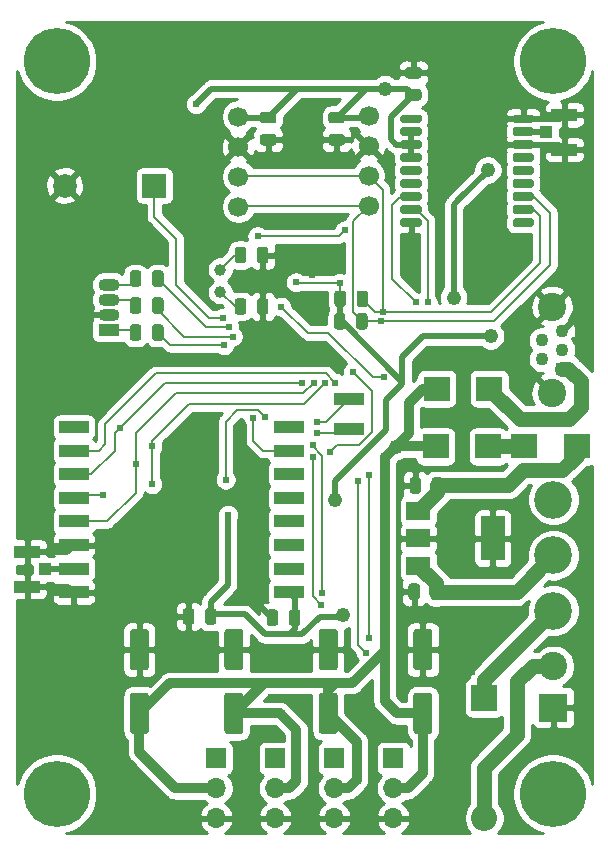
<source format=gbl>
%TF.GenerationSoftware,KiCad,Pcbnew,(5.1.6-0-10_14)*%
%TF.CreationDate,2021-05-13T11:26:55+02:00*%
%TF.ProjectId,ControlUnit,436f6e74-726f-46c5-956e-69742e6b6963,rev?*%
%TF.SameCoordinates,Original*%
%TF.FileFunction,Copper,L2,Bot*%
%TF.FilePolarity,Positive*%
%FSLAX46Y46*%
G04 Gerber Fmt 4.6, Leading zero omitted, Abs format (unit mm)*
G04 Created by KiCad (PCBNEW (5.1.6-0-10_14)) date 2021-05-13 11:26:55*
%MOMM*%
%LPD*%
G01*
G04 APERTURE LIST*
%TA.AperFunction,SMDPad,CuDef*%
%ADD10R,2.500000X1.000000*%
%TD*%
%TA.AperFunction,ComponentPad*%
%ADD11R,2.000000X2.000000*%
%TD*%
%TA.AperFunction,ComponentPad*%
%ADD12C,2.000000*%
%TD*%
%TA.AperFunction,ComponentPad*%
%ADD13R,1.800000X1.070000*%
%TD*%
%TA.AperFunction,ComponentPad*%
%ADD14O,1.800000X1.070000*%
%TD*%
%TA.AperFunction,ComponentPad*%
%ADD15R,2.400000X2.400000*%
%TD*%
%TA.AperFunction,ComponentPad*%
%ADD16C,2.400000*%
%TD*%
%TA.AperFunction,ComponentPad*%
%ADD17R,1.100000X1.100000*%
%TD*%
%TA.AperFunction,ComponentPad*%
%ADD18C,1.100000*%
%TD*%
%TA.AperFunction,SMDPad,CuDef*%
%ADD19R,2.200000X1.050000*%
%TD*%
%TA.AperFunction,SMDPad,CuDef*%
%ADD20R,1.050000X1.000000*%
%TD*%
%TA.AperFunction,ComponentPad*%
%ADD21R,1.700000X1.700000*%
%TD*%
%TA.AperFunction,ComponentPad*%
%ADD22O,1.700000X1.700000*%
%TD*%
%TA.AperFunction,ComponentPad*%
%ADD23C,1.700000*%
%TD*%
%TA.AperFunction,SMDPad,CuDef*%
%ADD24R,2.000000X1.500000*%
%TD*%
%TA.AperFunction,SMDPad,CuDef*%
%ADD25R,2.000000X3.800000*%
%TD*%
%TA.AperFunction,ComponentPad*%
%ADD26C,1.000000*%
%TD*%
%TA.AperFunction,ComponentPad*%
%ADD27C,5.600000*%
%TD*%
%TA.AperFunction,ComponentPad*%
%ADD28C,3.200000*%
%TD*%
%TA.AperFunction,SMDPad,CuDef*%
%ADD29R,2.180000X2.120000*%
%TD*%
%TA.AperFunction,ComponentPad*%
%ADD30R,2.200000X2.200000*%
%TD*%
%TA.AperFunction,ComponentPad*%
%ADD31O,2.200000X2.200000*%
%TD*%
%TA.AperFunction,ViaPad*%
%ADD32C,0.609600*%
%TD*%
%TA.AperFunction,ViaPad*%
%ADD33C,1.219200*%
%TD*%
%TA.AperFunction,Conductor*%
%ADD34C,0.203200*%
%TD*%
%TA.AperFunction,Conductor*%
%ADD35C,0.508000*%
%TD*%
%TA.AperFunction,Conductor*%
%ADD36C,1.270000*%
%TD*%
%TA.AperFunction,Conductor*%
%ADD37C,0.812800*%
%TD*%
%TA.AperFunction,Conductor*%
%ADD38C,0.250000*%
%TD*%
%TA.AperFunction,Conductor*%
%ADD39C,0.254000*%
%TD*%
G04 APERTURE END LIST*
D10*
%TO.P,U4,16*%
%TO.N,Net-(U4-Pad16)*%
X105454000Y-84948000D03*
%TO.P,U4,15*%
%TO.N,/CS_RAD*%
X105454000Y-86948000D03*
%TO.P,U4,14*%
%TO.N,/MOSI*%
X105454000Y-88948000D03*
%TO.P,U4,13*%
%TO.N,/MISO*%
X105454000Y-90948000D03*
%TO.P,U4,12*%
%TO.N,/SCK*%
X105454000Y-92948000D03*
%TO.P,U4,11*%
%TO.N,GND*%
X105454000Y-94948000D03*
%TO.P,U4,10*%
%TO.N,Net-(J4-Pad1)*%
X105454000Y-96948000D03*
%TO.P,U4,9*%
%TO.N,GND*%
X105454000Y-98948000D03*
%TO.P,U4,8*%
%TO.N,+3V3*%
X123654000Y-98948000D03*
%TO.P,U4,7*%
%TO.N,Net-(U4-Pad7)*%
X123654000Y-96948000D03*
%TO.P,U4,6*%
%TO.N,Net-(U4-Pad6)*%
X123654000Y-94948000D03*
%TO.P,U4,5*%
%TO.N,Net-(U4-Pad5)*%
X123654000Y-92948000D03*
%TO.P,U4,4*%
%TO.N,Net-(U4-Pad4)*%
X123654000Y-90948000D03*
%TO.P,U4,3*%
%TO.N,Net-(U4-Pad3)*%
X123654000Y-88948000D03*
%TO.P,U4,2*%
%TO.N,/DIO0*%
X123654000Y-86948000D03*
%TO.P,U4,1*%
%TO.N,Net-(U4-Pad1)*%
X123654000Y-84948000D03*
%TD*%
%TO.P,J13,2*%
%TO.N,Net-(J13-Pad2)*%
X128725000Y-85100000D03*
%TO.P,J13,1*%
%TO.N,Net-(J13-Pad1)*%
X128725000Y-82560000D03*
%TD*%
%TO.P,R2,1*%
%TO.N,+3V3*%
%TA.AperFunction,SMDPad,CuDef*%
G36*
G01*
X127512500Y-74556250D02*
X127512500Y-73643750D01*
G75*
G02*
X127756250Y-73400000I243750J0D01*
G01*
X128243750Y-73400000D01*
G75*
G02*
X128487500Y-73643750I0J-243750D01*
G01*
X128487500Y-74556250D01*
G75*
G02*
X128243750Y-74800000I-243750J0D01*
G01*
X127756250Y-74800000D01*
G75*
G02*
X127512500Y-74556250I0J243750D01*
G01*
G37*
%TD.AperFunction*%
%TO.P,R2,2*%
%TO.N,/SCL*%
%TA.AperFunction,SMDPad,CuDef*%
G36*
G01*
X129387500Y-74556250D02*
X129387500Y-73643750D01*
G75*
G02*
X129631250Y-73400000I243750J0D01*
G01*
X130118750Y-73400000D01*
G75*
G02*
X130362500Y-73643750I0J-243750D01*
G01*
X130362500Y-74556250D01*
G75*
G02*
X130118750Y-74800000I-243750J0D01*
G01*
X129631250Y-74800000D01*
G75*
G02*
X129387500Y-74556250I0J243750D01*
G01*
G37*
%TD.AperFunction*%
%TD*%
D11*
%TO.P,BZ1,1*%
%TO.N,/BZ*%
X112268000Y-64516000D03*
D12*
%TO.P,BZ1,2*%
%TO.N,GND*%
X104668000Y-64516000D03*
%TD*%
%TO.P,C2,1*%
%TO.N,GND*%
%TA.AperFunction,SMDPad,CuDef*%
G36*
G01*
X121925000Y-69943750D02*
X121925000Y-70856250D01*
G75*
G02*
X121681250Y-71100000I-243750J0D01*
G01*
X121193750Y-71100000D01*
G75*
G02*
X120950000Y-70856250I0J243750D01*
G01*
X120950000Y-69943750D01*
G75*
G02*
X121193750Y-69700000I243750J0D01*
G01*
X121681250Y-69700000D01*
G75*
G02*
X121925000Y-69943750I0J-243750D01*
G01*
G37*
%TD.AperFunction*%
%TO.P,C2,2*%
%TO.N,Net-(C2-Pad2)*%
%TA.AperFunction,SMDPad,CuDef*%
G36*
G01*
X120050000Y-69943750D02*
X120050000Y-70856250D01*
G75*
G02*
X119806250Y-71100000I-243750J0D01*
G01*
X119318750Y-71100000D01*
G75*
G02*
X119075000Y-70856250I0J243750D01*
G01*
X119075000Y-69943750D01*
G75*
G02*
X119318750Y-69700000I243750J0D01*
G01*
X119806250Y-69700000D01*
G75*
G02*
X120050000Y-69943750I0J-243750D01*
G01*
G37*
%TD.AperFunction*%
%TD*%
%TO.P,C3,2*%
%TO.N,GND*%
%TA.AperFunction,SMDPad,CuDef*%
G36*
G01*
X120950000Y-75206250D02*
X120950000Y-74293750D01*
G75*
G02*
X121193750Y-74050000I243750J0D01*
G01*
X121681250Y-74050000D01*
G75*
G02*
X121925000Y-74293750I0J-243750D01*
G01*
X121925000Y-75206250D01*
G75*
G02*
X121681250Y-75450000I-243750J0D01*
G01*
X121193750Y-75450000D01*
G75*
G02*
X120950000Y-75206250I0J243750D01*
G01*
G37*
%TD.AperFunction*%
%TO.P,C3,1*%
%TO.N,Net-(C3-Pad1)*%
%TA.AperFunction,SMDPad,CuDef*%
G36*
G01*
X119075000Y-75206250D02*
X119075000Y-74293750D01*
G75*
G02*
X119318750Y-74050000I243750J0D01*
G01*
X119806250Y-74050000D01*
G75*
G02*
X120050000Y-74293750I0J-243750D01*
G01*
X120050000Y-75206250D01*
G75*
G02*
X119806250Y-75450000I-243750J0D01*
G01*
X119318750Y-75450000D01*
G75*
G02*
X119075000Y-75206250I0J243750D01*
G01*
G37*
%TD.AperFunction*%
%TD*%
%TO.P,C5,2*%
%TO.N,GND*%
%TA.AperFunction,SMDPad,CuDef*%
G36*
G01*
X134750000Y-98443750D02*
X134750000Y-99356250D01*
G75*
G02*
X134506250Y-99600000I-243750J0D01*
G01*
X134018750Y-99600000D01*
G75*
G02*
X133775000Y-99356250I0J243750D01*
G01*
X133775000Y-98443750D01*
G75*
G02*
X134018750Y-98200000I243750J0D01*
G01*
X134506250Y-98200000D01*
G75*
G02*
X134750000Y-98443750I0J-243750D01*
G01*
G37*
%TD.AperFunction*%
%TO.P,C5,1*%
%TO.N,/Vbatt*%
%TA.AperFunction,SMDPad,CuDef*%
G36*
G01*
X136625000Y-98443750D02*
X136625000Y-99356250D01*
G75*
G02*
X136381250Y-99600000I-243750J0D01*
G01*
X135893750Y-99600000D01*
G75*
G02*
X135650000Y-99356250I0J243750D01*
G01*
X135650000Y-98443750D01*
G75*
G02*
X135893750Y-98200000I243750J0D01*
G01*
X136381250Y-98200000D01*
G75*
G02*
X136625000Y-98443750I0J-243750D01*
G01*
G37*
%TD.AperFunction*%
%TD*%
%TO.P,C6,1*%
%TO.N,+5VA*%
%TA.AperFunction,SMDPad,CuDef*%
G36*
G01*
X136725000Y-89443750D02*
X136725000Y-90356250D01*
G75*
G02*
X136481250Y-90600000I-243750J0D01*
G01*
X135993750Y-90600000D01*
G75*
G02*
X135750000Y-90356250I0J243750D01*
G01*
X135750000Y-89443750D01*
G75*
G02*
X135993750Y-89200000I243750J0D01*
G01*
X136481250Y-89200000D01*
G75*
G02*
X136725000Y-89443750I0J-243750D01*
G01*
G37*
%TD.AperFunction*%
%TO.P,C6,2*%
%TO.N,GND*%
%TA.AperFunction,SMDPad,CuDef*%
G36*
G01*
X134850000Y-89443750D02*
X134850000Y-90356250D01*
G75*
G02*
X134606250Y-90600000I-243750J0D01*
G01*
X134118750Y-90600000D01*
G75*
G02*
X133875000Y-90356250I0J243750D01*
G01*
X133875000Y-89443750D01*
G75*
G02*
X134118750Y-89200000I243750J0D01*
G01*
X134606250Y-89200000D01*
G75*
G02*
X134850000Y-89443750I0J-243750D01*
G01*
G37*
%TD.AperFunction*%
%TD*%
%TO.P,C11,2*%
%TO.N,GND*%
%TA.AperFunction,SMDPad,CuDef*%
G36*
G01*
X122750000Y-100643750D02*
X122750000Y-101556250D01*
G75*
G02*
X122506250Y-101800000I-243750J0D01*
G01*
X122018750Y-101800000D01*
G75*
G02*
X121775000Y-101556250I0J243750D01*
G01*
X121775000Y-100643750D01*
G75*
G02*
X122018750Y-100400000I243750J0D01*
G01*
X122506250Y-100400000D01*
G75*
G02*
X122750000Y-100643750I0J-243750D01*
G01*
G37*
%TD.AperFunction*%
%TO.P,C11,1*%
%TO.N,+3V3*%
%TA.AperFunction,SMDPad,CuDef*%
G36*
G01*
X124625000Y-100643750D02*
X124625000Y-101556250D01*
G75*
G02*
X124381250Y-101800000I-243750J0D01*
G01*
X123893750Y-101800000D01*
G75*
G02*
X123650000Y-101556250I0J243750D01*
G01*
X123650000Y-100643750D01*
G75*
G02*
X123893750Y-100400000I243750J0D01*
G01*
X124381250Y-100400000D01*
G75*
G02*
X124625000Y-100643750I0J-243750D01*
G01*
G37*
%TD.AperFunction*%
%TD*%
%TO.P,C12,2*%
%TO.N,GND*%
%TA.AperFunction,SMDPad,CuDef*%
G36*
G01*
X115650000Y-100543750D02*
X115650000Y-101456250D01*
G75*
G02*
X115406250Y-101700000I-243750J0D01*
G01*
X114918750Y-101700000D01*
G75*
G02*
X114675000Y-101456250I0J243750D01*
G01*
X114675000Y-100543750D01*
G75*
G02*
X114918750Y-100300000I243750J0D01*
G01*
X115406250Y-100300000D01*
G75*
G02*
X115650000Y-100543750I0J-243750D01*
G01*
G37*
%TD.AperFunction*%
%TO.P,C12,1*%
%TO.N,+3V3*%
%TA.AperFunction,SMDPad,CuDef*%
G36*
G01*
X117525000Y-100543750D02*
X117525000Y-101456250D01*
G75*
G02*
X117281250Y-101700000I-243750J0D01*
G01*
X116793750Y-101700000D01*
G75*
G02*
X116550000Y-101456250I0J243750D01*
G01*
X116550000Y-100543750D01*
G75*
G02*
X116793750Y-100300000I243750J0D01*
G01*
X117281250Y-100300000D01*
G75*
G02*
X117525000Y-100543750I0J-243750D01*
G01*
G37*
%TD.AperFunction*%
%TD*%
%TO.P,C13,1*%
%TO.N,+3V3*%
%TA.AperFunction,SMDPad,CuDef*%
G36*
G01*
X134656250Y-57325000D02*
X133743750Y-57325000D01*
G75*
G02*
X133500000Y-57081250I0J243750D01*
G01*
X133500000Y-56593750D01*
G75*
G02*
X133743750Y-56350000I243750J0D01*
G01*
X134656250Y-56350000D01*
G75*
G02*
X134900000Y-56593750I0J-243750D01*
G01*
X134900000Y-57081250D01*
G75*
G02*
X134656250Y-57325000I-243750J0D01*
G01*
G37*
%TD.AperFunction*%
%TO.P,C13,2*%
%TO.N,GND*%
%TA.AperFunction,SMDPad,CuDef*%
G36*
G01*
X134656250Y-55450000D02*
X133743750Y-55450000D01*
G75*
G02*
X133500000Y-55206250I0J243750D01*
G01*
X133500000Y-54718750D01*
G75*
G02*
X133743750Y-54475000I243750J0D01*
G01*
X134656250Y-54475000D01*
G75*
G02*
X134900000Y-54718750I0J-243750D01*
G01*
X134900000Y-55206250D01*
G75*
G02*
X134656250Y-55450000I-243750J0D01*
G01*
G37*
%TD.AperFunction*%
%TD*%
%TO.P,C14,1*%
%TO.N,+3V3*%
%TA.AperFunction,SMDPad,CuDef*%
G36*
G01*
X121443750Y-58275000D02*
X122356250Y-58275000D01*
G75*
G02*
X122600000Y-58518750I0J-243750D01*
G01*
X122600000Y-59006250D01*
G75*
G02*
X122356250Y-59250000I-243750J0D01*
G01*
X121443750Y-59250000D01*
G75*
G02*
X121200000Y-59006250I0J243750D01*
G01*
X121200000Y-58518750D01*
G75*
G02*
X121443750Y-58275000I243750J0D01*
G01*
G37*
%TD.AperFunction*%
%TO.P,C14,2*%
%TO.N,GND*%
%TA.AperFunction,SMDPad,CuDef*%
G36*
G01*
X121443750Y-60150000D02*
X122356250Y-60150000D01*
G75*
G02*
X122600000Y-60393750I0J-243750D01*
G01*
X122600000Y-60881250D01*
G75*
G02*
X122356250Y-61125000I-243750J0D01*
G01*
X121443750Y-61125000D01*
G75*
G02*
X121200000Y-60881250I0J243750D01*
G01*
X121200000Y-60393750D01*
G75*
G02*
X121443750Y-60150000I243750J0D01*
G01*
G37*
%TD.AperFunction*%
%TD*%
%TO.P,C16,1*%
%TO.N,+3V3*%
%TA.AperFunction,SMDPad,CuDef*%
G36*
G01*
X127243750Y-58275000D02*
X128156250Y-58275000D01*
G75*
G02*
X128400000Y-58518750I0J-243750D01*
G01*
X128400000Y-59006250D01*
G75*
G02*
X128156250Y-59250000I-243750J0D01*
G01*
X127243750Y-59250000D01*
G75*
G02*
X127000000Y-59006250I0J243750D01*
G01*
X127000000Y-58518750D01*
G75*
G02*
X127243750Y-58275000I243750J0D01*
G01*
G37*
%TD.AperFunction*%
%TO.P,C16,2*%
%TO.N,GND*%
%TA.AperFunction,SMDPad,CuDef*%
G36*
G01*
X127243750Y-60150000D02*
X128156250Y-60150000D01*
G75*
G02*
X128400000Y-60393750I0J-243750D01*
G01*
X128400000Y-60881250D01*
G75*
G02*
X128156250Y-61125000I-243750J0D01*
G01*
X127243750Y-61125000D01*
G75*
G02*
X127000000Y-60881250I0J243750D01*
G01*
X127000000Y-60393750D01*
G75*
G02*
X127243750Y-60150000I243750J0D01*
G01*
G37*
%TD.AperFunction*%
%TD*%
D13*
%TO.P,D2,1*%
%TO.N,Net-(D2-Pad1)*%
X108458000Y-76708000D03*
D14*
%TO.P,D2,2*%
%TO.N,GND*%
X108458000Y-75438000D03*
%TO.P,D2,3*%
%TO.N,Net-(D2-Pad3)*%
X108458000Y-74168000D03*
%TO.P,D2,4*%
%TO.N,Net-(D2-Pad4)*%
X108458000Y-72898000D03*
%TD*%
D15*
%TO.P,J1,1*%
%TO.N,GND*%
X146050000Y-108712000D03*
D16*
%TO.P,J1,2*%
%TO.N,Net-(D1-Pad1)*%
X146050000Y-105212000D03*
%TD*%
D17*
%TO.P,J2,1*%
%TO.N,Net-(D9-Pad2)*%
X146812000Y-80010000D03*
D18*
%TO.P,J2,2*%
%TO.N,/USB_D-*%
X145062000Y-79210000D03*
%TO.P,J2,3*%
%TO.N,/USB_D+*%
X146812000Y-78410000D03*
%TO.P,J2,4*%
%TO.N,Net-(J2-Pad4)*%
X145062000Y-77610000D03*
%TO.P,J2,5*%
%TO.N,GND*%
X146812000Y-76810000D03*
D16*
%TO.P,J2,6*%
X145937000Y-82060000D03*
X145937000Y-74760000D03*
%TD*%
D19*
%TO.P,J4,2*%
%TO.N,GND*%
X101525000Y-95525000D03*
D20*
%TO.P,J4,1*%
%TO.N,Net-(J4-Pad1)*%
X103050000Y-97000000D03*
D19*
%TO.P,J4,2*%
%TO.N,GND*%
X101525000Y-98475000D03*
%TD*%
%TO.P,J5,2*%
%TO.N,GND*%
X146975000Y-58525000D03*
D20*
%TO.P,J5,1*%
%TO.N,Net-(J5-Pad1)*%
X145450000Y-60000000D03*
D19*
%TO.P,J5,2*%
%TO.N,GND*%
X146975000Y-61475000D03*
%TD*%
D21*
%TO.P,J7,1*%
%TO.N,/Servo_1*%
X117500000Y-113000000D03*
D22*
%TO.P,J7,2*%
%TO.N,+5V*%
X117500000Y-115540000D03*
%TO.P,J7,3*%
%TO.N,GND*%
X117500000Y-118080000D03*
%TD*%
D23*
%TO.P,J8,1*%
%TO.N,+3V3*%
X119380000Y-58674000D03*
%TO.P,J8,2*%
%TO.N,GND*%
X119380000Y-61214000D03*
%TO.P,J8,3*%
%TO.N,/SCL*%
X119380000Y-63754000D03*
%TO.P,J8,4*%
%TO.N,/SDA*%
X119380000Y-66294000D03*
%TD*%
D22*
%TO.P,J9,3*%
%TO.N,GND*%
X122500000Y-118080000D03*
%TO.P,J9,2*%
%TO.N,+5V*%
X122500000Y-115540000D03*
D21*
%TO.P,J9,1*%
%TO.N,/Servo_2*%
X122500000Y-113000000D03*
%TD*%
%TO.P,J10,1*%
%TO.N,/Servo_3*%
X127500000Y-113000000D03*
D22*
%TO.P,J10,2*%
%TO.N,+5V*%
X127500000Y-115540000D03*
%TO.P,J10,3*%
%TO.N,GND*%
X127500000Y-118080000D03*
%TD*%
%TO.P,R1,2*%
%TO.N,/SDA*%
%TA.AperFunction,SMDPad,CuDef*%
G36*
G01*
X129350000Y-76456250D02*
X129350000Y-75543750D01*
G75*
G02*
X129593750Y-75300000I243750J0D01*
G01*
X130081250Y-75300000D01*
G75*
G02*
X130325000Y-75543750I0J-243750D01*
G01*
X130325000Y-76456250D01*
G75*
G02*
X130081250Y-76700000I-243750J0D01*
G01*
X129593750Y-76700000D01*
G75*
G02*
X129350000Y-76456250I0J243750D01*
G01*
G37*
%TD.AperFunction*%
%TO.P,R1,1*%
%TO.N,+3V3*%
%TA.AperFunction,SMDPad,CuDef*%
G36*
G01*
X127475000Y-76456250D02*
X127475000Y-75543750D01*
G75*
G02*
X127718750Y-75300000I243750J0D01*
G01*
X128206250Y-75300000D01*
G75*
G02*
X128450000Y-75543750I0J-243750D01*
G01*
X128450000Y-76456250D01*
G75*
G02*
X128206250Y-76700000I-243750J0D01*
G01*
X127718750Y-76700000D01*
G75*
G02*
X127475000Y-76456250I0J243750D01*
G01*
G37*
%TD.AperFunction*%
%TD*%
%TO.P,R4,1*%
%TO.N,/R_LED*%
%TA.AperFunction,SMDPad,CuDef*%
G36*
G01*
X113041500Y-76505750D02*
X113041500Y-77418250D01*
G75*
G02*
X112797750Y-77662000I-243750J0D01*
G01*
X112310250Y-77662000D01*
G75*
G02*
X112066500Y-77418250I0J243750D01*
G01*
X112066500Y-76505750D01*
G75*
G02*
X112310250Y-76262000I243750J0D01*
G01*
X112797750Y-76262000D01*
G75*
G02*
X113041500Y-76505750I0J-243750D01*
G01*
G37*
%TD.AperFunction*%
%TO.P,R4,2*%
%TO.N,Net-(D2-Pad1)*%
%TA.AperFunction,SMDPad,CuDef*%
G36*
G01*
X111166500Y-76505750D02*
X111166500Y-77418250D01*
G75*
G02*
X110922750Y-77662000I-243750J0D01*
G01*
X110435250Y-77662000D01*
G75*
G02*
X110191500Y-77418250I0J243750D01*
G01*
X110191500Y-76505750D01*
G75*
G02*
X110435250Y-76262000I243750J0D01*
G01*
X110922750Y-76262000D01*
G75*
G02*
X111166500Y-76505750I0J-243750D01*
G01*
G37*
%TD.AperFunction*%
%TD*%
%TO.P,R5,2*%
%TO.N,Net-(D2-Pad3)*%
%TA.AperFunction,SMDPad,CuDef*%
G36*
G01*
X111166500Y-74219750D02*
X111166500Y-75132250D01*
G75*
G02*
X110922750Y-75376000I-243750J0D01*
G01*
X110435250Y-75376000D01*
G75*
G02*
X110191500Y-75132250I0J243750D01*
G01*
X110191500Y-74219750D01*
G75*
G02*
X110435250Y-73976000I243750J0D01*
G01*
X110922750Y-73976000D01*
G75*
G02*
X111166500Y-74219750I0J-243750D01*
G01*
G37*
%TD.AperFunction*%
%TO.P,R5,1*%
%TO.N,/G_LED*%
%TA.AperFunction,SMDPad,CuDef*%
G36*
G01*
X113041500Y-74219750D02*
X113041500Y-75132250D01*
G75*
G02*
X112797750Y-75376000I-243750J0D01*
G01*
X112310250Y-75376000D01*
G75*
G02*
X112066500Y-75132250I0J243750D01*
G01*
X112066500Y-74219750D01*
G75*
G02*
X112310250Y-73976000I243750J0D01*
G01*
X112797750Y-73976000D01*
G75*
G02*
X113041500Y-74219750I0J-243750D01*
G01*
G37*
%TD.AperFunction*%
%TD*%
%TO.P,R6,1*%
%TO.N,/B_LED*%
%TA.AperFunction,SMDPad,CuDef*%
G36*
G01*
X113041500Y-71933750D02*
X113041500Y-72846250D01*
G75*
G02*
X112797750Y-73090000I-243750J0D01*
G01*
X112310250Y-73090000D01*
G75*
G02*
X112066500Y-72846250I0J243750D01*
G01*
X112066500Y-71933750D01*
G75*
G02*
X112310250Y-71690000I243750J0D01*
G01*
X112797750Y-71690000D01*
G75*
G02*
X113041500Y-71933750I0J-243750D01*
G01*
G37*
%TD.AperFunction*%
%TO.P,R6,2*%
%TO.N,Net-(D2-Pad4)*%
%TA.AperFunction,SMDPad,CuDef*%
G36*
G01*
X111166500Y-71933750D02*
X111166500Y-72846250D01*
G75*
G02*
X110922750Y-73090000I-243750J0D01*
G01*
X110435250Y-73090000D01*
G75*
G02*
X110191500Y-72846250I0J243750D01*
G01*
X110191500Y-71933750D01*
G75*
G02*
X110435250Y-71690000I243750J0D01*
G01*
X110922750Y-71690000D01*
G75*
G02*
X111166500Y-71933750I0J-243750D01*
G01*
G37*
%TD.AperFunction*%
%TD*%
D24*
%TO.P,U2,1*%
%TO.N,/Vbatt*%
X134618000Y-96680000D03*
%TO.P,U2,3*%
%TO.N,+5VA*%
X134618000Y-92080000D03*
%TO.P,U2,2*%
%TO.N,GND*%
X134618000Y-94380000D03*
D25*
X140918000Y-94380000D03*
%TD*%
%TO.P,U5,1*%
%TO.N,GND*%
%TA.AperFunction,SMDPad,CuDef*%
G36*
G01*
X133100000Y-67825000D02*
X133100000Y-67475000D01*
G75*
G02*
X133275000Y-67300000I175000J0D01*
G01*
X134725000Y-67300000D01*
G75*
G02*
X134900000Y-67475000I0J-175000D01*
G01*
X134900000Y-67825000D01*
G75*
G02*
X134725000Y-68000000I-175000J0D01*
G01*
X133275000Y-68000000D01*
G75*
G02*
X133100000Y-67825000I0J175000D01*
G01*
G37*
%TD.AperFunction*%
%TO.P,U5,2*%
%TO.N,/TX_GPS*%
%TA.AperFunction,SMDPad,CuDef*%
G36*
G01*
X133100000Y-66750000D02*
X133100000Y-66350000D01*
G75*
G02*
X133300000Y-66150000I200000J0D01*
G01*
X134700000Y-66150000D01*
G75*
G02*
X134900000Y-66350000I0J-200000D01*
G01*
X134900000Y-66750000D01*
G75*
G02*
X134700000Y-66950000I-200000J0D01*
G01*
X133300000Y-66950000D01*
G75*
G02*
X133100000Y-66750000I0J200000D01*
G01*
G37*
%TD.AperFunction*%
%TO.P,U5,3*%
%TO.N,/RX_GPS*%
%TA.AperFunction,SMDPad,CuDef*%
G36*
G01*
X133100000Y-65650000D02*
X133100000Y-65250000D01*
G75*
G02*
X133300000Y-65050000I200000J0D01*
G01*
X134700000Y-65050000D01*
G75*
G02*
X134900000Y-65250000I0J-200000D01*
G01*
X134900000Y-65650000D01*
G75*
G02*
X134700000Y-65850000I-200000J0D01*
G01*
X133300000Y-65850000D01*
G75*
G02*
X133100000Y-65650000I0J200000D01*
G01*
G37*
%TD.AperFunction*%
%TO.P,U5,4*%
%TO.N,Net-(U5-Pad4)*%
%TA.AperFunction,SMDPad,CuDef*%
G36*
G01*
X133100000Y-64550000D02*
X133100000Y-64150000D01*
G75*
G02*
X133300000Y-63950000I200000J0D01*
G01*
X134700000Y-63950000D01*
G75*
G02*
X134900000Y-64150000I0J-200000D01*
G01*
X134900000Y-64550000D01*
G75*
G02*
X134700000Y-64750000I-200000J0D01*
G01*
X133300000Y-64750000D01*
G75*
G02*
X133100000Y-64550000I0J200000D01*
G01*
G37*
%TD.AperFunction*%
%TO.P,U5,5*%
%TO.N,Net-(U5-Pad5)*%
%TA.AperFunction,SMDPad,CuDef*%
G36*
G01*
X133100000Y-63450000D02*
X133100000Y-63050000D01*
G75*
G02*
X133300000Y-62850000I200000J0D01*
G01*
X134700000Y-62850000D01*
G75*
G02*
X134900000Y-63050000I0J-200000D01*
G01*
X134900000Y-63450000D01*
G75*
G02*
X134700000Y-63650000I-200000J0D01*
G01*
X133300000Y-63650000D01*
G75*
G02*
X133100000Y-63450000I0J200000D01*
G01*
G37*
%TD.AperFunction*%
%TO.P,U5,6*%
%TO.N,+3V3*%
%TA.AperFunction,SMDPad,CuDef*%
G36*
G01*
X133100000Y-62350000D02*
X133100000Y-61950000D01*
G75*
G02*
X133300000Y-61750000I200000J0D01*
G01*
X134700000Y-61750000D01*
G75*
G02*
X134900000Y-61950000I0J-200000D01*
G01*
X134900000Y-62350000D01*
G75*
G02*
X134700000Y-62550000I-200000J0D01*
G01*
X133300000Y-62550000D01*
G75*
G02*
X133100000Y-62350000I0J200000D01*
G01*
G37*
%TD.AperFunction*%
%TO.P,U5,7*%
%TA.AperFunction,SMDPad,CuDef*%
G36*
G01*
X133100000Y-61250000D02*
X133100000Y-60850000D01*
G75*
G02*
X133300000Y-60650000I200000J0D01*
G01*
X134700000Y-60650000D01*
G75*
G02*
X134900000Y-60850000I0J-200000D01*
G01*
X134900000Y-61250000D01*
G75*
G02*
X134700000Y-61450000I-200000J0D01*
G01*
X133300000Y-61450000D01*
G75*
G02*
X133100000Y-61250000I0J200000D01*
G01*
G37*
%TD.AperFunction*%
%TO.P,U5,8*%
%TA.AperFunction,SMDPad,CuDef*%
G36*
G01*
X133100000Y-60150000D02*
X133100000Y-59750000D01*
G75*
G02*
X133300000Y-59550000I200000J0D01*
G01*
X134700000Y-59550000D01*
G75*
G02*
X134900000Y-59750000I0J-200000D01*
G01*
X134900000Y-60150000D01*
G75*
G02*
X134700000Y-60350000I-200000J0D01*
G01*
X133300000Y-60350000D01*
G75*
G02*
X133100000Y-60150000I0J200000D01*
G01*
G37*
%TD.AperFunction*%
%TO.P,U5,9*%
%TO.N,Net-(U5-Pad9)*%
%TA.AperFunction,SMDPad,CuDef*%
G36*
G01*
X133100000Y-59025000D02*
X133100000Y-58675000D01*
G75*
G02*
X133275000Y-58500000I175000J0D01*
G01*
X134725000Y-58500000D01*
G75*
G02*
X134900000Y-58675000I0J-175000D01*
G01*
X134900000Y-59025000D01*
G75*
G02*
X134725000Y-59200000I-175000J0D01*
G01*
X133275000Y-59200000D01*
G75*
G02*
X133100000Y-59025000I0J175000D01*
G01*
G37*
%TD.AperFunction*%
%TO.P,U5,10*%
%TO.N,GND*%
%TA.AperFunction,SMDPad,CuDef*%
G36*
G01*
X142600000Y-59025000D02*
X142600000Y-58675000D01*
G75*
G02*
X142775000Y-58500000I175000J0D01*
G01*
X144225000Y-58500000D01*
G75*
G02*
X144400000Y-58675000I0J-175000D01*
G01*
X144400000Y-59025000D01*
G75*
G02*
X144225000Y-59200000I-175000J0D01*
G01*
X142775000Y-59200000D01*
G75*
G02*
X142600000Y-59025000I0J175000D01*
G01*
G37*
%TD.AperFunction*%
%TO.P,U5,11*%
%TO.N,Net-(J5-Pad1)*%
%TA.AperFunction,SMDPad,CuDef*%
G36*
G01*
X142600000Y-60150000D02*
X142600000Y-59750000D01*
G75*
G02*
X142800000Y-59550000I200000J0D01*
G01*
X144200000Y-59550000D01*
G75*
G02*
X144400000Y-59750000I0J-200000D01*
G01*
X144400000Y-60150000D01*
G75*
G02*
X144200000Y-60350000I-200000J0D01*
G01*
X142800000Y-60350000D01*
G75*
G02*
X142600000Y-60150000I0J200000D01*
G01*
G37*
%TD.AperFunction*%
%TO.P,U5,12*%
%TO.N,GND*%
%TA.AperFunction,SMDPad,CuDef*%
G36*
G01*
X142600000Y-61250000D02*
X142600000Y-60850000D01*
G75*
G02*
X142800000Y-60650000I200000J0D01*
G01*
X144200000Y-60650000D01*
G75*
G02*
X144400000Y-60850000I0J-200000D01*
G01*
X144400000Y-61250000D01*
G75*
G02*
X144200000Y-61450000I-200000J0D01*
G01*
X142800000Y-61450000D01*
G75*
G02*
X142600000Y-61250000I0J200000D01*
G01*
G37*
%TD.AperFunction*%
%TO.P,U5,13*%
%TO.N,Net-(U5-Pad13)*%
%TA.AperFunction,SMDPad,CuDef*%
G36*
G01*
X142600000Y-62350000D02*
X142600000Y-61950000D01*
G75*
G02*
X142800000Y-61750000I200000J0D01*
G01*
X144200000Y-61750000D01*
G75*
G02*
X144400000Y-61950000I0J-200000D01*
G01*
X144400000Y-62350000D01*
G75*
G02*
X144200000Y-62550000I-200000J0D01*
G01*
X142800000Y-62550000D01*
G75*
G02*
X142600000Y-62350000I0J200000D01*
G01*
G37*
%TD.AperFunction*%
%TO.P,U5,14*%
%TO.N,Net-(U5-Pad14)*%
%TA.AperFunction,SMDPad,CuDef*%
G36*
G01*
X142600000Y-63450000D02*
X142600000Y-63050000D01*
G75*
G02*
X142800000Y-62850000I200000J0D01*
G01*
X144200000Y-62850000D01*
G75*
G02*
X144400000Y-63050000I0J-200000D01*
G01*
X144400000Y-63450000D01*
G75*
G02*
X144200000Y-63650000I-200000J0D01*
G01*
X142800000Y-63650000D01*
G75*
G02*
X142600000Y-63450000I0J200000D01*
G01*
G37*
%TD.AperFunction*%
%TO.P,U5,15*%
%TO.N,Net-(U5-Pad15)*%
%TA.AperFunction,SMDPad,CuDef*%
G36*
G01*
X142600000Y-64550000D02*
X142600000Y-64150000D01*
G75*
G02*
X142800000Y-63950000I200000J0D01*
G01*
X144200000Y-63950000D01*
G75*
G02*
X144400000Y-64150000I0J-200000D01*
G01*
X144400000Y-64550000D01*
G75*
G02*
X144200000Y-64750000I-200000J0D01*
G01*
X142800000Y-64750000D01*
G75*
G02*
X142600000Y-64550000I0J200000D01*
G01*
G37*
%TD.AperFunction*%
%TO.P,U5,16*%
%TO.N,/SDA*%
%TA.AperFunction,SMDPad,CuDef*%
G36*
G01*
X142600000Y-65650000D02*
X142600000Y-65250000D01*
G75*
G02*
X142800000Y-65050000I200000J0D01*
G01*
X144200000Y-65050000D01*
G75*
G02*
X144400000Y-65250000I0J-200000D01*
G01*
X144400000Y-65650000D01*
G75*
G02*
X144200000Y-65850000I-200000J0D01*
G01*
X142800000Y-65850000D01*
G75*
G02*
X142600000Y-65650000I0J200000D01*
G01*
G37*
%TD.AperFunction*%
%TO.P,U5,17*%
%TO.N,/SCL*%
%TA.AperFunction,SMDPad,CuDef*%
G36*
G01*
X142600000Y-66750000D02*
X142600000Y-66350000D01*
G75*
G02*
X142800000Y-66150000I200000J0D01*
G01*
X144200000Y-66150000D01*
G75*
G02*
X144400000Y-66350000I0J-200000D01*
G01*
X144400000Y-66750000D01*
G75*
G02*
X144200000Y-66950000I-200000J0D01*
G01*
X142800000Y-66950000D01*
G75*
G02*
X142600000Y-66750000I0J200000D01*
G01*
G37*
%TD.AperFunction*%
%TO.P,U5,18*%
%TO.N,Net-(U5-Pad18)*%
%TA.AperFunction,SMDPad,CuDef*%
G36*
G01*
X142600000Y-67825000D02*
X142600000Y-67475000D01*
G75*
G02*
X142775000Y-67300000I175000J0D01*
G01*
X144225000Y-67300000D01*
G75*
G02*
X144400000Y-67475000I0J-175000D01*
G01*
X144400000Y-67825000D01*
G75*
G02*
X144225000Y-68000000I-175000J0D01*
G01*
X142775000Y-68000000D01*
G75*
G02*
X142600000Y-67825000I0J175000D01*
G01*
G37*
%TD.AperFunction*%
%TD*%
D26*
%TO.P,Y1,1*%
%TO.N,Net-(C2-Pad2)*%
X117856000Y-71628000D03*
%TO.P,Y1,2*%
%TO.N,Net-(C3-Pad1)*%
X117856000Y-73528000D03*
%TD*%
D27*
%TO.P,H1,1*%
%TO.N,N/C*%
X104000000Y-54000000D03*
%TD*%
%TO.P,H2,1*%
%TO.N,N/C*%
X146000000Y-54000000D03*
%TD*%
%TO.P,H3,1*%
%TO.N,N/C*%
X104000000Y-116000000D03*
%TD*%
%TO.P,H4,1*%
%TO.N,N/C*%
X146000000Y-116000000D03*
%TD*%
D28*
%TO.P,SW1,1*%
%TO.N,/Vbatt*%
X146050000Y-95800000D03*
%TO.P,SW1,2*%
%TO.N,Net-(D1-Pad2)*%
X146050000Y-100500000D03*
%TO.P,SW1,3*%
%TO.N,Net-(SW1-Pad3)*%
X146050000Y-91100000D03*
%TD*%
D29*
%TO.P,D7,2*%
%TO.N,+5VA*%
X148015000Y-86600000D03*
%TO.P,D7,1*%
%TO.N,Net-(D7-Pad1)*%
X143585000Y-86600000D03*
%TD*%
%TO.P,D8,1*%
%TO.N,+5V*%
X136085000Y-86600000D03*
%TO.P,D8,2*%
%TO.N,Net-(D7-Pad1)*%
X140515000Y-86600000D03*
%TD*%
D21*
%TO.P,J12,1*%
%TO.N,/Servo_4*%
X132500000Y-113000000D03*
D22*
%TO.P,J12,2*%
%TO.N,+5V*%
X132500000Y-115540000D03*
%TO.P,J12,3*%
%TO.N,GND*%
X132500000Y-118080000D03*
%TD*%
%TO.P,C15,1*%
%TO.N,+5V*%
%TA.AperFunction,SMDPad,CuDef*%
G36*
G01*
X111550000Y-110950000D02*
X110450000Y-110950000D01*
G75*
G02*
X110200000Y-110700000I0J250000D01*
G01*
X110200000Y-107700000D01*
G75*
G02*
X110450000Y-107450000I250000J0D01*
G01*
X111550000Y-107450000D01*
G75*
G02*
X111800000Y-107700000I0J-250000D01*
G01*
X111800000Y-110700000D01*
G75*
G02*
X111550000Y-110950000I-250000J0D01*
G01*
G37*
%TD.AperFunction*%
%TO.P,C15,2*%
%TO.N,GND*%
%TA.AperFunction,SMDPad,CuDef*%
G36*
G01*
X111550000Y-105550000D02*
X110450000Y-105550000D01*
G75*
G02*
X110200000Y-105300000I0J250000D01*
G01*
X110200000Y-102300000D01*
G75*
G02*
X110450000Y-102050000I250000J0D01*
G01*
X111550000Y-102050000D01*
G75*
G02*
X111800000Y-102300000I0J-250000D01*
G01*
X111800000Y-105300000D01*
G75*
G02*
X111550000Y-105550000I-250000J0D01*
G01*
G37*
%TD.AperFunction*%
%TD*%
%TO.P,C17,2*%
%TO.N,GND*%
%TA.AperFunction,SMDPad,CuDef*%
G36*
G01*
X119550000Y-105550000D02*
X118450000Y-105550000D01*
G75*
G02*
X118200000Y-105300000I0J250000D01*
G01*
X118200000Y-102300000D01*
G75*
G02*
X118450000Y-102050000I250000J0D01*
G01*
X119550000Y-102050000D01*
G75*
G02*
X119800000Y-102300000I0J-250000D01*
G01*
X119800000Y-105300000D01*
G75*
G02*
X119550000Y-105550000I-250000J0D01*
G01*
G37*
%TD.AperFunction*%
%TO.P,C17,1*%
%TO.N,+5V*%
%TA.AperFunction,SMDPad,CuDef*%
G36*
G01*
X119550000Y-110950000D02*
X118450000Y-110950000D01*
G75*
G02*
X118200000Y-110700000I0J250000D01*
G01*
X118200000Y-107700000D01*
G75*
G02*
X118450000Y-107450000I250000J0D01*
G01*
X119550000Y-107450000D01*
G75*
G02*
X119800000Y-107700000I0J-250000D01*
G01*
X119800000Y-110700000D01*
G75*
G02*
X119550000Y-110950000I-250000J0D01*
G01*
G37*
%TD.AperFunction*%
%TD*%
%TO.P,C18,1*%
%TO.N,+5V*%
%TA.AperFunction,SMDPad,CuDef*%
G36*
G01*
X127550000Y-110950000D02*
X126450000Y-110950000D01*
G75*
G02*
X126200000Y-110700000I0J250000D01*
G01*
X126200000Y-107700000D01*
G75*
G02*
X126450000Y-107450000I250000J0D01*
G01*
X127550000Y-107450000D01*
G75*
G02*
X127800000Y-107700000I0J-250000D01*
G01*
X127800000Y-110700000D01*
G75*
G02*
X127550000Y-110950000I-250000J0D01*
G01*
G37*
%TD.AperFunction*%
%TO.P,C18,2*%
%TO.N,GND*%
%TA.AperFunction,SMDPad,CuDef*%
G36*
G01*
X127550000Y-105550000D02*
X126450000Y-105550000D01*
G75*
G02*
X126200000Y-105300000I0J250000D01*
G01*
X126200000Y-102300000D01*
G75*
G02*
X126450000Y-102050000I250000J0D01*
G01*
X127550000Y-102050000D01*
G75*
G02*
X127800000Y-102300000I0J-250000D01*
G01*
X127800000Y-105300000D01*
G75*
G02*
X127550000Y-105550000I-250000J0D01*
G01*
G37*
%TD.AperFunction*%
%TD*%
%TO.P,C20,2*%
%TO.N,GND*%
%TA.AperFunction,SMDPad,CuDef*%
G36*
G01*
X135550000Y-105550000D02*
X134450000Y-105550000D01*
G75*
G02*
X134200000Y-105300000I0J250000D01*
G01*
X134200000Y-102300000D01*
G75*
G02*
X134450000Y-102050000I250000J0D01*
G01*
X135550000Y-102050000D01*
G75*
G02*
X135800000Y-102300000I0J-250000D01*
G01*
X135800000Y-105300000D01*
G75*
G02*
X135550000Y-105550000I-250000J0D01*
G01*
G37*
%TD.AperFunction*%
%TO.P,C20,1*%
%TO.N,+5V*%
%TA.AperFunction,SMDPad,CuDef*%
G36*
G01*
X135550000Y-110950000D02*
X134450000Y-110950000D01*
G75*
G02*
X134200000Y-110700000I0J250000D01*
G01*
X134200000Y-107700000D01*
G75*
G02*
X134450000Y-107450000I250000J0D01*
G01*
X135550000Y-107450000D01*
G75*
G02*
X135800000Y-107700000I0J-250000D01*
G01*
X135800000Y-110700000D01*
G75*
G02*
X135550000Y-110950000I-250000J0D01*
G01*
G37*
%TD.AperFunction*%
%TD*%
D23*
%TO.P,J11,1*%
%TO.N,+3V3*%
X130400000Y-58600000D03*
%TO.P,J11,2*%
%TO.N,GND*%
X130400000Y-61140000D03*
%TO.P,J11,3*%
%TO.N,/SCL*%
X130400000Y-63680000D03*
%TO.P,J11,4*%
%TO.N,/SDA*%
X130400000Y-66220000D03*
%TD*%
D29*
%TO.P,D9,1*%
%TO.N,+5V*%
X136185000Y-81700000D03*
%TO.P,D9,2*%
%TO.N,Net-(D9-Pad2)*%
X140615000Y-81700000D03*
%TD*%
D30*
%TO.P,D1,1*%
%TO.N,Net-(D1-Pad2)*%
X140200000Y-107900000D03*
D31*
%TO.P,D1,2*%
%TO.N,Net-(D1-Pad1)*%
X140200000Y-118060000D03*
%TD*%
D32*
%TO.N,/BZ*%
X118100000Y-75700000D03*
%TO.N,GND*%
X136800000Y-94000000D03*
X124750000Y-77850000D03*
X125900000Y-54500000D03*
X125600000Y-72100000D03*
X134000000Y-70900000D03*
X120300000Y-90500000D03*
X114400000Y-92500000D03*
X139200000Y-105700000D03*
X133400000Y-88100000D03*
%TO.N,+3V3*%
X118500000Y-92400000D03*
X128000000Y-72750000D03*
X124250000Y-72700000D03*
D33*
X131800000Y-56300000D03*
D32*
X115800000Y-57600000D03*
D33*
X128200000Y-100900000D03*
X127600000Y-91100000D03*
X140750000Y-77250000D03*
X137600000Y-74000000D03*
X140500000Y-63200000D03*
%TO.N,+5V*%
X132686000Y-86614000D03*
D32*
%TO.N,/MISO*%
X126700000Y-81200000D03*
X112100000Y-89800000D03*
X107900000Y-90700000D03*
X112100000Y-86600000D03*
%TO.N,/SCK*%
X125750000Y-81200000D03*
X110700000Y-88100000D03*
%TO.N,/MOSI*%
X124800000Y-81200000D03*
X109350000Y-85050000D03*
%TO.N,/CS_SD*%
X121600000Y-84100000D03*
X118300000Y-89400000D03*
%TO.N,/SCL*%
X131600000Y-75200000D03*
%TO.N,/SDA*%
X131453200Y-76000000D03*
%TO.N,/Servo_3*%
X130200000Y-104100000D03*
X129500000Y-89500000D03*
%TO.N,/R_LED*%
X118200000Y-78000000D03*
%TO.N,/G_LED*%
X118900000Y-77300000D03*
%TO.N,/B_LED*%
X118600000Y-76500000D03*
%TO.N,/DIO0*%
X120650000Y-84150000D03*
%TO.N,/CS_RAD*%
X127600000Y-81200000D03*
%TO.N,/TX_GPS*%
X135400000Y-74400000D03*
%TO.N,/RX_GPS*%
X134400000Y-74400000D03*
%TO.N,/CS_FLASH*%
X127100000Y-87100000D03*
X129100000Y-80300000D03*
%TO.N,/RX_LED*%
X128400000Y-68300000D03*
X121000000Y-68800000D03*
%TO.N,/Batt*%
X131750000Y-80750000D03*
X123025000Y-74775000D03*
%TO.N,/Servo_4*%
X130400000Y-89000000D03*
X130400000Y-102800000D03*
%TO.N,/Servo_1*%
X125700000Y-87500000D03*
X126400000Y-100000000D03*
%TO.N,/Servo_2*%
X125700000Y-86500000D03*
X126500000Y-99000000D03*
%TO.N,Net-(J13-Pad1)*%
X126000000Y-84500000D03*
%TO.N,Net-(J13-Pad2)*%
X126000000Y-85500000D03*
%TD*%
D34*
%TO.N,/BZ*%
X118100000Y-75700000D02*
X116900000Y-75700000D01*
X116900000Y-75700000D02*
X114100000Y-72900000D01*
X114100000Y-72900000D02*
X114100000Y-69000000D01*
X112268000Y-67168000D02*
X112268000Y-64516000D01*
X114100000Y-69000000D02*
X112268000Y-67168000D01*
D35*
%TO.N,GND*%
X104877000Y-95525000D02*
X105454000Y-94948000D01*
X101725000Y-95525000D02*
X104877000Y-95525000D01*
X104981000Y-98475000D02*
X105454000Y-98948000D01*
X101725000Y-98475000D02*
X104981000Y-98475000D01*
X146650000Y-58850000D02*
X146975000Y-58525000D01*
X143500000Y-58850000D02*
X146650000Y-58850000D01*
X146550000Y-61050000D02*
X146975000Y-61475000D01*
X143500000Y-61050000D02*
X146550000Y-61050000D01*
X122262500Y-101100000D02*
X121062500Y-99900000D01*
D34*
X133400000Y-88200000D02*
X133400000Y-88200000D01*
D35*
%TO.N,+3V3*%
X127962500Y-74137500D02*
X128000000Y-74100000D01*
X127962500Y-76000000D02*
X127962500Y-74137500D01*
D34*
X128000000Y-74100000D02*
X128000000Y-73000000D01*
X128000000Y-73000000D02*
X128000000Y-73000000D01*
D35*
X133250000Y-80250000D02*
X133250000Y-79000000D01*
X133250000Y-79000000D02*
X135000000Y-77250000D01*
X135000000Y-77250000D02*
X140750000Y-77250000D01*
X140750000Y-77250000D02*
X140750000Y-77250000D01*
X138000000Y-65750000D02*
X140500000Y-63250000D01*
X140500000Y-63250000D02*
X140500000Y-63250000D01*
X119454000Y-58600000D02*
X119380000Y-58674000D01*
X133250000Y-81126974D02*
X133250000Y-81350000D01*
X128123026Y-76000000D02*
X133250000Y-81126974D01*
X127962500Y-76000000D02*
X128123026Y-76000000D01*
X133250000Y-81350000D02*
X133250000Y-80250000D01*
X115800000Y-57600000D02*
X115800000Y-57600000D01*
D34*
X119854000Y-58200000D02*
X119380000Y-58674000D01*
X130000000Y-58200000D02*
X130400000Y-58600000D01*
D35*
X124237500Y-101000000D02*
X124137500Y-101100000D01*
X124137500Y-99431500D02*
X123654000Y-98948000D01*
X124137500Y-101100000D02*
X124137500Y-99431500D01*
X124137500Y-101100000D02*
X124137500Y-102062500D01*
X124137500Y-102062500D02*
X123700000Y-102500000D01*
X123700000Y-102500000D02*
X121600000Y-102500000D01*
X121600000Y-102500000D02*
X119900000Y-100800000D01*
X117237500Y-100800000D02*
X117037500Y-101000000D01*
X119900000Y-100800000D02*
X117237500Y-100800000D01*
X117037500Y-101000000D02*
X117037500Y-99762500D01*
X118500000Y-98300000D02*
X118500000Y-92400000D01*
X117037500Y-99762500D02*
X118500000Y-98300000D01*
X133662500Y-56300000D02*
X134200000Y-56837500D01*
X131800000Y-56300000D02*
X133662500Y-56300000D01*
X134200000Y-56837500D02*
X132300000Y-58737500D01*
X132300000Y-58737500D02*
X132300000Y-60600000D01*
X132750000Y-61050000D02*
X134000000Y-61050000D01*
X132300000Y-60600000D02*
X132750000Y-61050000D01*
X134000000Y-61050000D02*
X134000000Y-59950000D01*
X134000000Y-61050000D02*
X134000000Y-62150000D01*
D34*
X128000000Y-72750000D02*
X124250000Y-72750000D01*
D35*
X117100000Y-56300000D02*
X115800000Y-57600000D01*
X127700000Y-58762500D02*
X130162500Y-56300000D01*
X130162500Y-56300000D02*
X130300000Y-56300000D01*
X131800000Y-56300000D02*
X130300000Y-56300000D01*
X130237500Y-58762500D02*
X130400000Y-58600000D01*
X127700000Y-58762500D02*
X130237500Y-58762500D01*
X124700000Y-56300000D02*
X117100000Y-56300000D01*
X124362500Y-56300000D02*
X124700000Y-56300000D01*
X121900000Y-58762500D02*
X124362500Y-56300000D01*
X130300000Y-56300000D02*
X124700000Y-56300000D01*
X119468500Y-58762500D02*
X119380000Y-58674000D01*
X121900000Y-58762500D02*
X119468500Y-58762500D01*
X123700000Y-102500000D02*
X124800000Y-102500000D01*
X124800000Y-102500000D02*
X126300000Y-101000000D01*
X126300000Y-101000000D02*
X128100000Y-101000000D01*
X128100000Y-101000000D02*
X128100000Y-101000000D01*
X137600000Y-66150000D02*
X138000000Y-65750000D01*
X137600000Y-74100000D02*
X137600000Y-66150000D01*
X131900000Y-82700000D02*
X133250000Y-81350000D01*
X131900000Y-85200000D02*
X131900000Y-82700000D01*
X127600000Y-89500000D02*
X131900000Y-85200000D01*
X127600000Y-91100000D02*
X127600000Y-89500000D01*
D34*
%TO.N,Net-(C2-Pad2)*%
X119084000Y-70400000D02*
X119562500Y-70400000D01*
X117856000Y-71628000D02*
X119084000Y-70400000D01*
%TO.N,Net-(C3-Pad1)*%
X119078000Y-74750000D02*
X119562500Y-74750000D01*
X117856000Y-73528000D02*
X119078000Y-74750000D01*
D36*
%TO.N,+5VA*%
X136237500Y-90460500D02*
X136237500Y-89900000D01*
X134618000Y-92080000D02*
X136237500Y-90460500D01*
X148485001Y-86670001D02*
X148015000Y-86200000D01*
X148485001Y-86848799D02*
X148485001Y-86670001D01*
X136237500Y-89900000D02*
X142200000Y-89900000D01*
X142200000Y-89900000D02*
X143500000Y-88600000D01*
X143500000Y-88600000D02*
X146800000Y-88600000D01*
X148015000Y-87385000D02*
X148015000Y-86600000D01*
X146800000Y-88600000D02*
X148015000Y-87385000D01*
D37*
%TO.N,+5V*%
X133702081Y-115540000D02*
X132500000Y-115540000D01*
X135000000Y-114242081D02*
X133702081Y-115540000D01*
X135000000Y-109200000D02*
X135000000Y-114242081D01*
X131768590Y-105968590D02*
X131768590Y-106631410D01*
X127000000Y-109200000D02*
X129400000Y-111600000D01*
X128702081Y-115540000D02*
X127500000Y-115540000D01*
X129400000Y-114842081D02*
X128702081Y-115540000D01*
X129400000Y-111600000D02*
X129400000Y-114842081D01*
X121568590Y-106631410D02*
X119000000Y-109200000D01*
X119000000Y-109200000D02*
X122900000Y-109200000D01*
X122900000Y-109200000D02*
X124300000Y-110600000D01*
X123702081Y-115540000D02*
X122500000Y-115540000D01*
X124300000Y-114942081D02*
X123702081Y-115540000D01*
X124300000Y-110600000D02*
X124300000Y-114942081D01*
X113568590Y-106631410D02*
X111000000Y-109200000D01*
X121568590Y-106631410D02*
X113568590Y-106631410D01*
X111000000Y-109200000D02*
X111000000Y-112500000D01*
X114040000Y-115540000D02*
X117500000Y-115540000D01*
X111000000Y-112500000D02*
X114040000Y-115540000D01*
X131768590Y-106631410D02*
X131768590Y-108168590D01*
X132800000Y-109200000D02*
X135000000Y-109200000D01*
X131768590Y-108168590D02*
X132800000Y-109200000D01*
X131768590Y-103879988D02*
X131768590Y-102931410D01*
X129017168Y-106631410D02*
X131768590Y-103879988D01*
X131768590Y-102931410D02*
X131768590Y-105968590D01*
X131768590Y-87531410D02*
X131768590Y-102931410D01*
X127000000Y-109200000D02*
X127000000Y-107262820D01*
X127631410Y-106631410D02*
X129017168Y-106631410D01*
X127000000Y-107262820D02*
X127631410Y-106631410D01*
X121568590Y-106631410D02*
X127631410Y-106631410D01*
X132686000Y-86614000D02*
X131768590Y-87531410D01*
X132686000Y-86614000D02*
X132686000Y-86614000D01*
X133800000Y-85500000D02*
X132686000Y-86614000D01*
X133800000Y-82900000D02*
X133800000Y-85500000D01*
X135000000Y-81700000D02*
X133800000Y-82900000D01*
X136185000Y-81700000D02*
X135000000Y-81700000D01*
X135671000Y-86614000D02*
X136085000Y-86200000D01*
X132700000Y-86600000D02*
X132686000Y-86614000D01*
X136085000Y-86600000D02*
X132700000Y-86600000D01*
D36*
%TO.N,Net-(D1-Pad1)*%
X146050000Y-105212000D02*
X146050000Y-105200000D01*
X144288000Y-105212000D02*
X143000000Y-106500000D01*
X146050000Y-105212000D02*
X144288000Y-105212000D01*
X143000000Y-106500000D02*
X143000000Y-111000000D01*
X143000000Y-111000000D02*
X140200000Y-113800000D01*
X140200000Y-113800000D02*
X140200000Y-118000000D01*
D34*
%TO.N,Net-(D2-Pad1)*%
X110425000Y-76708000D02*
X110679000Y-76962000D01*
X108458000Y-76708000D02*
X110425000Y-76708000D01*
%TO.N,Net-(D2-Pad3)*%
X110171000Y-74168000D02*
X110679000Y-74676000D01*
X108458000Y-74168000D02*
X110171000Y-74168000D01*
%TO.N,Net-(D2-Pad4)*%
X110171000Y-72898000D02*
X110679000Y-72390000D01*
X108458000Y-72898000D02*
X110171000Y-72898000D01*
D35*
%TO.N,Net-(J4-Pad1)*%
X105402000Y-97000000D02*
X105454000Y-96948000D01*
X103250000Y-97000000D02*
X105402000Y-97000000D01*
D34*
%TO.N,/MISO*%
X126700000Y-81200000D02*
X124900000Y-83000000D01*
X124900000Y-83000000D02*
X115200000Y-83000000D01*
X115200000Y-83000000D02*
X112100000Y-86100000D01*
X112100000Y-86100000D02*
X112100000Y-89800000D01*
X112100000Y-89800000D02*
X112100000Y-89800000D01*
X105702000Y-90700000D02*
X105454000Y-90948000D01*
X107900000Y-90700000D02*
X105702000Y-90700000D01*
%TO.N,/SCK*%
X125750000Y-81200000D02*
X124850000Y-82100000D01*
X124850000Y-82100000D02*
X114100000Y-82100000D01*
X114100000Y-82100000D02*
X110700000Y-85500000D01*
X110700000Y-85500000D02*
X110700000Y-87700000D01*
X108252000Y-92948000D02*
X105454000Y-92948000D01*
X110700000Y-90500000D02*
X108252000Y-92948000D01*
X110700000Y-87700000D02*
X110700000Y-88100000D01*
X110700000Y-88100000D02*
X110700000Y-90500000D01*
D38*
%TO.N,/MOSI*%
X105902000Y-88500000D02*
X105454000Y-88948000D01*
D34*
X124800000Y-81200000D02*
X113200000Y-81200000D01*
X113200000Y-81200000D02*
X109350000Y-85050000D01*
X106907200Y-88948000D02*
X105454000Y-88948000D01*
X108900000Y-86955200D02*
X106907200Y-88948000D01*
X108900000Y-85500000D02*
X108900000Y-86955200D01*
X109350000Y-85050000D02*
X108900000Y-85500000D01*
%TO.N,/CS_SD*%
X121043599Y-83543599D02*
X119256401Y-83543599D01*
X121600000Y-84100000D02*
X121043599Y-83543599D01*
X119256401Y-83543599D02*
X118300000Y-84500000D01*
X118300000Y-84500000D02*
X118300000Y-89300000D01*
X118300000Y-89300000D02*
X118300000Y-89300000D01*
%TO.N,/SCL*%
X131600000Y-75200000D02*
X130937500Y-75200000D01*
X130937500Y-75200000D02*
X129837500Y-74100000D01*
X131600000Y-64880000D02*
X130400000Y-63680000D01*
X131600000Y-75200000D02*
X131600000Y-64880000D01*
X119454000Y-63680000D02*
X119380000Y-63754000D01*
X130400000Y-63680000D02*
X119454000Y-63680000D01*
X144400000Y-66550000D02*
X144900000Y-67050000D01*
X143500000Y-66550000D02*
X144400000Y-66550000D01*
X144900000Y-67050000D02*
X144900000Y-71100000D01*
X140800000Y-75200000D02*
X131600000Y-75200000D01*
X144900000Y-71100000D02*
X140800000Y-75200000D01*
%TO.N,/SDA*%
X131453200Y-76000000D02*
X129837500Y-76000000D01*
X129085890Y-67534110D02*
X130400000Y-66220000D01*
X129085890Y-75248390D02*
X129085890Y-67534110D01*
X129837500Y-76000000D02*
X129085890Y-75248390D01*
X119454000Y-66220000D02*
X119380000Y-66294000D01*
X130400000Y-66220000D02*
X119454000Y-66220000D01*
X144400000Y-65450000D02*
X145750000Y-66800000D01*
X143500000Y-65450000D02*
X144400000Y-65450000D01*
X145750000Y-66800000D02*
X145750000Y-71250000D01*
X141000000Y-76000000D02*
X131453200Y-76000000D01*
X145750000Y-71250000D02*
X141000000Y-76000000D01*
%TO.N,/Servo_3*%
X130200000Y-104100000D02*
X130200000Y-104100000D01*
X129500000Y-103400000D02*
X130200000Y-104100000D01*
X129500000Y-89500000D02*
X129500000Y-103400000D01*
%TO.N,/R_LED*%
X113492000Y-77900000D02*
X112554000Y-76962000D01*
X113592000Y-78000000D02*
X113492000Y-77900000D01*
X118200000Y-78000000D02*
X113592000Y-78000000D01*
%TO.N,/G_LED*%
X112554000Y-75054000D02*
X112554000Y-74676000D01*
X114793599Y-77293599D02*
X112554000Y-75054000D01*
X118893599Y-77293599D02*
X114793599Y-77293599D01*
X118900000Y-77300000D02*
X118893599Y-77293599D01*
%TO.N,/B_LED*%
X112554000Y-72390000D02*
X116664000Y-76500000D01*
X116664000Y-76500000D02*
X118600000Y-76500000D01*
%TO.N,/DIO0*%
X120650000Y-84150000D02*
X120650000Y-86150000D01*
X121448000Y-86948000D02*
X123654000Y-86948000D01*
X120650000Y-86150000D02*
X121448000Y-86948000D01*
%TO.N,/CS_RAD*%
X112400000Y-80400000D02*
X108100000Y-84700000D01*
X108100000Y-84700000D02*
X108100000Y-86400000D01*
X107552000Y-86948000D02*
X105454000Y-86948000D01*
X108100000Y-86400000D02*
X107552000Y-86948000D01*
X126797474Y-80400000D02*
X112400000Y-80400000D01*
X127597474Y-81200000D02*
X126797474Y-80400000D01*
X127600000Y-81200000D02*
X127597474Y-81200000D01*
%TO.N,/TX_GPS*%
X134474032Y-66550000D02*
X135400000Y-67475968D01*
X134000000Y-66550000D02*
X134474032Y-66550000D01*
X135400000Y-67475968D02*
X135400000Y-74400000D01*
X135400000Y-74400000D02*
X135400000Y-74400000D01*
%TO.N,/RX_GPS*%
X133100000Y-65450000D02*
X134000000Y-65450000D01*
X132400000Y-66150000D02*
X133100000Y-65450000D01*
X132400000Y-72400000D02*
X132400000Y-66150000D01*
X134400000Y-74400000D02*
X132400000Y-72400000D01*
%TO.N,/CS_FLASH*%
X129100000Y-80300000D02*
X130700000Y-81900000D01*
X127706401Y-86493599D02*
X127100000Y-87100000D01*
X129624283Y-86493599D02*
X127706401Y-86493599D01*
X130700000Y-85417882D02*
X129624283Y-86493599D01*
X130700000Y-81900000D02*
X130700000Y-85417882D01*
D36*
%TO.N,/Vbatt*%
X142950000Y-98900000D02*
X136137500Y-98900000D01*
X146050000Y-95800000D02*
X142950000Y-98900000D01*
X136137500Y-98199500D02*
X134618000Y-96680000D01*
X136137500Y-98900000D02*
X136137500Y-98199500D01*
D34*
%TO.N,/RX_LED*%
X121000000Y-68800000D02*
X127900000Y-68800000D01*
X127900000Y-68800000D02*
X128400000Y-68300000D01*
X128400000Y-68300000D02*
X128400000Y-68300000D01*
D35*
%TO.N,Net-(J5-Pad1)*%
X145400000Y-59950000D02*
X145450000Y-60000000D01*
X143500000Y-59950000D02*
X145400000Y-59950000D01*
D34*
%TO.N,/Batt*%
X125251610Y-77001610D02*
X127001610Y-77001610D01*
X123000000Y-74750000D02*
X123025000Y-74775000D01*
X127001610Y-77001610D02*
X130750000Y-80750000D01*
X130750000Y-80750000D02*
X131750000Y-80750000D01*
X131750000Y-80750000D02*
X131750000Y-80750000D01*
X123025000Y-74775000D02*
X125251610Y-77001610D01*
%TO.N,/Servo_4*%
X130400000Y-102800000D02*
X130400000Y-102800000D01*
X130400000Y-102800000D02*
X130400000Y-89000000D01*
%TO.N,/Servo_1*%
X126400000Y-100000000D02*
X126400000Y-100000000D01*
X126400000Y-100000000D02*
X126400000Y-100000000D01*
X125700000Y-99300000D02*
X126400000Y-100000000D01*
X125700000Y-99300000D02*
X125700000Y-87500000D01*
%TO.N,/Servo_2*%
X126500000Y-99000000D02*
X126500000Y-99000000D01*
X125700000Y-86602526D02*
X125700000Y-86500000D01*
X126500000Y-87402526D02*
X125700000Y-86602526D01*
X126500000Y-99000000D02*
X126500000Y-87402526D01*
%TO.N,Net-(J13-Pad1)*%
X126785000Y-84500000D02*
X128725000Y-82560000D01*
X126000000Y-84500000D02*
X126785000Y-84500000D01*
%TO.N,Net-(J13-Pad2)*%
X128525000Y-85300000D02*
X128725000Y-85100000D01*
X128325000Y-85500000D02*
X128725000Y-85100000D01*
X126000000Y-85500000D02*
X128325000Y-85500000D01*
D36*
%TO.N,Net-(D1-Pad2)*%
X140200000Y-106350000D02*
X146050000Y-100500000D01*
X140200000Y-107840000D02*
X140200000Y-106350000D01*
%TO.N,Net-(D7-Pad1)*%
X143585000Y-86600000D02*
X140515000Y-86600000D01*
%TO.N,Net-(D9-Pad2)*%
X143215000Y-84300000D02*
X140615000Y-81700000D01*
X148400000Y-83300000D02*
X147400000Y-84300000D01*
X147400000Y-84300000D02*
X143215000Y-84300000D01*
X148400000Y-81100000D02*
X148400000Y-83300000D01*
X147310000Y-80010000D02*
X148400000Y-81100000D01*
X146812000Y-80010000D02*
X147310000Y-80010000D01*
%TD*%
D39*
%TO.N,GND*%
G36*
X144998048Y-50697006D02*
G01*
X144372918Y-50955943D01*
X143810315Y-51331862D01*
X143331862Y-51810315D01*
X142955943Y-52372918D01*
X142697006Y-52998048D01*
X142565000Y-53661682D01*
X142565000Y-54338318D01*
X142697006Y-55001952D01*
X142955943Y-55627082D01*
X143331862Y-56189685D01*
X143810315Y-56668138D01*
X144372918Y-57044057D01*
X144998048Y-57302994D01*
X145605783Y-57423881D01*
X145520506Y-57469463D01*
X145423815Y-57548815D01*
X145344463Y-57645506D01*
X145285498Y-57755820D01*
X145249188Y-57875518D01*
X145236928Y-58000000D01*
X145240000Y-58239250D01*
X145398750Y-58398000D01*
X146848000Y-58398000D01*
X146848000Y-57523750D01*
X147102000Y-57523750D01*
X147102000Y-58398000D01*
X148551250Y-58398000D01*
X148710000Y-58239250D01*
X148713072Y-58000000D01*
X148700812Y-57875518D01*
X148664502Y-57755820D01*
X148605537Y-57645506D01*
X148526185Y-57548815D01*
X148429494Y-57469463D01*
X148319180Y-57410498D01*
X148199482Y-57374188D01*
X148075000Y-57361928D01*
X147260750Y-57365000D01*
X147102000Y-57523750D01*
X146848000Y-57523750D01*
X146689412Y-57365162D01*
X147001952Y-57302994D01*
X147627082Y-57044057D01*
X148189685Y-56668138D01*
X148668138Y-56189685D01*
X149044057Y-55627082D01*
X149302994Y-55001952D01*
X149340000Y-54815912D01*
X149340000Y-80243483D01*
X149302370Y-80197630D01*
X149253920Y-80157868D01*
X148252141Y-79156090D01*
X148212370Y-79107630D01*
X148018988Y-78948925D01*
X147898157Y-78884340D01*
X147951461Y-78755652D01*
X147997000Y-78526712D01*
X147997000Y-78293288D01*
X147951461Y-78064348D01*
X147862134Y-77848692D01*
X147732450Y-77654606D01*
X147691463Y-77613619D01*
X147743345Y-77561737D01*
X147625982Y-77444374D01*
X147844478Y-77403159D01*
X147940359Y-77190335D01*
X147992878Y-76962895D01*
X148000016Y-76729579D01*
X147961500Y-76499354D01*
X147878808Y-76281066D01*
X147844478Y-76216841D01*
X147625979Y-76175626D01*
X146991605Y-76810000D01*
X147005748Y-76824143D01*
X146826143Y-77003748D01*
X146812000Y-76989605D01*
X146797858Y-77003748D01*
X146618253Y-76824143D01*
X146632395Y-76810000D01*
X146618253Y-76795858D01*
X146797858Y-76616253D01*
X146812000Y-76630395D01*
X147446374Y-75996021D01*
X147405301Y-75778273D01*
X147499836Y-75738486D01*
X147660699Y-75414790D01*
X147755322Y-75065931D01*
X147780067Y-74705316D01*
X147733985Y-74346802D01*
X147618846Y-74004167D01*
X147499836Y-73781514D01*
X147214980Y-73661626D01*
X146116605Y-74760000D01*
X146130748Y-74774142D01*
X145951142Y-74953748D01*
X145937000Y-74939605D01*
X144838626Y-76037980D01*
X144958514Y-76322836D01*
X145164093Y-76425000D01*
X144945288Y-76425000D01*
X144716348Y-76470539D01*
X144500692Y-76559866D01*
X144306606Y-76689550D01*
X144141550Y-76854606D01*
X144011866Y-77048692D01*
X143922539Y-77264348D01*
X143877000Y-77493288D01*
X143877000Y-77726712D01*
X143922539Y-77955652D01*
X144011866Y-78171308D01*
X144141550Y-78365394D01*
X144186156Y-78410000D01*
X144141550Y-78454606D01*
X144011866Y-78648692D01*
X143922539Y-78864348D01*
X143877000Y-79093288D01*
X143877000Y-79326712D01*
X143922539Y-79555652D01*
X144011866Y-79771308D01*
X144141550Y-79965394D01*
X144306606Y-80130450D01*
X144500692Y-80260134D01*
X144716348Y-80349461D01*
X144945288Y-80395000D01*
X145149650Y-80395000D01*
X144958514Y-80497164D01*
X144838626Y-80782020D01*
X145937000Y-81880395D01*
X145951142Y-81866252D01*
X146130748Y-82045858D01*
X146116605Y-82060000D01*
X146130748Y-82074142D01*
X145951142Y-82253748D01*
X145937000Y-82239605D01*
X145922858Y-82253748D01*
X145743252Y-82074142D01*
X145757395Y-82060000D01*
X144659020Y-80961626D01*
X144374164Y-81081514D01*
X144213301Y-81405210D01*
X144118678Y-81754069D01*
X144093933Y-82114684D01*
X144140015Y-82473198D01*
X144255154Y-82815833D01*
X144369628Y-83030000D01*
X143741051Y-83030000D01*
X142343072Y-81632022D01*
X142343072Y-80640000D01*
X142330812Y-80515518D01*
X142294502Y-80395820D01*
X142235537Y-80285506D01*
X142156185Y-80188815D01*
X142059494Y-80109463D01*
X141949180Y-80050498D01*
X141829482Y-80014188D01*
X141705000Y-80001928D01*
X139525000Y-80001928D01*
X139400518Y-80014188D01*
X139280820Y-80050498D01*
X139170506Y-80109463D01*
X139073815Y-80188815D01*
X138994463Y-80285506D01*
X138935498Y-80395820D01*
X138899188Y-80515518D01*
X138886928Y-80640000D01*
X138886928Y-82760000D01*
X138899188Y-82884482D01*
X138935498Y-83004180D01*
X138994463Y-83114494D01*
X139073815Y-83211185D01*
X139170506Y-83290537D01*
X139280820Y-83349502D01*
X139400518Y-83385812D01*
X139525000Y-83398072D01*
X140517022Y-83398072D01*
X142133863Y-85014914D01*
X142050000Y-85083739D01*
X141959494Y-85009463D01*
X141849180Y-84950498D01*
X141729482Y-84914188D01*
X141605000Y-84901928D01*
X139425000Y-84901928D01*
X139300518Y-84914188D01*
X139180820Y-84950498D01*
X139070506Y-85009463D01*
X138973815Y-85088815D01*
X138894463Y-85185506D01*
X138835498Y-85295820D01*
X138799188Y-85415518D01*
X138786928Y-85540000D01*
X138786928Y-87660000D01*
X138799188Y-87784482D01*
X138835498Y-87904180D01*
X138894463Y-88014494D01*
X138973815Y-88111185D01*
X139070506Y-88190537D01*
X139180820Y-88249502D01*
X139300518Y-88285812D01*
X139425000Y-88298072D01*
X141605000Y-88298072D01*
X141729482Y-88285812D01*
X141849180Y-88249502D01*
X141959494Y-88190537D01*
X142050000Y-88116261D01*
X142125625Y-88178324D01*
X141673949Y-88630000D01*
X136820481Y-88630000D01*
X136818709Y-88629053D01*
X136653285Y-88578872D01*
X136481250Y-88561928D01*
X135993750Y-88561928D01*
X135821715Y-88578872D01*
X135656291Y-88629053D01*
X135503836Y-88710542D01*
X135370208Y-88820208D01*
X135364992Y-88826564D01*
X135301185Y-88748815D01*
X135204494Y-88669463D01*
X135094180Y-88610498D01*
X134974482Y-88574188D01*
X134850000Y-88561928D01*
X134648250Y-88565000D01*
X134489500Y-88723750D01*
X134489500Y-89773000D01*
X134509500Y-89773000D01*
X134509500Y-90027000D01*
X134489500Y-90027000D01*
X134489500Y-90047000D01*
X134235500Y-90047000D01*
X134235500Y-90027000D01*
X133398750Y-90027000D01*
X133240000Y-90185750D01*
X133236928Y-90600000D01*
X133249188Y-90724482D01*
X133270757Y-90795587D01*
X133263506Y-90799463D01*
X133166815Y-90878815D01*
X133087463Y-90975506D01*
X133028498Y-91085820D01*
X132992188Y-91205518D01*
X132979928Y-91330000D01*
X132979928Y-92830000D01*
X132992188Y-92954482D01*
X133028498Y-93074180D01*
X133087463Y-93184494D01*
X133124809Y-93230000D01*
X133087463Y-93275506D01*
X133028498Y-93385820D01*
X132992188Y-93505518D01*
X132979928Y-93630000D01*
X132983000Y-94094250D01*
X133141750Y-94253000D01*
X134491000Y-94253000D01*
X134491000Y-94233000D01*
X134745000Y-94233000D01*
X134745000Y-94253000D01*
X136094250Y-94253000D01*
X136253000Y-94094250D01*
X136256072Y-93630000D01*
X136243812Y-93505518D01*
X136207502Y-93385820D01*
X136148537Y-93275506D01*
X136111191Y-93230000D01*
X136148537Y-93184494D01*
X136207502Y-93074180D01*
X136243812Y-92954482D01*
X136256072Y-92830000D01*
X136256072Y-92480000D01*
X139279928Y-92480000D01*
X139283000Y-94094250D01*
X139441750Y-94253000D01*
X140791000Y-94253000D01*
X140791000Y-92003750D01*
X141045000Y-92003750D01*
X141045000Y-94253000D01*
X142394250Y-94253000D01*
X142553000Y-94094250D01*
X142556072Y-92480000D01*
X142543812Y-92355518D01*
X142507502Y-92235820D01*
X142448537Y-92125506D01*
X142369185Y-92028815D01*
X142272494Y-91949463D01*
X142162180Y-91890498D01*
X142042482Y-91854188D01*
X141918000Y-91841928D01*
X141203750Y-91845000D01*
X141045000Y-92003750D01*
X140791000Y-92003750D01*
X140632250Y-91845000D01*
X139918000Y-91841928D01*
X139793518Y-91854188D01*
X139673820Y-91890498D01*
X139563506Y-91949463D01*
X139466815Y-92028815D01*
X139387463Y-92125506D01*
X139328498Y-92235820D01*
X139292188Y-92355518D01*
X139279928Y-92480000D01*
X136256072Y-92480000D01*
X136256072Y-92237979D01*
X137091421Y-91402631D01*
X137139870Y-91362870D01*
X137179632Y-91314420D01*
X137179635Y-91314417D01*
X137220671Y-91264414D01*
X137298155Y-91170000D01*
X142137627Y-91170000D01*
X142200000Y-91176143D01*
X142262373Y-91170000D01*
X142262380Y-91170000D01*
X142448963Y-91151623D01*
X142688359Y-91079003D01*
X142908988Y-90961075D01*
X143102370Y-90802370D01*
X143142141Y-90753909D01*
X144026051Y-89870000D01*
X144183848Y-89870000D01*
X144069369Y-90041331D01*
X143900890Y-90448075D01*
X143815000Y-90879872D01*
X143815000Y-91320128D01*
X143900890Y-91751925D01*
X144069369Y-92158669D01*
X144313962Y-92524729D01*
X144625271Y-92836038D01*
X144991331Y-93080631D01*
X145398075Y-93249110D01*
X145829872Y-93335000D01*
X146270128Y-93335000D01*
X146701925Y-93249110D01*
X147108669Y-93080631D01*
X147474729Y-92836038D01*
X147786038Y-92524729D01*
X148030631Y-92158669D01*
X148199110Y-91751925D01*
X148285000Y-91320128D01*
X148285000Y-90879872D01*
X148199110Y-90448075D01*
X148030631Y-90041331D01*
X147786038Y-89675271D01*
X147653359Y-89542592D01*
X147702370Y-89502370D01*
X147742141Y-89453909D01*
X148868915Y-88327136D01*
X148904330Y-88298072D01*
X149105000Y-88298072D01*
X149229482Y-88285812D01*
X149340001Y-88252287D01*
X149340001Y-115184093D01*
X149302994Y-114998048D01*
X149044057Y-114372918D01*
X148668138Y-113810315D01*
X148189685Y-113331862D01*
X147627082Y-112955943D01*
X147001952Y-112697006D01*
X146338318Y-112565000D01*
X145661682Y-112565000D01*
X144998048Y-112697006D01*
X144372918Y-112955943D01*
X143810315Y-113331862D01*
X143331862Y-113810315D01*
X142955943Y-114372918D01*
X142697006Y-114998048D01*
X142565000Y-115661682D01*
X142565000Y-116338318D01*
X142697006Y-117001952D01*
X142955943Y-117627082D01*
X143331862Y-118189685D01*
X143810315Y-118668138D01*
X144372918Y-119044057D01*
X144998048Y-119302994D01*
X145184088Y-119340000D01*
X141373661Y-119340000D01*
X141547663Y-119165998D01*
X141737537Y-118881831D01*
X141868325Y-118566081D01*
X141935000Y-118230883D01*
X141935000Y-117889117D01*
X141868325Y-117553919D01*
X141737537Y-117238169D01*
X141547663Y-116954002D01*
X141470000Y-116876339D01*
X141470000Y-114326050D01*
X143853914Y-111942137D01*
X143902370Y-111902370D01*
X144061075Y-111708988D01*
X144179003Y-111488359D01*
X144251623Y-111248963D01*
X144270000Y-111062380D01*
X144270000Y-111062373D01*
X144276143Y-111000000D01*
X144270000Y-110937627D01*
X144270000Y-110173957D01*
X144319463Y-110266494D01*
X144398815Y-110363185D01*
X144495506Y-110442537D01*
X144605820Y-110501502D01*
X144725518Y-110537812D01*
X144850000Y-110550072D01*
X145764250Y-110547000D01*
X145923000Y-110388250D01*
X145923000Y-108839000D01*
X146177000Y-108839000D01*
X146177000Y-110388250D01*
X146335750Y-110547000D01*
X147250000Y-110550072D01*
X147374482Y-110537812D01*
X147494180Y-110501502D01*
X147604494Y-110442537D01*
X147701185Y-110363185D01*
X147780537Y-110266494D01*
X147839502Y-110156180D01*
X147875812Y-110036482D01*
X147888072Y-109912000D01*
X147885000Y-108997750D01*
X147726250Y-108839000D01*
X146177000Y-108839000D01*
X145923000Y-108839000D01*
X145903000Y-108839000D01*
X145903000Y-108585000D01*
X145923000Y-108585000D01*
X145923000Y-108565000D01*
X146177000Y-108565000D01*
X146177000Y-108585000D01*
X147726250Y-108585000D01*
X147885000Y-108426250D01*
X147888072Y-107512000D01*
X147875812Y-107387518D01*
X147839502Y-107267820D01*
X147780537Y-107157506D01*
X147701185Y-107060815D01*
X147604494Y-106981463D01*
X147494180Y-106922498D01*
X147374482Y-106886188D01*
X147250000Y-106873928D01*
X146829426Y-106875341D01*
X146919199Y-106838156D01*
X147219744Y-106637338D01*
X147475338Y-106381744D01*
X147676156Y-106081199D01*
X147814482Y-105747250D01*
X147885000Y-105392732D01*
X147885000Y-105031268D01*
X147814482Y-104676750D01*
X147676156Y-104342801D01*
X147475338Y-104042256D01*
X147219744Y-103786662D01*
X146919199Y-103585844D01*
X146585250Y-103447518D01*
X146230732Y-103377000D01*
X145869268Y-103377000D01*
X145514750Y-103447518D01*
X145180801Y-103585844D01*
X144880256Y-103786662D01*
X144724918Y-103942000D01*
X144404051Y-103942000D01*
X145647356Y-102698695D01*
X145829872Y-102735000D01*
X146270128Y-102735000D01*
X146701925Y-102649110D01*
X147108669Y-102480631D01*
X147474729Y-102236038D01*
X147786038Y-101924729D01*
X148030631Y-101558669D01*
X148199110Y-101151925D01*
X148285000Y-100720128D01*
X148285000Y-100279872D01*
X148199110Y-99848075D01*
X148030631Y-99441331D01*
X147786038Y-99075271D01*
X147474729Y-98763962D01*
X147108669Y-98519369D01*
X146701925Y-98350890D01*
X146270128Y-98265000D01*
X145829872Y-98265000D01*
X145398075Y-98350890D01*
X145222389Y-98423662D01*
X145647355Y-97998695D01*
X145829872Y-98035000D01*
X146270128Y-98035000D01*
X146701925Y-97949110D01*
X147108669Y-97780631D01*
X147474729Y-97536038D01*
X147786038Y-97224729D01*
X148030631Y-96858669D01*
X148199110Y-96451925D01*
X148285000Y-96020128D01*
X148285000Y-95579872D01*
X148199110Y-95148075D01*
X148030631Y-94741331D01*
X147786038Y-94375271D01*
X147474729Y-94063962D01*
X147108669Y-93819369D01*
X146701925Y-93650890D01*
X146270128Y-93565000D01*
X145829872Y-93565000D01*
X145398075Y-93650890D01*
X144991331Y-93819369D01*
X144625271Y-94063962D01*
X144313962Y-94375271D01*
X144069369Y-94741331D01*
X143900890Y-95148075D01*
X143815000Y-95579872D01*
X143815000Y-96020128D01*
X143851305Y-96202645D01*
X142423950Y-97630000D01*
X137273132Y-97630000D01*
X137198575Y-97490512D01*
X137039870Y-97297130D01*
X136991414Y-97257363D01*
X136256072Y-96522022D01*
X136256072Y-96280000D01*
X139279928Y-96280000D01*
X139292188Y-96404482D01*
X139328498Y-96524180D01*
X139387463Y-96634494D01*
X139466815Y-96731185D01*
X139563506Y-96810537D01*
X139673820Y-96869502D01*
X139793518Y-96905812D01*
X139918000Y-96918072D01*
X140632250Y-96915000D01*
X140791000Y-96756250D01*
X140791000Y-94507000D01*
X141045000Y-94507000D01*
X141045000Y-96756250D01*
X141203750Y-96915000D01*
X141918000Y-96918072D01*
X142042482Y-96905812D01*
X142162180Y-96869502D01*
X142272494Y-96810537D01*
X142369185Y-96731185D01*
X142448537Y-96634494D01*
X142507502Y-96524180D01*
X142543812Y-96404482D01*
X142556072Y-96280000D01*
X142553000Y-94665750D01*
X142394250Y-94507000D01*
X141045000Y-94507000D01*
X140791000Y-94507000D01*
X139441750Y-94507000D01*
X139283000Y-94665750D01*
X139279928Y-96280000D01*
X136256072Y-96280000D01*
X136256072Y-95930000D01*
X136243812Y-95805518D01*
X136207502Y-95685820D01*
X136148537Y-95575506D01*
X136111191Y-95530000D01*
X136148537Y-95484494D01*
X136207502Y-95374180D01*
X136243812Y-95254482D01*
X136256072Y-95130000D01*
X136253000Y-94665750D01*
X136094250Y-94507000D01*
X134745000Y-94507000D01*
X134745000Y-94527000D01*
X134491000Y-94527000D01*
X134491000Y-94507000D01*
X133141750Y-94507000D01*
X132983000Y-94665750D01*
X132979928Y-95130000D01*
X132992188Y-95254482D01*
X133028498Y-95374180D01*
X133087463Y-95484494D01*
X133124809Y-95530000D01*
X133087463Y-95575506D01*
X133028498Y-95685820D01*
X132992188Y-95805518D01*
X132979928Y-95930000D01*
X132979928Y-97430000D01*
X132992188Y-97554482D01*
X133028498Y-97674180D01*
X133087463Y-97784494D01*
X133166815Y-97881185D01*
X133207531Y-97914600D01*
X133185498Y-97955820D01*
X133149188Y-98075518D01*
X133136928Y-98200000D01*
X133140000Y-98614250D01*
X133298750Y-98773000D01*
X134135500Y-98773000D01*
X134135500Y-98753000D01*
X134389500Y-98753000D01*
X134389500Y-98773000D01*
X134409500Y-98773000D01*
X134409500Y-99027000D01*
X134389500Y-99027000D01*
X134389500Y-100076250D01*
X134548250Y-100235000D01*
X134750000Y-100238072D01*
X134874482Y-100225812D01*
X134994180Y-100189502D01*
X135104494Y-100130537D01*
X135201185Y-100051185D01*
X135264992Y-99973436D01*
X135270208Y-99979792D01*
X135403836Y-100089458D01*
X135556291Y-100170947D01*
X135721715Y-100221128D01*
X135893750Y-100238072D01*
X136381250Y-100238072D01*
X136553285Y-100221128D01*
X136718709Y-100170947D01*
X136720481Y-100170000D01*
X142887627Y-100170000D01*
X142950000Y-100176143D01*
X143012373Y-100170000D01*
X143012380Y-100170000D01*
X143198963Y-100151623D01*
X143438359Y-100079003D01*
X143658988Y-99961075D01*
X143852370Y-99802370D01*
X143892141Y-99753909D01*
X143973662Y-99672388D01*
X143900890Y-99848075D01*
X143815000Y-100279872D01*
X143815000Y-100720128D01*
X143851305Y-100902644D01*
X139346087Y-105407863D01*
X139297631Y-105447630D01*
X139138926Y-105641012D01*
X139020998Y-105861641D01*
X138948377Y-106101037D01*
X138940114Y-106184928D01*
X138855820Y-106210498D01*
X138745506Y-106269463D01*
X138648815Y-106348815D01*
X138569463Y-106445506D01*
X138510498Y-106555820D01*
X138474188Y-106675518D01*
X138461928Y-106800000D01*
X138461928Y-109000000D01*
X138474188Y-109124482D01*
X138510498Y-109244180D01*
X138569463Y-109354494D01*
X138648815Y-109451185D01*
X138745506Y-109530537D01*
X138855820Y-109589502D01*
X138975518Y-109625812D01*
X139100000Y-109638072D01*
X141300000Y-109638072D01*
X141424482Y-109625812D01*
X141544180Y-109589502D01*
X141654494Y-109530537D01*
X141730001Y-109468570D01*
X141730001Y-110473948D01*
X139346091Y-112857859D01*
X139297630Y-112897630D01*
X139138925Y-113091013D01*
X139020997Y-113311642D01*
X138948377Y-113551038D01*
X138930000Y-113737621D01*
X138930000Y-113737627D01*
X138923857Y-113800000D01*
X138930000Y-113862373D01*
X138930001Y-116876338D01*
X138852337Y-116954002D01*
X138662463Y-117238169D01*
X138531675Y-117553919D01*
X138465000Y-117889117D01*
X138465000Y-118230883D01*
X138531675Y-118566081D01*
X138662463Y-118881831D01*
X138852337Y-119165998D01*
X139026339Y-119340000D01*
X133272533Y-119340000D01*
X133381355Y-119275178D01*
X133597588Y-119080269D01*
X133771641Y-118846920D01*
X133896825Y-118584099D01*
X133941476Y-118436890D01*
X133820155Y-118207000D01*
X132627000Y-118207000D01*
X132627000Y-118227000D01*
X132373000Y-118227000D01*
X132373000Y-118207000D01*
X131179845Y-118207000D01*
X131058524Y-118436890D01*
X131103175Y-118584099D01*
X131228359Y-118846920D01*
X131402412Y-119080269D01*
X131618645Y-119275178D01*
X131727467Y-119340000D01*
X128272533Y-119340000D01*
X128381355Y-119275178D01*
X128597588Y-119080269D01*
X128771641Y-118846920D01*
X128896825Y-118584099D01*
X128941476Y-118436890D01*
X128820155Y-118207000D01*
X127627000Y-118207000D01*
X127627000Y-118227000D01*
X127373000Y-118227000D01*
X127373000Y-118207000D01*
X126179845Y-118207000D01*
X126058524Y-118436890D01*
X126103175Y-118584099D01*
X126228359Y-118846920D01*
X126402412Y-119080269D01*
X126618645Y-119275178D01*
X126727467Y-119340000D01*
X123272533Y-119340000D01*
X123381355Y-119275178D01*
X123597588Y-119080269D01*
X123771641Y-118846920D01*
X123896825Y-118584099D01*
X123941476Y-118436890D01*
X123820155Y-118207000D01*
X122627000Y-118207000D01*
X122627000Y-118227000D01*
X122373000Y-118227000D01*
X122373000Y-118207000D01*
X121179845Y-118207000D01*
X121058524Y-118436890D01*
X121103175Y-118584099D01*
X121228359Y-118846920D01*
X121402412Y-119080269D01*
X121618645Y-119275178D01*
X121727467Y-119340000D01*
X118272533Y-119340000D01*
X118381355Y-119275178D01*
X118597588Y-119080269D01*
X118771641Y-118846920D01*
X118896825Y-118584099D01*
X118941476Y-118436890D01*
X118820155Y-118207000D01*
X117627000Y-118207000D01*
X117627000Y-118227000D01*
X117373000Y-118227000D01*
X117373000Y-118207000D01*
X116179845Y-118207000D01*
X116058524Y-118436890D01*
X116103175Y-118584099D01*
X116228359Y-118846920D01*
X116402412Y-119080269D01*
X116618645Y-119275178D01*
X116727467Y-119340000D01*
X104815912Y-119340000D01*
X105001952Y-119302994D01*
X105627082Y-119044057D01*
X106189685Y-118668138D01*
X106668138Y-118189685D01*
X107044057Y-117627082D01*
X107302994Y-117001952D01*
X107435000Y-116338318D01*
X107435000Y-115661682D01*
X107302994Y-114998048D01*
X107044057Y-114372918D01*
X106668138Y-113810315D01*
X106189685Y-113331862D01*
X105627082Y-112955943D01*
X105001952Y-112697006D01*
X104338318Y-112565000D01*
X103661682Y-112565000D01*
X102998048Y-112697006D01*
X102372918Y-112955943D01*
X101810315Y-113331862D01*
X101331862Y-113810315D01*
X100955943Y-114372918D01*
X100697006Y-114998048D01*
X100660000Y-115184088D01*
X100660000Y-105550000D01*
X109561928Y-105550000D01*
X109574188Y-105674482D01*
X109610498Y-105794180D01*
X109669463Y-105904494D01*
X109748815Y-106001185D01*
X109845506Y-106080537D01*
X109955820Y-106139502D01*
X110075518Y-106175812D01*
X110200000Y-106188072D01*
X110714250Y-106185000D01*
X110873000Y-106026250D01*
X110873000Y-103927000D01*
X111127000Y-103927000D01*
X111127000Y-106026250D01*
X111285750Y-106185000D01*
X111800000Y-106188072D01*
X111924482Y-106175812D01*
X112044180Y-106139502D01*
X112154494Y-106080537D01*
X112251185Y-106001185D01*
X112330537Y-105904494D01*
X112389502Y-105794180D01*
X112425812Y-105674482D01*
X112438072Y-105550000D01*
X112435000Y-104085750D01*
X112276250Y-103927000D01*
X111127000Y-103927000D01*
X110873000Y-103927000D01*
X109723750Y-103927000D01*
X109565000Y-104085750D01*
X109561928Y-105550000D01*
X100660000Y-105550000D01*
X100660000Y-102050000D01*
X109561928Y-102050000D01*
X109565000Y-103514250D01*
X109723750Y-103673000D01*
X110873000Y-103673000D01*
X110873000Y-101573750D01*
X111127000Y-101573750D01*
X111127000Y-103673000D01*
X112276250Y-103673000D01*
X112435000Y-103514250D01*
X112438072Y-102050000D01*
X112425812Y-101925518D01*
X112389502Y-101805820D01*
X112332940Y-101700000D01*
X114036928Y-101700000D01*
X114049188Y-101824482D01*
X114085498Y-101944180D01*
X114144463Y-102054494D01*
X114223815Y-102151185D01*
X114320506Y-102230537D01*
X114430820Y-102289502D01*
X114550518Y-102325812D01*
X114675000Y-102338072D01*
X114876750Y-102335000D01*
X115035500Y-102176250D01*
X115035500Y-101127000D01*
X114198750Y-101127000D01*
X114040000Y-101285750D01*
X114036928Y-101700000D01*
X112332940Y-101700000D01*
X112330537Y-101695506D01*
X112251185Y-101598815D01*
X112154494Y-101519463D01*
X112044180Y-101460498D01*
X111924482Y-101424188D01*
X111800000Y-101411928D01*
X111285750Y-101415000D01*
X111127000Y-101573750D01*
X110873000Y-101573750D01*
X110714250Y-101415000D01*
X110200000Y-101411928D01*
X110075518Y-101424188D01*
X109955820Y-101460498D01*
X109845506Y-101519463D01*
X109748815Y-101598815D01*
X109669463Y-101695506D01*
X109610498Y-101805820D01*
X109574188Y-101925518D01*
X109561928Y-102050000D01*
X100660000Y-102050000D01*
X100660000Y-100300000D01*
X114036928Y-100300000D01*
X114040000Y-100714250D01*
X114198750Y-100873000D01*
X115035500Y-100873000D01*
X115035500Y-99823750D01*
X114876750Y-99665000D01*
X114675000Y-99661928D01*
X114550518Y-99674188D01*
X114430820Y-99710498D01*
X114320506Y-99769463D01*
X114223815Y-99848815D01*
X114144463Y-99945506D01*
X114085498Y-100055820D01*
X114049188Y-100175518D01*
X114036928Y-100300000D01*
X100660000Y-100300000D01*
X100660000Y-99637185D01*
X101239250Y-99635000D01*
X101398000Y-99476250D01*
X101398000Y-98602000D01*
X101652000Y-98602000D01*
X101652000Y-99476250D01*
X101810750Y-99635000D01*
X102625000Y-99638072D01*
X102749482Y-99625812D01*
X102869180Y-99589502D01*
X102979494Y-99530537D01*
X103076185Y-99451185D01*
X103078798Y-99448000D01*
X103565928Y-99448000D01*
X103578188Y-99572482D01*
X103614498Y-99692180D01*
X103673463Y-99802494D01*
X103752815Y-99899185D01*
X103849506Y-99978537D01*
X103959820Y-100037502D01*
X104079518Y-100073812D01*
X104204000Y-100086072D01*
X105168250Y-100083000D01*
X105327000Y-99924250D01*
X105327000Y-99075000D01*
X105581000Y-99075000D01*
X105581000Y-99924250D01*
X105739750Y-100083000D01*
X106704000Y-100086072D01*
X106828482Y-100073812D01*
X106948180Y-100037502D01*
X107058494Y-99978537D01*
X107155185Y-99899185D01*
X107234537Y-99802494D01*
X107293502Y-99692180D01*
X107329812Y-99572482D01*
X107342072Y-99448000D01*
X107339000Y-99233750D01*
X107180250Y-99075000D01*
X105581000Y-99075000D01*
X105327000Y-99075000D01*
X103727750Y-99075000D01*
X103569000Y-99233750D01*
X103565928Y-99448000D01*
X103078798Y-99448000D01*
X103155537Y-99354494D01*
X103214502Y-99244180D01*
X103250812Y-99124482D01*
X103263072Y-99000000D01*
X103260000Y-98760750D01*
X103101250Y-98602000D01*
X101652000Y-98602000D01*
X101398000Y-98602000D01*
X101378000Y-98602000D01*
X101378000Y-98348000D01*
X101398000Y-98348000D01*
X101398000Y-97473750D01*
X101239250Y-97315000D01*
X100660000Y-97312815D01*
X100660000Y-96687185D01*
X101239250Y-96685000D01*
X101398000Y-96526250D01*
X101398000Y-95652000D01*
X101652000Y-95652000D01*
X101652000Y-96526250D01*
X101810750Y-96685000D01*
X101886928Y-96685287D01*
X101886928Y-97314713D01*
X101810750Y-97315000D01*
X101652000Y-97473750D01*
X101652000Y-98348000D01*
X103101250Y-98348000D01*
X103260000Y-98189250D01*
X103260657Y-98138072D01*
X103575000Y-98138072D01*
X103653789Y-98130312D01*
X103614498Y-98203820D01*
X103578188Y-98323518D01*
X103565928Y-98448000D01*
X103569000Y-98662250D01*
X103727750Y-98821000D01*
X105327000Y-98821000D01*
X105327000Y-98801000D01*
X105581000Y-98801000D01*
X105581000Y-98821000D01*
X107180250Y-98821000D01*
X107339000Y-98662250D01*
X107342072Y-98448000D01*
X107329812Y-98323518D01*
X107293502Y-98203820D01*
X107234537Y-98093506D01*
X107155185Y-97996815D01*
X107095704Y-97948000D01*
X107155185Y-97899185D01*
X107234537Y-97802494D01*
X107293502Y-97692180D01*
X107329812Y-97572482D01*
X107342072Y-97448000D01*
X107342072Y-96448000D01*
X107329812Y-96323518D01*
X107293502Y-96203820D01*
X107234537Y-96093506D01*
X107155185Y-95996815D01*
X107095704Y-95948000D01*
X107155185Y-95899185D01*
X107234537Y-95802494D01*
X107293502Y-95692180D01*
X107329812Y-95572482D01*
X107342072Y-95448000D01*
X107339000Y-95233750D01*
X107180250Y-95075000D01*
X105581000Y-95075000D01*
X105581000Y-95095000D01*
X105327000Y-95095000D01*
X105327000Y-95075000D01*
X103727750Y-95075000D01*
X103569000Y-95233750D01*
X103565928Y-95448000D01*
X103578188Y-95572482D01*
X103614498Y-95692180D01*
X103673463Y-95802494D01*
X103743179Y-95887443D01*
X103699482Y-95874188D01*
X103575000Y-95861928D01*
X103260657Y-95861928D01*
X103260000Y-95810750D01*
X103101250Y-95652000D01*
X101652000Y-95652000D01*
X101398000Y-95652000D01*
X101378000Y-95652000D01*
X101378000Y-95398000D01*
X101398000Y-95398000D01*
X101398000Y-94523750D01*
X101652000Y-94523750D01*
X101652000Y-95398000D01*
X103101250Y-95398000D01*
X103260000Y-95239250D01*
X103263072Y-95000000D01*
X103250812Y-94875518D01*
X103214502Y-94755820D01*
X103155537Y-94645506D01*
X103076185Y-94548815D01*
X102979494Y-94469463D01*
X102869180Y-94410498D01*
X102749482Y-94374188D01*
X102625000Y-94361928D01*
X101810750Y-94365000D01*
X101652000Y-94523750D01*
X101398000Y-94523750D01*
X101239250Y-94365000D01*
X100660000Y-94362815D01*
X100660000Y-84448000D01*
X103565928Y-84448000D01*
X103565928Y-85448000D01*
X103578188Y-85572482D01*
X103614498Y-85692180D01*
X103673463Y-85802494D01*
X103752815Y-85899185D01*
X103812296Y-85948000D01*
X103752815Y-85996815D01*
X103673463Y-86093506D01*
X103614498Y-86203820D01*
X103578188Y-86323518D01*
X103565928Y-86448000D01*
X103565928Y-87448000D01*
X103578188Y-87572482D01*
X103614498Y-87692180D01*
X103673463Y-87802494D01*
X103752815Y-87899185D01*
X103812296Y-87948000D01*
X103752815Y-87996815D01*
X103673463Y-88093506D01*
X103614498Y-88203820D01*
X103578188Y-88323518D01*
X103565928Y-88448000D01*
X103565928Y-89448000D01*
X103578188Y-89572482D01*
X103614498Y-89692180D01*
X103673463Y-89802494D01*
X103752815Y-89899185D01*
X103812296Y-89948000D01*
X103752815Y-89996815D01*
X103673463Y-90093506D01*
X103614498Y-90203820D01*
X103578188Y-90323518D01*
X103565928Y-90448000D01*
X103565928Y-91448000D01*
X103578188Y-91572482D01*
X103614498Y-91692180D01*
X103673463Y-91802494D01*
X103752815Y-91899185D01*
X103812296Y-91948000D01*
X103752815Y-91996815D01*
X103673463Y-92093506D01*
X103614498Y-92203820D01*
X103578188Y-92323518D01*
X103565928Y-92448000D01*
X103565928Y-93448000D01*
X103578188Y-93572482D01*
X103614498Y-93692180D01*
X103673463Y-93802494D01*
X103752815Y-93899185D01*
X103812296Y-93948000D01*
X103752815Y-93996815D01*
X103673463Y-94093506D01*
X103614498Y-94203820D01*
X103578188Y-94323518D01*
X103565928Y-94448000D01*
X103569000Y-94662250D01*
X103727750Y-94821000D01*
X105327000Y-94821000D01*
X105327000Y-94801000D01*
X105581000Y-94801000D01*
X105581000Y-94821000D01*
X107180250Y-94821000D01*
X107339000Y-94662250D01*
X107342072Y-94448000D01*
X107329812Y-94323518D01*
X107293502Y-94203820D01*
X107234537Y-94093506D01*
X107155185Y-93996815D01*
X107095704Y-93948000D01*
X107155185Y-93899185D01*
X107234537Y-93802494D01*
X107293502Y-93692180D01*
X107295801Y-93684600D01*
X108215817Y-93684600D01*
X108252000Y-93688164D01*
X108288183Y-93684600D01*
X108288186Y-93684600D01*
X108396399Y-93673942D01*
X108535249Y-93631822D01*
X108663213Y-93563424D01*
X108775375Y-93471375D01*
X108798446Y-93443264D01*
X111195269Y-91046441D01*
X111223375Y-91023375D01*
X111315424Y-90911213D01*
X111383822Y-90783249D01*
X111425942Y-90644399D01*
X111436600Y-90536186D01*
X111440164Y-90500000D01*
X111436804Y-90465881D01*
X111500913Y-90529990D01*
X111654838Y-90632840D01*
X111825871Y-90703684D01*
X112007438Y-90739800D01*
X112192562Y-90739800D01*
X112374129Y-90703684D01*
X112545162Y-90632840D01*
X112699087Y-90529990D01*
X112829990Y-90399087D01*
X112932840Y-90245162D01*
X113003684Y-90074129D01*
X113039800Y-89892562D01*
X113039800Y-89707438D01*
X113003684Y-89525871D01*
X112932840Y-89354838D01*
X112836600Y-89210806D01*
X112836600Y-87189194D01*
X112932840Y-87045162D01*
X113003684Y-86874129D01*
X113039800Y-86692562D01*
X113039800Y-86507438D01*
X113003684Y-86325871D01*
X112977955Y-86263755D01*
X115505110Y-83736600D01*
X118021691Y-83736600D01*
X117804732Y-83953559D01*
X117776625Y-83976626D01*
X117753559Y-84004732D01*
X117753558Y-84004733D01*
X117725546Y-84038866D01*
X117684576Y-84088788D01*
X117616178Y-84216752D01*
X117574058Y-84355602D01*
X117567309Y-84424129D01*
X117559836Y-84500000D01*
X117563400Y-84536183D01*
X117563401Y-88810804D01*
X117467160Y-88954838D01*
X117396316Y-89125871D01*
X117360200Y-89307438D01*
X117360200Y-89492562D01*
X117396316Y-89674129D01*
X117467160Y-89845162D01*
X117570010Y-89999087D01*
X117700913Y-90129990D01*
X117854838Y-90232840D01*
X118025871Y-90303684D01*
X118207438Y-90339800D01*
X118392562Y-90339800D01*
X118574129Y-90303684D01*
X118745162Y-90232840D01*
X118899087Y-90129990D01*
X119029990Y-89999087D01*
X119132840Y-89845162D01*
X119203684Y-89674129D01*
X119239800Y-89492562D01*
X119239800Y-89307438D01*
X119203684Y-89125871D01*
X119132840Y-88954838D01*
X119036600Y-88810806D01*
X119036600Y-84805109D01*
X119561511Y-84280199D01*
X119717686Y-84280199D01*
X119746316Y-84424129D01*
X119817160Y-84595162D01*
X119913400Y-84739195D01*
X119913401Y-86113807D01*
X119909836Y-86150000D01*
X119921376Y-86267160D01*
X119924059Y-86294399D01*
X119932892Y-86323518D01*
X119966178Y-86433247D01*
X120034576Y-86561212D01*
X120098179Y-86638712D01*
X120126626Y-86673375D01*
X120154732Y-86696441D01*
X120901554Y-87443263D01*
X120924625Y-87471375D01*
X121036787Y-87563424D01*
X121164751Y-87631822D01*
X121303601Y-87673942D01*
X121411814Y-87684600D01*
X121411823Y-87684600D01*
X121447999Y-87688163D01*
X121484175Y-87684600D01*
X121812199Y-87684600D01*
X121814498Y-87692180D01*
X121873463Y-87802494D01*
X121952815Y-87899185D01*
X122012296Y-87948000D01*
X121952815Y-87996815D01*
X121873463Y-88093506D01*
X121814498Y-88203820D01*
X121778188Y-88323518D01*
X121765928Y-88448000D01*
X121765928Y-89448000D01*
X121778188Y-89572482D01*
X121814498Y-89692180D01*
X121873463Y-89802494D01*
X121952815Y-89899185D01*
X122012296Y-89948000D01*
X121952815Y-89996815D01*
X121873463Y-90093506D01*
X121814498Y-90203820D01*
X121778188Y-90323518D01*
X121765928Y-90448000D01*
X121765928Y-91448000D01*
X121778188Y-91572482D01*
X121814498Y-91692180D01*
X121873463Y-91802494D01*
X121952815Y-91899185D01*
X122012296Y-91948000D01*
X121952815Y-91996815D01*
X121873463Y-92093506D01*
X121814498Y-92203820D01*
X121778188Y-92323518D01*
X121765928Y-92448000D01*
X121765928Y-93448000D01*
X121778188Y-93572482D01*
X121814498Y-93692180D01*
X121873463Y-93802494D01*
X121952815Y-93899185D01*
X122012296Y-93948000D01*
X121952815Y-93996815D01*
X121873463Y-94093506D01*
X121814498Y-94203820D01*
X121778188Y-94323518D01*
X121765928Y-94448000D01*
X121765928Y-95448000D01*
X121778188Y-95572482D01*
X121814498Y-95692180D01*
X121873463Y-95802494D01*
X121952815Y-95899185D01*
X122012296Y-95948000D01*
X121952815Y-95996815D01*
X121873463Y-96093506D01*
X121814498Y-96203820D01*
X121778188Y-96323518D01*
X121765928Y-96448000D01*
X121765928Y-97448000D01*
X121778188Y-97572482D01*
X121814498Y-97692180D01*
X121873463Y-97802494D01*
X121952815Y-97899185D01*
X122012296Y-97948000D01*
X121952815Y-97996815D01*
X121873463Y-98093506D01*
X121814498Y-98203820D01*
X121778188Y-98323518D01*
X121765928Y-98448000D01*
X121765928Y-99448000D01*
X121778188Y-99572482D01*
X121814498Y-99692180D01*
X121852410Y-99763107D01*
X121775000Y-99761928D01*
X121650518Y-99774188D01*
X121530820Y-99810498D01*
X121420506Y-99869463D01*
X121323815Y-99948815D01*
X121244463Y-100045506D01*
X121185498Y-100155820D01*
X121149188Y-100275518D01*
X121136928Y-100400000D01*
X121139765Y-100782529D01*
X120559499Y-100202264D01*
X120531659Y-100168341D01*
X120396291Y-100057247D01*
X120241851Y-99974697D01*
X120074274Y-99923864D01*
X119943667Y-99911000D01*
X119943660Y-99911000D01*
X119900000Y-99906700D01*
X119856340Y-99911000D01*
X118146235Y-99911000D01*
X119097737Y-98959498D01*
X119131659Y-98931659D01*
X119242753Y-98796291D01*
X119325303Y-98641851D01*
X119375423Y-98476625D01*
X119376136Y-98474276D01*
X119382305Y-98411641D01*
X119389000Y-98343667D01*
X119389000Y-98343661D01*
X119393300Y-98300001D01*
X119389000Y-98256341D01*
X119389000Y-92709579D01*
X119403684Y-92674129D01*
X119439800Y-92492562D01*
X119439800Y-92307438D01*
X119403684Y-92125871D01*
X119332840Y-91954838D01*
X119229990Y-91800913D01*
X119099087Y-91670010D01*
X118945162Y-91567160D01*
X118774129Y-91496316D01*
X118592562Y-91460200D01*
X118407438Y-91460200D01*
X118225871Y-91496316D01*
X118054838Y-91567160D01*
X117900913Y-91670010D01*
X117770010Y-91800913D01*
X117667160Y-91954838D01*
X117596316Y-92125871D01*
X117560200Y-92307438D01*
X117560200Y-92492562D01*
X117596316Y-92674129D01*
X117611001Y-92709582D01*
X117611000Y-97931765D01*
X116439759Y-99103006D01*
X116405842Y-99130841D01*
X116378007Y-99164758D01*
X116378005Y-99164760D01*
X116294748Y-99266209D01*
X116212198Y-99420648D01*
X116161364Y-99588226D01*
X116144200Y-99762500D01*
X116148501Y-99806169D01*
X116148501Y-99906470D01*
X116101185Y-99848815D01*
X116004494Y-99769463D01*
X115894180Y-99710498D01*
X115774482Y-99674188D01*
X115650000Y-99661928D01*
X115448250Y-99665000D01*
X115289500Y-99823750D01*
X115289500Y-100873000D01*
X115309500Y-100873000D01*
X115309500Y-101127000D01*
X115289500Y-101127000D01*
X115289500Y-102176250D01*
X115448250Y-102335000D01*
X115650000Y-102338072D01*
X115774482Y-102325812D01*
X115894180Y-102289502D01*
X116004494Y-102230537D01*
X116101185Y-102151185D01*
X116164992Y-102073436D01*
X116170208Y-102079792D01*
X116303836Y-102189458D01*
X116456291Y-102270947D01*
X116621715Y-102321128D01*
X116793750Y-102338072D01*
X117281250Y-102338072D01*
X117453285Y-102321128D01*
X117562427Y-102288020D01*
X117565000Y-103514250D01*
X117723750Y-103673000D01*
X118873000Y-103673000D01*
X118873000Y-103653000D01*
X119127000Y-103653000D01*
X119127000Y-103673000D01*
X120276250Y-103673000D01*
X120435000Y-103514250D01*
X120436930Y-102594166D01*
X120940506Y-103097742D01*
X120968341Y-103131659D01*
X121103709Y-103242753D01*
X121258149Y-103325303D01*
X121352758Y-103354002D01*
X121425725Y-103376136D01*
X121434498Y-103377000D01*
X121556333Y-103389000D01*
X121556339Y-103389000D01*
X121599999Y-103393300D01*
X121643659Y-103389000D01*
X123656340Y-103389000D01*
X123700000Y-103393300D01*
X123743660Y-103389000D01*
X124756340Y-103389000D01*
X124800000Y-103393300D01*
X124843660Y-103389000D01*
X124843667Y-103389000D01*
X124974274Y-103376136D01*
X125141851Y-103325303D01*
X125296291Y-103242753D01*
X125431659Y-103131659D01*
X125459499Y-103097736D01*
X125563907Y-102993328D01*
X125565000Y-103514250D01*
X125723750Y-103673000D01*
X126873000Y-103673000D01*
X126873000Y-103653000D01*
X127127000Y-103653000D01*
X127127000Y-103673000D01*
X128276250Y-103673000D01*
X128435000Y-103514250D01*
X128437922Y-102121658D01*
X128563036Y-102096771D01*
X128763401Y-102013777D01*
X128763401Y-103363807D01*
X128759836Y-103400000D01*
X128774059Y-103544398D01*
X128816178Y-103683247D01*
X128884576Y-103811212D01*
X128896607Y-103825871D01*
X128976626Y-103923375D01*
X129004732Y-103946441D01*
X129262521Y-104204230D01*
X129296316Y-104374129D01*
X129367160Y-104545162D01*
X129470010Y-104699087D01*
X129473370Y-104702447D01*
X128585807Y-105590010D01*
X128434131Y-105590010D01*
X128438072Y-105550000D01*
X128435000Y-104085750D01*
X128276250Y-103927000D01*
X127127000Y-103927000D01*
X127127000Y-103947000D01*
X126873000Y-103947000D01*
X126873000Y-103927000D01*
X125723750Y-103927000D01*
X125565000Y-104085750D01*
X125561928Y-105550000D01*
X125565869Y-105590010D01*
X121619731Y-105590010D01*
X121568590Y-105584973D01*
X121517448Y-105590010D01*
X120434131Y-105590010D01*
X120438072Y-105550000D01*
X120435000Y-104085750D01*
X120276250Y-103927000D01*
X119127000Y-103927000D01*
X119127000Y-103947000D01*
X118873000Y-103947000D01*
X118873000Y-103927000D01*
X117723750Y-103927000D01*
X117565000Y-104085750D01*
X117561928Y-105550000D01*
X117565869Y-105590010D01*
X113619731Y-105590010D01*
X113568590Y-105584973D01*
X113517448Y-105590010D01*
X113517438Y-105590010D01*
X113364440Y-105605079D01*
X113168136Y-105664627D01*
X113101285Y-105700360D01*
X112987220Y-105761329D01*
X112868379Y-105858859D01*
X112868375Y-105858863D01*
X112828647Y-105891467D01*
X112796043Y-105931195D01*
X111857518Y-106869720D01*
X111723254Y-106828992D01*
X111550000Y-106811928D01*
X110450000Y-106811928D01*
X110276746Y-106828992D01*
X110110150Y-106879528D01*
X109956614Y-106961595D01*
X109822038Y-107072038D01*
X109711595Y-107206614D01*
X109629528Y-107360150D01*
X109578992Y-107526746D01*
X109561928Y-107700000D01*
X109561928Y-110700000D01*
X109578992Y-110873254D01*
X109629528Y-111039850D01*
X109711595Y-111193386D01*
X109822038Y-111327962D01*
X109956614Y-111438405D01*
X109958601Y-111439467D01*
X109958601Y-112448849D01*
X109953563Y-112500000D01*
X109958601Y-112551151D01*
X109958601Y-112551152D01*
X109966006Y-112626331D01*
X109973670Y-112704149D01*
X110033218Y-112900455D01*
X110129919Y-113081369D01*
X110227450Y-113200211D01*
X110227454Y-113200215D01*
X110260058Y-113239943D01*
X110299786Y-113272547D01*
X113267453Y-116240215D01*
X113300057Y-116279943D01*
X113339785Y-116312547D01*
X113339788Y-116312550D01*
X113436202Y-116391675D01*
X113458630Y-116410081D01*
X113639546Y-116506783D01*
X113835850Y-116566331D01*
X113988848Y-116581400D01*
X113988858Y-116581400D01*
X114039999Y-116586437D01*
X114091141Y-116581400D01*
X116441293Y-116581400D01*
X116553368Y-116693475D01*
X116735534Y-116815195D01*
X116618645Y-116884822D01*
X116402412Y-117079731D01*
X116228359Y-117313080D01*
X116103175Y-117575901D01*
X116058524Y-117723110D01*
X116179845Y-117953000D01*
X117373000Y-117953000D01*
X117373000Y-117933000D01*
X117627000Y-117933000D01*
X117627000Y-117953000D01*
X118820155Y-117953000D01*
X118941476Y-117723110D01*
X118896825Y-117575901D01*
X118771641Y-117313080D01*
X118597588Y-117079731D01*
X118381355Y-116884822D01*
X118264466Y-116815195D01*
X118446632Y-116693475D01*
X118653475Y-116486632D01*
X118815990Y-116243411D01*
X118927932Y-115973158D01*
X118985000Y-115686260D01*
X118985000Y-115393740D01*
X118927932Y-115106842D01*
X118815990Y-114836589D01*
X118653475Y-114593368D01*
X118521620Y-114461513D01*
X118594180Y-114439502D01*
X118704494Y-114380537D01*
X118801185Y-114301185D01*
X118880537Y-114204494D01*
X118939502Y-114094180D01*
X118975812Y-113974482D01*
X118988072Y-113850000D01*
X118988072Y-112150000D01*
X118975812Y-112025518D01*
X118939502Y-111905820D01*
X118880537Y-111795506D01*
X118801185Y-111698815D01*
X118704494Y-111619463D01*
X118645767Y-111588072D01*
X119550000Y-111588072D01*
X119723254Y-111571008D01*
X119889850Y-111520472D01*
X120043386Y-111438405D01*
X120177962Y-111327962D01*
X120288405Y-111193386D01*
X120370472Y-111039850D01*
X120421008Y-110873254D01*
X120438072Y-110700000D01*
X120438072Y-110241400D01*
X122468639Y-110241400D01*
X123258600Y-111031362D01*
X123258600Y-111511928D01*
X121650000Y-111511928D01*
X121525518Y-111524188D01*
X121405820Y-111560498D01*
X121295506Y-111619463D01*
X121198815Y-111698815D01*
X121119463Y-111795506D01*
X121060498Y-111905820D01*
X121024188Y-112025518D01*
X121011928Y-112150000D01*
X121011928Y-113850000D01*
X121024188Y-113974482D01*
X121060498Y-114094180D01*
X121119463Y-114204494D01*
X121198815Y-114301185D01*
X121295506Y-114380537D01*
X121405820Y-114439502D01*
X121478380Y-114461513D01*
X121346525Y-114593368D01*
X121184010Y-114836589D01*
X121072068Y-115106842D01*
X121015000Y-115393740D01*
X121015000Y-115686260D01*
X121072068Y-115973158D01*
X121184010Y-116243411D01*
X121346525Y-116486632D01*
X121553368Y-116693475D01*
X121735534Y-116815195D01*
X121618645Y-116884822D01*
X121402412Y-117079731D01*
X121228359Y-117313080D01*
X121103175Y-117575901D01*
X121058524Y-117723110D01*
X121179845Y-117953000D01*
X122373000Y-117953000D01*
X122373000Y-117933000D01*
X122627000Y-117933000D01*
X122627000Y-117953000D01*
X123820155Y-117953000D01*
X123941476Y-117723110D01*
X123896825Y-117575901D01*
X123771641Y-117313080D01*
X123597588Y-117079731D01*
X123381355Y-116884822D01*
X123264466Y-116815195D01*
X123446632Y-116693475D01*
X123558707Y-116581400D01*
X123650940Y-116581400D01*
X123702081Y-116586437D01*
X123753222Y-116581400D01*
X123753233Y-116581400D01*
X123906231Y-116566331D01*
X124102535Y-116506783D01*
X124283451Y-116410081D01*
X124442024Y-116279943D01*
X124474633Y-116240209D01*
X125000209Y-115714633D01*
X125039943Y-115682024D01*
X125170081Y-115523451D01*
X125266783Y-115342535D01*
X125326331Y-115146231D01*
X125341400Y-114993233D01*
X125341400Y-114993223D01*
X125346437Y-114942082D01*
X125341400Y-114890940D01*
X125341400Y-110651141D01*
X125346437Y-110600000D01*
X125341400Y-110548858D01*
X125341400Y-110548848D01*
X125326331Y-110395850D01*
X125266783Y-110199546D01*
X125170081Y-110018630D01*
X125105504Y-109939943D01*
X125072550Y-109899788D01*
X125072547Y-109899785D01*
X125039943Y-109860057D01*
X125000214Y-109827452D01*
X123672550Y-108499789D01*
X123639943Y-108460057D01*
X123481370Y-108329919D01*
X123300454Y-108233217D01*
X123104150Y-108173669D01*
X122951152Y-108158600D01*
X122951141Y-108158600D01*
X122900000Y-108153563D01*
X122848859Y-108158600D01*
X121514162Y-108158600D01*
X121999952Y-107672810D01*
X125564606Y-107672810D01*
X125561928Y-107700000D01*
X125561928Y-110700000D01*
X125578992Y-110873254D01*
X125629528Y-111039850D01*
X125711595Y-111193386D01*
X125822038Y-111327962D01*
X125956614Y-111438405D01*
X126110150Y-111520472D01*
X126276746Y-111571008D01*
X126369134Y-111580107D01*
X126295506Y-111619463D01*
X126198815Y-111698815D01*
X126119463Y-111795506D01*
X126060498Y-111905820D01*
X126024188Y-112025518D01*
X126011928Y-112150000D01*
X126011928Y-113850000D01*
X126024188Y-113974482D01*
X126060498Y-114094180D01*
X126119463Y-114204494D01*
X126198815Y-114301185D01*
X126295506Y-114380537D01*
X126405820Y-114439502D01*
X126478380Y-114461513D01*
X126346525Y-114593368D01*
X126184010Y-114836589D01*
X126072068Y-115106842D01*
X126015000Y-115393740D01*
X126015000Y-115686260D01*
X126072068Y-115973158D01*
X126184010Y-116243411D01*
X126346525Y-116486632D01*
X126553368Y-116693475D01*
X126735534Y-116815195D01*
X126618645Y-116884822D01*
X126402412Y-117079731D01*
X126228359Y-117313080D01*
X126103175Y-117575901D01*
X126058524Y-117723110D01*
X126179845Y-117953000D01*
X127373000Y-117953000D01*
X127373000Y-117933000D01*
X127627000Y-117933000D01*
X127627000Y-117953000D01*
X128820155Y-117953000D01*
X128941476Y-117723110D01*
X128896825Y-117575901D01*
X128771641Y-117313080D01*
X128597588Y-117079731D01*
X128381355Y-116884822D01*
X128264466Y-116815195D01*
X128446632Y-116693475D01*
X128558707Y-116581400D01*
X128650940Y-116581400D01*
X128702081Y-116586437D01*
X128753222Y-116581400D01*
X128753233Y-116581400D01*
X128906231Y-116566331D01*
X129102535Y-116506783D01*
X129283451Y-116410081D01*
X129442024Y-116279943D01*
X129474633Y-116240209D01*
X130100209Y-115614633D01*
X130139943Y-115582024D01*
X130270081Y-115423451D01*
X130366783Y-115242535D01*
X130426331Y-115046231D01*
X130441400Y-114893233D01*
X130441400Y-114893225D01*
X130446437Y-114842081D01*
X130441400Y-114790937D01*
X130441400Y-111651144D01*
X130446437Y-111600000D01*
X130441400Y-111548856D01*
X130441400Y-111548848D01*
X130426331Y-111395850D01*
X130366783Y-111199546D01*
X130270081Y-111018630D01*
X130254792Y-111000000D01*
X130172551Y-110899789D01*
X130172547Y-110899785D01*
X130139943Y-110860057D01*
X130100215Y-110827453D01*
X128438072Y-109165311D01*
X128438072Y-107700000D01*
X128435394Y-107672810D01*
X128966027Y-107672810D01*
X129017168Y-107677847D01*
X129068309Y-107672810D01*
X129068320Y-107672810D01*
X129221318Y-107657741D01*
X129417622Y-107598193D01*
X129598538Y-107501491D01*
X129757111Y-107371353D01*
X129789720Y-107331619D01*
X130727190Y-106394149D01*
X130727190Y-106580259D01*
X130727191Y-108117439D01*
X130722153Y-108168590D01*
X130727191Y-108219741D01*
X130727191Y-108219742D01*
X130738043Y-108329919D01*
X130742260Y-108372739D01*
X130801808Y-108569045D01*
X130898509Y-108749959D01*
X130996040Y-108868801D01*
X130996044Y-108868805D01*
X131028648Y-108908533D01*
X131068376Y-108941137D01*
X132027452Y-109900214D01*
X132060057Y-109939943D01*
X132099785Y-109972547D01*
X132099788Y-109972550D01*
X132203746Y-110057866D01*
X132218630Y-110070081D01*
X132399546Y-110166783D01*
X132595850Y-110226331D01*
X132748848Y-110241400D01*
X132748858Y-110241400D01*
X132799999Y-110246437D01*
X132851141Y-110241400D01*
X133561928Y-110241400D01*
X133561928Y-110700000D01*
X133578992Y-110873254D01*
X133629528Y-111039850D01*
X133711595Y-111193386D01*
X133822038Y-111327962D01*
X133956614Y-111438405D01*
X133958600Y-111439467D01*
X133958601Y-111968779D01*
X133939502Y-111905820D01*
X133880537Y-111795506D01*
X133801185Y-111698815D01*
X133704494Y-111619463D01*
X133594180Y-111560498D01*
X133474482Y-111524188D01*
X133350000Y-111511928D01*
X131650000Y-111511928D01*
X131525518Y-111524188D01*
X131405820Y-111560498D01*
X131295506Y-111619463D01*
X131198815Y-111698815D01*
X131119463Y-111795506D01*
X131060498Y-111905820D01*
X131024188Y-112025518D01*
X131011928Y-112150000D01*
X131011928Y-113850000D01*
X131024188Y-113974482D01*
X131060498Y-114094180D01*
X131119463Y-114204494D01*
X131198815Y-114301185D01*
X131295506Y-114380537D01*
X131405820Y-114439502D01*
X131478380Y-114461513D01*
X131346525Y-114593368D01*
X131184010Y-114836589D01*
X131072068Y-115106842D01*
X131015000Y-115393740D01*
X131015000Y-115686260D01*
X131072068Y-115973158D01*
X131184010Y-116243411D01*
X131346525Y-116486632D01*
X131553368Y-116693475D01*
X131735534Y-116815195D01*
X131618645Y-116884822D01*
X131402412Y-117079731D01*
X131228359Y-117313080D01*
X131103175Y-117575901D01*
X131058524Y-117723110D01*
X131179845Y-117953000D01*
X132373000Y-117953000D01*
X132373000Y-117933000D01*
X132627000Y-117933000D01*
X132627000Y-117953000D01*
X133820155Y-117953000D01*
X133941476Y-117723110D01*
X133896825Y-117575901D01*
X133771641Y-117313080D01*
X133597588Y-117079731D01*
X133381355Y-116884822D01*
X133264466Y-116815195D01*
X133446632Y-116693475D01*
X133558707Y-116581400D01*
X133650940Y-116581400D01*
X133702081Y-116586437D01*
X133753222Y-116581400D01*
X133753233Y-116581400D01*
X133906231Y-116566331D01*
X134102535Y-116506783D01*
X134283451Y-116410081D01*
X134442024Y-116279943D01*
X134474633Y-116240209D01*
X135700214Y-115014629D01*
X135739943Y-114982024D01*
X135772547Y-114942296D01*
X135772551Y-114942292D01*
X135870081Y-114823451D01*
X135934800Y-114702370D01*
X135966783Y-114642535D01*
X136026331Y-114446231D01*
X136041400Y-114293233D01*
X136041400Y-114293225D01*
X136046437Y-114242081D01*
X136041400Y-114190937D01*
X136041400Y-111439467D01*
X136043386Y-111438405D01*
X136177962Y-111327962D01*
X136288405Y-111193386D01*
X136370472Y-111039850D01*
X136421008Y-110873254D01*
X136438072Y-110700000D01*
X136438072Y-107700000D01*
X136421008Y-107526746D01*
X136370472Y-107360150D01*
X136288405Y-107206614D01*
X136177962Y-107072038D01*
X136043386Y-106961595D01*
X135889850Y-106879528D01*
X135723254Y-106828992D01*
X135550000Y-106811928D01*
X134450000Y-106811928D01*
X134276746Y-106828992D01*
X134110150Y-106879528D01*
X133956614Y-106961595D01*
X133822038Y-107072038D01*
X133711595Y-107206614D01*
X133629528Y-107360150D01*
X133578992Y-107526746D01*
X133561928Y-107700000D01*
X133561928Y-108158600D01*
X133231362Y-108158600D01*
X132809990Y-107737229D01*
X132809990Y-105550000D01*
X133561928Y-105550000D01*
X133574188Y-105674482D01*
X133610498Y-105794180D01*
X133669463Y-105904494D01*
X133748815Y-106001185D01*
X133845506Y-106080537D01*
X133955820Y-106139502D01*
X134075518Y-106175812D01*
X134200000Y-106188072D01*
X134714250Y-106185000D01*
X134873000Y-106026250D01*
X134873000Y-103927000D01*
X135127000Y-103927000D01*
X135127000Y-106026250D01*
X135285750Y-106185000D01*
X135800000Y-106188072D01*
X135924482Y-106175812D01*
X136044180Y-106139502D01*
X136154494Y-106080537D01*
X136251185Y-106001185D01*
X136330537Y-105904494D01*
X136389502Y-105794180D01*
X136425812Y-105674482D01*
X136438072Y-105550000D01*
X136435000Y-104085750D01*
X136276250Y-103927000D01*
X135127000Y-103927000D01*
X134873000Y-103927000D01*
X133723750Y-103927000D01*
X133565000Y-104085750D01*
X133561928Y-105550000D01*
X132809990Y-105550000D01*
X132809990Y-103931130D01*
X132815027Y-103879989D01*
X132809990Y-103828847D01*
X132809990Y-102050000D01*
X133561928Y-102050000D01*
X133565000Y-103514250D01*
X133723750Y-103673000D01*
X134873000Y-103673000D01*
X134873000Y-101573750D01*
X135127000Y-101573750D01*
X135127000Y-103673000D01*
X136276250Y-103673000D01*
X136435000Y-103514250D01*
X136438072Y-102050000D01*
X136425812Y-101925518D01*
X136389502Y-101805820D01*
X136330537Y-101695506D01*
X136251185Y-101598815D01*
X136154494Y-101519463D01*
X136044180Y-101460498D01*
X135924482Y-101424188D01*
X135800000Y-101411928D01*
X135285750Y-101415000D01*
X135127000Y-101573750D01*
X134873000Y-101573750D01*
X134714250Y-101415000D01*
X134200000Y-101411928D01*
X134075518Y-101424188D01*
X133955820Y-101460498D01*
X133845506Y-101519463D01*
X133748815Y-101598815D01*
X133669463Y-101695506D01*
X133610498Y-101805820D01*
X133574188Y-101925518D01*
X133561928Y-102050000D01*
X132809990Y-102050000D01*
X132809990Y-99600000D01*
X133136928Y-99600000D01*
X133149188Y-99724482D01*
X133185498Y-99844180D01*
X133244463Y-99954494D01*
X133323815Y-100051185D01*
X133420506Y-100130537D01*
X133530820Y-100189502D01*
X133650518Y-100225812D01*
X133775000Y-100238072D01*
X133976750Y-100235000D01*
X134135500Y-100076250D01*
X134135500Y-99027000D01*
X133298750Y-99027000D01*
X133140000Y-99185750D01*
X133136928Y-99600000D01*
X132809990Y-99600000D01*
X132809990Y-89200000D01*
X133236928Y-89200000D01*
X133240000Y-89614250D01*
X133398750Y-89773000D01*
X134235500Y-89773000D01*
X134235500Y-88723750D01*
X134076750Y-88565000D01*
X133875000Y-88561928D01*
X133750518Y-88574188D01*
X133630820Y-88610498D01*
X133520506Y-88669463D01*
X133423815Y-88748815D01*
X133344463Y-88845506D01*
X133285498Y-88955820D01*
X133249188Y-89075518D01*
X133236928Y-89200000D01*
X132809990Y-89200000D01*
X132809990Y-87962771D01*
X132940377Y-87832384D01*
X133049036Y-87810771D01*
X133275539Y-87716950D01*
X133388608Y-87641400D01*
X134356928Y-87641400D01*
X134356928Y-87660000D01*
X134369188Y-87784482D01*
X134405498Y-87904180D01*
X134464463Y-88014494D01*
X134543815Y-88111185D01*
X134640506Y-88190537D01*
X134750820Y-88249502D01*
X134870518Y-88285812D01*
X134995000Y-88298072D01*
X137175000Y-88298072D01*
X137299482Y-88285812D01*
X137419180Y-88249502D01*
X137529494Y-88190537D01*
X137626185Y-88111185D01*
X137705537Y-88014494D01*
X137764502Y-87904180D01*
X137800812Y-87784482D01*
X137813072Y-87660000D01*
X137813072Y-85540000D01*
X137800812Y-85415518D01*
X137764502Y-85295820D01*
X137705537Y-85185506D01*
X137626185Y-85088815D01*
X137529494Y-85009463D01*
X137419180Y-84950498D01*
X137299482Y-84914188D01*
X137175000Y-84901928D01*
X134995000Y-84901928D01*
X134870518Y-84914188D01*
X134841400Y-84923021D01*
X134841400Y-83344467D01*
X134850820Y-83349502D01*
X134970518Y-83385812D01*
X135095000Y-83398072D01*
X137275000Y-83398072D01*
X137399482Y-83385812D01*
X137519180Y-83349502D01*
X137629494Y-83290537D01*
X137726185Y-83211185D01*
X137805537Y-83114494D01*
X137864502Y-83004180D01*
X137900812Y-82884482D01*
X137913072Y-82760000D01*
X137913072Y-80640000D01*
X137900812Y-80515518D01*
X137864502Y-80395820D01*
X137805537Y-80285506D01*
X137726185Y-80188815D01*
X137629494Y-80109463D01*
X137519180Y-80050498D01*
X137399482Y-80014188D01*
X137275000Y-80001928D01*
X135095000Y-80001928D01*
X134970518Y-80014188D01*
X134850820Y-80050498D01*
X134740506Y-80109463D01*
X134643815Y-80188815D01*
X134564463Y-80285506D01*
X134505498Y-80395820D01*
X134469188Y-80515518D01*
X134456928Y-80640000D01*
X134456928Y-80809448D01*
X134418630Y-80829919D01*
X134299788Y-80927450D01*
X134299785Y-80927453D01*
X134260057Y-80960057D01*
X134227452Y-80999786D01*
X134139442Y-81087797D01*
X134139000Y-81083308D01*
X134139000Y-79368235D01*
X135368236Y-78139000D01*
X139878870Y-78139000D01*
X139956614Y-78216744D01*
X140160461Y-78352950D01*
X140386964Y-78446771D01*
X140627418Y-78494600D01*
X140872582Y-78494600D01*
X141113036Y-78446771D01*
X141339539Y-78352950D01*
X141543386Y-78216744D01*
X141716744Y-78043386D01*
X141852950Y-77839539D01*
X141946771Y-77613036D01*
X141994600Y-77372582D01*
X141994600Y-77127418D01*
X141946771Y-76886964D01*
X141852950Y-76660461D01*
X141716744Y-76456614D01*
X141650920Y-76390790D01*
X143227025Y-74814684D01*
X144093933Y-74814684D01*
X144140015Y-75173198D01*
X144255154Y-75515833D01*
X144374164Y-75738486D01*
X144659020Y-75858374D01*
X145757395Y-74760000D01*
X144659020Y-73661626D01*
X144374164Y-73781514D01*
X144213301Y-74105210D01*
X144118678Y-74454069D01*
X144093933Y-74814684D01*
X143227025Y-74814684D01*
X144559689Y-73482020D01*
X144838626Y-73482020D01*
X145937000Y-74580395D01*
X147035374Y-73482020D01*
X146915486Y-73197164D01*
X146591790Y-73036301D01*
X146242931Y-72941678D01*
X145882316Y-72916933D01*
X145523802Y-72963015D01*
X145181167Y-73078154D01*
X144958514Y-73197164D01*
X144838626Y-73482020D01*
X144559689Y-73482020D01*
X146245263Y-71796446D01*
X146273375Y-71773375D01*
X146365424Y-71661213D01*
X146433822Y-71533249D01*
X146475942Y-71394399D01*
X146486600Y-71286186D01*
X146486600Y-71286177D01*
X146490163Y-71250001D01*
X146486600Y-71213825D01*
X146486600Y-66836175D01*
X146490163Y-66799999D01*
X146486600Y-66763823D01*
X146486600Y-66763814D01*
X146475942Y-66655601D01*
X146433822Y-66516751D01*
X146365424Y-66388787D01*
X146333592Y-66350000D01*
X146296442Y-66304732D01*
X146296437Y-66304727D01*
X146273374Y-66276625D01*
X146245273Y-66253563D01*
X144997480Y-65005771D01*
X144974278Y-64929284D01*
X144958625Y-64900000D01*
X144974278Y-64870716D01*
X145021969Y-64713500D01*
X145038072Y-64550000D01*
X145038072Y-64150000D01*
X145021969Y-63986500D01*
X144974278Y-63829284D01*
X144958625Y-63800000D01*
X144974278Y-63770716D01*
X145021969Y-63613500D01*
X145038072Y-63450000D01*
X145038072Y-63050000D01*
X145021969Y-62886500D01*
X144974278Y-62729284D01*
X144958625Y-62700000D01*
X144974278Y-62670716D01*
X145021969Y-62513500D01*
X145038072Y-62350000D01*
X145038072Y-62000000D01*
X145236928Y-62000000D01*
X145249188Y-62124482D01*
X145285498Y-62244180D01*
X145344463Y-62354494D01*
X145423815Y-62451185D01*
X145520506Y-62530537D01*
X145630820Y-62589502D01*
X145750518Y-62625812D01*
X145875000Y-62638072D01*
X146689250Y-62635000D01*
X146848000Y-62476250D01*
X146848000Y-61602000D01*
X147102000Y-61602000D01*
X147102000Y-62476250D01*
X147260750Y-62635000D01*
X148075000Y-62638072D01*
X148199482Y-62625812D01*
X148319180Y-62589502D01*
X148429494Y-62530537D01*
X148526185Y-62451185D01*
X148605537Y-62354494D01*
X148664502Y-62244180D01*
X148700812Y-62124482D01*
X148713072Y-62000000D01*
X148710000Y-61760750D01*
X148551250Y-61602000D01*
X147102000Y-61602000D01*
X146848000Y-61602000D01*
X145398750Y-61602000D01*
X145240000Y-61760750D01*
X145236928Y-62000000D01*
X145038072Y-62000000D01*
X145038072Y-61950000D01*
X145021969Y-61786500D01*
X144991733Y-61686825D01*
X145025812Y-61574482D01*
X145038072Y-61450000D01*
X145035000Y-61335750D01*
X144876252Y-61177002D01*
X145035000Y-61177002D01*
X145035000Y-61138072D01*
X145239343Y-61138072D01*
X145240000Y-61189250D01*
X145398750Y-61348000D01*
X146848000Y-61348000D01*
X146848000Y-60473750D01*
X147102000Y-60473750D01*
X147102000Y-61348000D01*
X148551250Y-61348000D01*
X148710000Y-61189250D01*
X148713072Y-60950000D01*
X148700812Y-60825518D01*
X148664502Y-60705820D01*
X148605537Y-60595506D01*
X148526185Y-60498815D01*
X148429494Y-60419463D01*
X148319180Y-60360498D01*
X148199482Y-60324188D01*
X148075000Y-60311928D01*
X147260750Y-60315000D01*
X147102000Y-60473750D01*
X146848000Y-60473750D01*
X146689250Y-60315000D01*
X146613072Y-60314713D01*
X146613072Y-59685287D01*
X146689250Y-59685000D01*
X146848000Y-59526250D01*
X146848000Y-58652000D01*
X147102000Y-58652000D01*
X147102000Y-59526250D01*
X147260750Y-59685000D01*
X148075000Y-59688072D01*
X148199482Y-59675812D01*
X148319180Y-59639502D01*
X148429494Y-59580537D01*
X148526185Y-59501185D01*
X148605537Y-59404494D01*
X148664502Y-59294180D01*
X148700812Y-59174482D01*
X148713072Y-59050000D01*
X148710000Y-58810750D01*
X148551250Y-58652000D01*
X147102000Y-58652000D01*
X146848000Y-58652000D01*
X145398750Y-58652000D01*
X145240000Y-58810750D01*
X145239343Y-58861928D01*
X144925000Y-58861928D01*
X144800518Y-58874188D01*
X144680820Y-58910498D01*
X144570506Y-58969463D01*
X144561322Y-58977000D01*
X144523107Y-58977000D01*
X144520716Y-58975722D01*
X144363500Y-58928031D01*
X144200000Y-58911928D01*
X142800000Y-58911928D01*
X142636500Y-58928031D01*
X142479284Y-58975722D01*
X142476893Y-58977000D01*
X142123750Y-58977000D01*
X141965000Y-59135750D01*
X141961928Y-59200000D01*
X141974188Y-59324482D01*
X142010498Y-59444180D01*
X142017328Y-59456957D01*
X141978031Y-59586500D01*
X141961928Y-59750000D01*
X141961928Y-60150000D01*
X141978031Y-60313500D01*
X142008267Y-60413175D01*
X141974188Y-60525518D01*
X141961928Y-60650000D01*
X141965000Y-60764250D01*
X142123750Y-60923000D01*
X142476893Y-60923000D01*
X142479284Y-60924278D01*
X142636500Y-60971969D01*
X142800000Y-60988072D01*
X143647000Y-60988072D01*
X143647000Y-61111928D01*
X142800000Y-61111928D01*
X142636500Y-61128031D01*
X142479284Y-61175722D01*
X142476893Y-61177000D01*
X142123750Y-61177000D01*
X141965000Y-61335750D01*
X141961928Y-61450000D01*
X141974188Y-61574482D01*
X142008267Y-61686825D01*
X141978031Y-61786500D01*
X141961928Y-61950000D01*
X141961928Y-62350000D01*
X141978031Y-62513500D01*
X142025722Y-62670716D01*
X142041375Y-62700000D01*
X142025722Y-62729284D01*
X141978031Y-62886500D01*
X141961928Y-63050000D01*
X141961928Y-63450000D01*
X141978031Y-63613500D01*
X142025722Y-63770716D01*
X142041375Y-63800000D01*
X142025722Y-63829284D01*
X141978031Y-63986500D01*
X141961928Y-64150000D01*
X141961928Y-64550000D01*
X141978031Y-64713500D01*
X142025722Y-64870716D01*
X142041375Y-64900000D01*
X142025722Y-64929284D01*
X141978031Y-65086500D01*
X141961928Y-65250000D01*
X141961928Y-65650000D01*
X141978031Y-65813500D01*
X142025722Y-65970716D01*
X142041375Y-66000000D01*
X142025722Y-66029284D01*
X141978031Y-66186500D01*
X141961928Y-66350000D01*
X141961928Y-66750000D01*
X141978031Y-66913500D01*
X142025722Y-67070716D01*
X142049661Y-67115503D01*
X142023819Y-67163851D01*
X141977551Y-67316378D01*
X141961928Y-67475000D01*
X141961928Y-67825000D01*
X141977551Y-67983622D01*
X142023819Y-68136149D01*
X142098955Y-68276719D01*
X142200071Y-68399929D01*
X142323281Y-68501045D01*
X142463851Y-68576181D01*
X142616378Y-68622449D01*
X142775000Y-68638072D01*
X144163400Y-68638072D01*
X144163401Y-70794889D01*
X140494891Y-74463400D01*
X138755199Y-74463400D01*
X138796771Y-74363036D01*
X138844600Y-74122582D01*
X138844600Y-73877418D01*
X138796771Y-73636964D01*
X138702950Y-73410461D01*
X138566744Y-73206614D01*
X138489000Y-73128870D01*
X138489000Y-66518234D01*
X138597735Y-66409499D01*
X138597740Y-66409495D01*
X140562636Y-64444600D01*
X140622582Y-64444600D01*
X140863036Y-64396771D01*
X141089539Y-64302950D01*
X141293386Y-64166744D01*
X141466744Y-63993386D01*
X141602950Y-63789539D01*
X141696771Y-63563036D01*
X141744600Y-63322582D01*
X141744600Y-63077418D01*
X141696771Y-62836964D01*
X141602950Y-62610461D01*
X141466744Y-62406614D01*
X141293386Y-62233256D01*
X141089539Y-62097050D01*
X140863036Y-62003229D01*
X140622582Y-61955400D01*
X140377418Y-61955400D01*
X140136964Y-62003229D01*
X139910461Y-62097050D01*
X139706614Y-62233256D01*
X139533256Y-62406614D01*
X139397050Y-62610461D01*
X139303229Y-62836964D01*
X139255400Y-63077418D01*
X139255400Y-63237364D01*
X137340505Y-65152260D01*
X137340501Y-65152265D01*
X137002260Y-65490505D01*
X136968342Y-65518341D01*
X136940507Y-65552258D01*
X136940505Y-65552260D01*
X136857248Y-65653709D01*
X136774698Y-65808148D01*
X136723864Y-65975726D01*
X136706700Y-66150000D01*
X136711001Y-66193670D01*
X136711000Y-73128870D01*
X136633256Y-73206614D01*
X136497050Y-73410461D01*
X136403229Y-73636964D01*
X136355400Y-73877418D01*
X136355400Y-74122582D01*
X136403229Y-74363036D01*
X136444801Y-74463400D01*
X136339800Y-74463400D01*
X136339800Y-74307438D01*
X136303684Y-74125871D01*
X136232840Y-73954838D01*
X136136600Y-73810806D01*
X136136600Y-67512154D01*
X136140164Y-67475968D01*
X136125942Y-67331569D01*
X136112301Y-67286600D01*
X136083822Y-67192719D01*
X136015424Y-67064755D01*
X136003315Y-67050000D01*
X135946442Y-66980700D01*
X135946437Y-66980695D01*
X135923374Y-66952593D01*
X135895273Y-66929531D01*
X135538072Y-66572330D01*
X135538072Y-66350000D01*
X135521969Y-66186500D01*
X135474278Y-66029284D01*
X135458625Y-66000000D01*
X135474278Y-65970716D01*
X135521969Y-65813500D01*
X135538072Y-65650000D01*
X135538072Y-65250000D01*
X135521969Y-65086500D01*
X135474278Y-64929284D01*
X135458625Y-64900000D01*
X135474278Y-64870716D01*
X135521969Y-64713500D01*
X135538072Y-64550000D01*
X135538072Y-64150000D01*
X135521969Y-63986500D01*
X135474278Y-63829284D01*
X135458625Y-63800000D01*
X135474278Y-63770716D01*
X135521969Y-63613500D01*
X135538072Y-63450000D01*
X135538072Y-63050000D01*
X135521969Y-62886500D01*
X135474278Y-62729284D01*
X135458625Y-62700000D01*
X135474278Y-62670716D01*
X135521969Y-62513500D01*
X135538072Y-62350000D01*
X135538072Y-61950000D01*
X135521969Y-61786500D01*
X135474278Y-61629284D01*
X135458625Y-61600000D01*
X135474278Y-61570716D01*
X135521969Y-61413500D01*
X135538072Y-61250000D01*
X135538072Y-60850000D01*
X135521969Y-60686500D01*
X135474278Y-60529284D01*
X135458625Y-60500000D01*
X135474278Y-60470716D01*
X135521969Y-60313500D01*
X135538072Y-60150000D01*
X135538072Y-59750000D01*
X135521969Y-59586500D01*
X135474278Y-59429284D01*
X135450339Y-59384497D01*
X135476181Y-59336149D01*
X135522449Y-59183622D01*
X135538072Y-59025000D01*
X135538072Y-58675000D01*
X135522449Y-58516378D01*
X135517481Y-58500000D01*
X141961928Y-58500000D01*
X141965000Y-58564250D01*
X142123750Y-58723000D01*
X143373000Y-58723000D01*
X143373000Y-58023750D01*
X143627000Y-58023750D01*
X143627000Y-58723000D01*
X144876250Y-58723000D01*
X145035000Y-58564250D01*
X145038072Y-58500000D01*
X145025812Y-58375518D01*
X144989502Y-58255820D01*
X144930537Y-58145506D01*
X144851185Y-58048815D01*
X144754494Y-57969463D01*
X144644180Y-57910498D01*
X144524482Y-57874188D01*
X144400000Y-57861928D01*
X143785750Y-57865000D01*
X143627000Y-58023750D01*
X143373000Y-58023750D01*
X143214250Y-57865000D01*
X142600000Y-57861928D01*
X142475518Y-57874188D01*
X142355820Y-57910498D01*
X142245506Y-57969463D01*
X142148815Y-58048815D01*
X142069463Y-58145506D01*
X142010498Y-58255820D01*
X141974188Y-58375518D01*
X141961928Y-58500000D01*
X135517481Y-58500000D01*
X135476181Y-58363851D01*
X135401045Y-58223281D01*
X135299929Y-58100071D01*
X135176719Y-57998955D01*
X135036149Y-57923819D01*
X134968988Y-57903446D01*
X134993709Y-57895947D01*
X135146164Y-57814458D01*
X135279792Y-57704792D01*
X135389458Y-57571164D01*
X135470947Y-57418709D01*
X135521128Y-57253285D01*
X135538072Y-57081250D01*
X135538072Y-56593750D01*
X135521128Y-56421715D01*
X135470947Y-56256291D01*
X135389458Y-56103836D01*
X135279792Y-55970208D01*
X135273436Y-55964992D01*
X135351185Y-55901185D01*
X135430537Y-55804494D01*
X135489502Y-55694180D01*
X135525812Y-55574482D01*
X135538072Y-55450000D01*
X135535000Y-55248250D01*
X135376250Y-55089500D01*
X134327000Y-55089500D01*
X134327000Y-55109500D01*
X134073000Y-55109500D01*
X134073000Y-55089500D01*
X133023750Y-55089500D01*
X132865000Y-55248250D01*
X132862522Y-55411000D01*
X132671130Y-55411000D01*
X132593386Y-55333256D01*
X132389539Y-55197050D01*
X132163036Y-55103229D01*
X131922582Y-55055400D01*
X131677418Y-55055400D01*
X131436964Y-55103229D01*
X131210461Y-55197050D01*
X131006614Y-55333256D01*
X130928870Y-55411000D01*
X130206160Y-55411000D01*
X130162500Y-55406700D01*
X130118840Y-55411000D01*
X124406160Y-55411000D01*
X124362500Y-55406700D01*
X124318840Y-55411000D01*
X117143660Y-55411000D01*
X117100000Y-55406700D01*
X117056340Y-55411000D01*
X117056333Y-55411000D01*
X116942325Y-55422229D01*
X116925725Y-55423864D01*
X116874892Y-55439284D01*
X116758149Y-55474697D01*
X116603709Y-55557247D01*
X116468341Y-55668341D01*
X116440506Y-55702259D01*
X115390289Y-56752476D01*
X115354838Y-56767160D01*
X115200913Y-56870010D01*
X115070010Y-57000913D01*
X114967160Y-57154838D01*
X114896316Y-57325871D01*
X114860200Y-57507438D01*
X114860200Y-57692562D01*
X114896316Y-57874129D01*
X114967160Y-58045162D01*
X115070010Y-58199087D01*
X115200913Y-58329990D01*
X115354838Y-58432840D01*
X115525871Y-58503684D01*
X115707438Y-58539800D01*
X115892562Y-58539800D01*
X116074129Y-58503684D01*
X116245162Y-58432840D01*
X116399087Y-58329990D01*
X116529990Y-58199087D01*
X116632840Y-58045162D01*
X116647524Y-58009711D01*
X117468236Y-57189000D01*
X119233740Y-57189000D01*
X118946842Y-57246068D01*
X118676589Y-57358010D01*
X118433368Y-57520525D01*
X118226525Y-57727368D01*
X118064010Y-57970589D01*
X117952068Y-58240842D01*
X117895000Y-58527740D01*
X117895000Y-58820260D01*
X117952068Y-59107158D01*
X118064010Y-59377411D01*
X118226525Y-59620632D01*
X118433368Y-59827475D01*
X118606729Y-59943311D01*
X118531208Y-60185603D01*
X119380000Y-61034395D01*
X120228792Y-60185603D01*
X120153271Y-59943311D01*
X120326632Y-59827475D01*
X120502607Y-59651500D01*
X120806469Y-59651500D01*
X120748815Y-59698815D01*
X120669463Y-59795506D01*
X120610498Y-59905820D01*
X120574188Y-60025518D01*
X120561928Y-60150000D01*
X120565000Y-60351750D01*
X120655469Y-60442219D01*
X120408397Y-60365208D01*
X119559605Y-61214000D01*
X120408397Y-62062792D01*
X120657472Y-61985157D01*
X120783371Y-61721117D01*
X120807859Y-61624641D01*
X120845506Y-61655537D01*
X120955820Y-61714502D01*
X121075518Y-61750812D01*
X121200000Y-61763072D01*
X121614250Y-61760000D01*
X121773000Y-61601250D01*
X121773000Y-60764500D01*
X122027000Y-60764500D01*
X122027000Y-61601250D01*
X122185750Y-61760000D01*
X122600000Y-61763072D01*
X122724482Y-61750812D01*
X122844180Y-61714502D01*
X122954494Y-61655537D01*
X123051185Y-61576185D01*
X123130537Y-61479494D01*
X123189502Y-61369180D01*
X123225812Y-61249482D01*
X123238072Y-61125000D01*
X126361928Y-61125000D01*
X126374188Y-61249482D01*
X126410498Y-61369180D01*
X126469463Y-61479494D01*
X126548815Y-61576185D01*
X126645506Y-61655537D01*
X126755820Y-61714502D01*
X126875518Y-61750812D01*
X127000000Y-61763072D01*
X127414250Y-61760000D01*
X127573000Y-61601250D01*
X127573000Y-60764500D01*
X127827000Y-60764500D01*
X127827000Y-61601250D01*
X127985750Y-61760000D01*
X128400000Y-61763072D01*
X128524482Y-61750812D01*
X128644180Y-61714502D01*
X128754494Y-61655537D01*
X128851185Y-61576185D01*
X128930537Y-61479494D01*
X128944832Y-61452751D01*
X128951401Y-61498019D01*
X129049081Y-61773747D01*
X129122528Y-61911157D01*
X129371603Y-61988792D01*
X130220395Y-61140000D01*
X129371603Y-60291208D01*
X129122528Y-60368843D01*
X128996629Y-60632883D01*
X128945614Y-60833864D01*
X128876250Y-60764500D01*
X127827000Y-60764500D01*
X127573000Y-60764500D01*
X126523750Y-60764500D01*
X126365000Y-60923250D01*
X126361928Y-61125000D01*
X123238072Y-61125000D01*
X123235000Y-60923250D01*
X123076250Y-60764500D01*
X122027000Y-60764500D01*
X121773000Y-60764500D01*
X121753000Y-60764500D01*
X121753000Y-60510500D01*
X121773000Y-60510500D01*
X121773000Y-60490500D01*
X122027000Y-60490500D01*
X122027000Y-60510500D01*
X123076250Y-60510500D01*
X123235000Y-60351750D01*
X123238072Y-60150000D01*
X123225812Y-60025518D01*
X123189502Y-59905820D01*
X123130537Y-59795506D01*
X123051185Y-59698815D01*
X122973436Y-59635008D01*
X122979792Y-59629792D01*
X123089458Y-59496164D01*
X123170947Y-59343709D01*
X123221128Y-59178285D01*
X123238072Y-59006250D01*
X123238072Y-58681663D01*
X124730736Y-57189000D01*
X128016265Y-57189000D01*
X127568337Y-57636928D01*
X127243750Y-57636928D01*
X127071715Y-57653872D01*
X126906291Y-57704053D01*
X126753836Y-57785542D01*
X126620208Y-57895208D01*
X126510542Y-58028836D01*
X126429053Y-58181291D01*
X126378872Y-58346715D01*
X126361928Y-58518750D01*
X126361928Y-59006250D01*
X126378872Y-59178285D01*
X126429053Y-59343709D01*
X126510542Y-59496164D01*
X126620208Y-59629792D01*
X126626564Y-59635008D01*
X126548815Y-59698815D01*
X126469463Y-59795506D01*
X126410498Y-59905820D01*
X126374188Y-60025518D01*
X126361928Y-60150000D01*
X126365000Y-60351750D01*
X126523750Y-60510500D01*
X127573000Y-60510500D01*
X127573000Y-60490500D01*
X127827000Y-60490500D01*
X127827000Y-60510500D01*
X128876250Y-60510500D01*
X129035000Y-60351750D01*
X129038072Y-60150000D01*
X129025812Y-60025518D01*
X128989502Y-59905820D01*
X128930537Y-59795506D01*
X128851185Y-59698815D01*
X128793531Y-59651500D01*
X129351393Y-59651500D01*
X129453368Y-59753475D01*
X129626729Y-59869311D01*
X129551208Y-60111603D01*
X130400000Y-60960395D01*
X130414143Y-60946253D01*
X130593748Y-61125858D01*
X130579605Y-61140000D01*
X131428397Y-61988792D01*
X131677472Y-61911157D01*
X131803371Y-61647117D01*
X131861373Y-61418608D01*
X132090501Y-61647736D01*
X132118341Y-61681659D01*
X132253709Y-61792753D01*
X132408149Y-61875303D01*
X132467511Y-61893310D01*
X132461928Y-61950000D01*
X132461928Y-62350000D01*
X132478031Y-62513500D01*
X132525722Y-62670716D01*
X132541375Y-62700000D01*
X132525722Y-62729284D01*
X132478031Y-62886500D01*
X132461928Y-63050000D01*
X132461928Y-63450000D01*
X132478031Y-63613500D01*
X132525722Y-63770716D01*
X132541375Y-63800000D01*
X132525722Y-63829284D01*
X132478031Y-63986500D01*
X132461928Y-64150000D01*
X132461928Y-64550000D01*
X132478031Y-64713500D01*
X132525722Y-64870716D01*
X132541375Y-64900000D01*
X132525722Y-64929284D01*
X132502520Y-65005771D01*
X132336600Y-65171691D01*
X132336600Y-64916175D01*
X132340163Y-64879999D01*
X132336600Y-64843823D01*
X132336600Y-64843814D01*
X132325942Y-64735601D01*
X132283822Y-64596751D01*
X132215424Y-64468787D01*
X132168761Y-64411928D01*
X132146442Y-64384732D01*
X132146441Y-64384731D01*
X132123375Y-64356625D01*
X132095269Y-64333559D01*
X131835719Y-64074009D01*
X131885000Y-63826260D01*
X131885000Y-63533740D01*
X131827932Y-63246842D01*
X131715990Y-62976589D01*
X131553475Y-62733368D01*
X131346632Y-62526525D01*
X131173271Y-62410689D01*
X131248792Y-62168397D01*
X130400000Y-61319605D01*
X129551208Y-62168397D01*
X129626729Y-62410689D01*
X129453368Y-62526525D01*
X129246525Y-62733368D01*
X129106186Y-62943400D01*
X120624369Y-62943400D01*
X120533475Y-62807368D01*
X120326632Y-62600525D01*
X120153271Y-62484689D01*
X120228792Y-62242397D01*
X119380000Y-61393605D01*
X118531208Y-62242397D01*
X118606729Y-62484689D01*
X118433368Y-62600525D01*
X118226525Y-62807368D01*
X118064010Y-63050589D01*
X117952068Y-63320842D01*
X117895000Y-63607740D01*
X117895000Y-63900260D01*
X117952068Y-64187158D01*
X118064010Y-64457411D01*
X118226525Y-64700632D01*
X118433368Y-64907475D01*
X118607760Y-65024000D01*
X118433368Y-65140525D01*
X118226525Y-65347368D01*
X118064010Y-65590589D01*
X117952068Y-65860842D01*
X117895000Y-66147740D01*
X117895000Y-66440260D01*
X117952068Y-66727158D01*
X118064010Y-66997411D01*
X118226525Y-67240632D01*
X118433368Y-67447475D01*
X118676589Y-67609990D01*
X118946842Y-67721932D01*
X119233740Y-67779000D01*
X119526260Y-67779000D01*
X119813158Y-67721932D01*
X120083411Y-67609990D01*
X120326632Y-67447475D01*
X120533475Y-67240632D01*
X120695990Y-66997411D01*
X120712894Y-66956600D01*
X128621691Y-66956600D01*
X128590622Y-66987669D01*
X128562516Y-67010735D01*
X128539450Y-67038841D01*
X128539448Y-67038843D01*
X128470466Y-67122898D01*
X128433146Y-67192719D01*
X128407537Y-67240632D01*
X128402068Y-67250863D01*
X128382194Y-67316378D01*
X128368901Y-67360200D01*
X128307438Y-67360200D01*
X128125871Y-67396316D01*
X127954838Y-67467160D01*
X127800913Y-67570010D01*
X127670010Y-67700913D01*
X127567160Y-67854838D01*
X127496316Y-68025871D01*
X127488851Y-68063400D01*
X121589194Y-68063400D01*
X121445162Y-67967160D01*
X121274129Y-67896316D01*
X121092562Y-67860200D01*
X120907438Y-67860200D01*
X120725871Y-67896316D01*
X120554838Y-67967160D01*
X120400913Y-68070010D01*
X120270010Y-68200913D01*
X120167160Y-68354838D01*
X120096316Y-68525871D01*
X120060200Y-68707438D01*
X120060200Y-68892562D01*
X120096316Y-69074129D01*
X120115525Y-69120503D01*
X119978285Y-69078872D01*
X119806250Y-69061928D01*
X119318750Y-69061928D01*
X119146715Y-69078872D01*
X118981291Y-69129053D01*
X118828836Y-69210542D01*
X118695208Y-69320208D01*
X118585542Y-69453836D01*
X118504053Y-69606291D01*
X118453872Y-69771715D01*
X118436928Y-69943750D01*
X118436928Y-70005362D01*
X117949290Y-70493000D01*
X117744212Y-70493000D01*
X117524933Y-70536617D01*
X117318376Y-70622176D01*
X117132480Y-70746388D01*
X116974388Y-70904480D01*
X116850176Y-71090376D01*
X116764617Y-71296933D01*
X116721000Y-71516212D01*
X116721000Y-71739788D01*
X116764617Y-71959067D01*
X116850176Y-72165624D01*
X116974388Y-72351520D01*
X117132480Y-72509612D01*
X117234830Y-72578000D01*
X117132480Y-72646388D01*
X116974388Y-72804480D01*
X116850176Y-72990376D01*
X116764617Y-73196933D01*
X116721000Y-73416212D01*
X116721000Y-73639788D01*
X116764617Y-73859067D01*
X116850176Y-74065624D01*
X116974388Y-74251520D01*
X117132480Y-74409612D01*
X117318376Y-74533824D01*
X117524933Y-74619383D01*
X117744212Y-74663000D01*
X117949290Y-74663000D01*
X118046490Y-74760200D01*
X118007438Y-74760200D01*
X117825871Y-74796316D01*
X117654838Y-74867160D01*
X117510806Y-74963400D01*
X117205110Y-74963400D01*
X114836600Y-72594891D01*
X114836600Y-69036175D01*
X114840163Y-68999999D01*
X114836600Y-68963823D01*
X114836600Y-68963814D01*
X114825942Y-68855601D01*
X114783822Y-68716751D01*
X114715424Y-68588787D01*
X114680497Y-68546228D01*
X114646442Y-68504732D01*
X114646441Y-68504731D01*
X114623375Y-68476625D01*
X114595269Y-68453559D01*
X113004600Y-66862891D01*
X113004600Y-66154072D01*
X113268000Y-66154072D01*
X113392482Y-66141812D01*
X113512180Y-66105502D01*
X113622494Y-66046537D01*
X113719185Y-65967185D01*
X113798537Y-65870494D01*
X113857502Y-65760180D01*
X113893812Y-65640482D01*
X113906072Y-65516000D01*
X113906072Y-63516000D01*
X113893812Y-63391518D01*
X113857502Y-63271820D01*
X113798537Y-63161506D01*
X113719185Y-63064815D01*
X113622494Y-62985463D01*
X113512180Y-62926498D01*
X113392482Y-62890188D01*
X113268000Y-62877928D01*
X111268000Y-62877928D01*
X111143518Y-62890188D01*
X111023820Y-62926498D01*
X110913506Y-62985463D01*
X110816815Y-63064815D01*
X110737463Y-63161506D01*
X110678498Y-63271820D01*
X110642188Y-63391518D01*
X110629928Y-63516000D01*
X110629928Y-65516000D01*
X110642188Y-65640482D01*
X110678498Y-65760180D01*
X110737463Y-65870494D01*
X110816815Y-65967185D01*
X110913506Y-66046537D01*
X111023820Y-66105502D01*
X111143518Y-66141812D01*
X111268000Y-66154072D01*
X111531400Y-66154072D01*
X111531400Y-67131816D01*
X111527836Y-67168000D01*
X111531400Y-67204183D01*
X111531400Y-67204185D01*
X111542058Y-67312398D01*
X111584178Y-67451248D01*
X111652576Y-67579212D01*
X111744625Y-67691374D01*
X111772732Y-67714441D01*
X113363401Y-69305111D01*
X113363400Y-71262697D01*
X113287664Y-71200542D01*
X113135209Y-71119053D01*
X112969785Y-71068872D01*
X112797750Y-71051928D01*
X112310250Y-71051928D01*
X112138215Y-71068872D01*
X111972791Y-71119053D01*
X111820336Y-71200542D01*
X111686708Y-71310208D01*
X111616500Y-71395756D01*
X111546292Y-71310208D01*
X111412664Y-71200542D01*
X111260209Y-71119053D01*
X111094785Y-71068872D01*
X110922750Y-71051928D01*
X110435250Y-71051928D01*
X110263215Y-71068872D01*
X110097791Y-71119053D01*
X109945336Y-71200542D01*
X109811708Y-71310208D01*
X109702042Y-71443836D01*
X109620553Y-71596291D01*
X109570372Y-71761715D01*
X109553428Y-71933750D01*
X109553428Y-71983884D01*
X109476162Y-71920474D01*
X109272906Y-71811831D01*
X109052360Y-71744929D01*
X108880477Y-71728000D01*
X108035523Y-71728000D01*
X107863640Y-71744929D01*
X107643094Y-71811831D01*
X107439838Y-71920474D01*
X107261682Y-72066682D01*
X107115474Y-72244838D01*
X107006831Y-72448094D01*
X106939929Y-72668640D01*
X106917339Y-72898000D01*
X106939929Y-73127360D01*
X107006831Y-73347906D01*
X107105766Y-73533000D01*
X107006831Y-73718094D01*
X106939929Y-73938640D01*
X106917339Y-74168000D01*
X106939929Y-74397360D01*
X107006831Y-74617906D01*
X107107154Y-74805596D01*
X107049623Y-74893579D01*
X106964100Y-75130617D01*
X107089756Y-75311000D01*
X107830440Y-75311000D01*
X107863640Y-75321071D01*
X108035523Y-75338000D01*
X108605000Y-75338000D01*
X108605000Y-75534928D01*
X107558000Y-75534928D01*
X107433518Y-75547188D01*
X107374800Y-75565000D01*
X107089756Y-75565000D01*
X106964100Y-75745383D01*
X107005385Y-75859810D01*
X106968498Y-75928820D01*
X106932188Y-76048518D01*
X106919928Y-76173000D01*
X106919928Y-77243000D01*
X106932188Y-77367482D01*
X106968498Y-77487180D01*
X107027463Y-77597494D01*
X107106815Y-77694185D01*
X107203506Y-77773537D01*
X107313820Y-77832502D01*
X107433518Y-77868812D01*
X107558000Y-77881072D01*
X109358000Y-77881072D01*
X109482482Y-77868812D01*
X109602180Y-77832502D01*
X109648396Y-77807799D01*
X109702042Y-77908164D01*
X109811708Y-78041792D01*
X109945336Y-78151458D01*
X110097791Y-78232947D01*
X110263215Y-78283128D01*
X110435250Y-78300072D01*
X110922750Y-78300072D01*
X111094785Y-78283128D01*
X111260209Y-78232947D01*
X111412664Y-78151458D01*
X111546292Y-78041792D01*
X111616500Y-77956244D01*
X111686708Y-78041792D01*
X111820336Y-78151458D01*
X111972791Y-78232947D01*
X112138215Y-78283128D01*
X112310250Y-78300072D01*
X112797750Y-78300072D01*
X112845646Y-78295355D01*
X113045551Y-78495260D01*
X113068625Y-78523375D01*
X113180787Y-78615424D01*
X113308751Y-78683822D01*
X113447601Y-78725942D01*
X113555814Y-78736600D01*
X113555823Y-78736600D01*
X113591999Y-78740163D01*
X113628175Y-78736600D01*
X117610806Y-78736600D01*
X117754838Y-78832840D01*
X117925871Y-78903684D01*
X118107438Y-78939800D01*
X118292562Y-78939800D01*
X118474129Y-78903684D01*
X118645162Y-78832840D01*
X118799087Y-78729990D01*
X118929990Y-78599087D01*
X119032840Y-78445162D01*
X119103684Y-78274129D01*
X119115372Y-78215372D01*
X119174129Y-78203684D01*
X119345162Y-78132840D01*
X119499087Y-78029990D01*
X119629990Y-77899087D01*
X119732840Y-77745162D01*
X119803684Y-77574129D01*
X119839800Y-77392562D01*
X119839800Y-77207438D01*
X119803684Y-77025871D01*
X119732840Y-76854838D01*
X119629990Y-76700913D01*
X119536787Y-76607710D01*
X119539800Y-76592562D01*
X119539800Y-76407438D01*
X119503684Y-76225871D01*
X119446606Y-76088072D01*
X119806250Y-76088072D01*
X119978285Y-76071128D01*
X120143709Y-76020947D01*
X120296164Y-75939458D01*
X120429792Y-75829792D01*
X120435008Y-75823436D01*
X120498815Y-75901185D01*
X120595506Y-75980537D01*
X120705820Y-76039502D01*
X120825518Y-76075812D01*
X120950000Y-76088072D01*
X121151750Y-76085000D01*
X121310500Y-75926250D01*
X121310500Y-74877000D01*
X121290500Y-74877000D01*
X121290500Y-74623000D01*
X121310500Y-74623000D01*
X121310500Y-73573750D01*
X121151750Y-73415000D01*
X120950000Y-73411928D01*
X120825518Y-73424188D01*
X120705820Y-73460498D01*
X120595506Y-73519463D01*
X120498815Y-73598815D01*
X120435008Y-73676564D01*
X120429792Y-73670208D01*
X120296164Y-73560542D01*
X120143709Y-73479053D01*
X119978285Y-73428872D01*
X119806250Y-73411928D01*
X119318750Y-73411928D01*
X119146715Y-73428872D01*
X118991000Y-73476108D01*
X118991000Y-73416212D01*
X118947383Y-73196933D01*
X118861824Y-72990376D01*
X118737612Y-72804480D01*
X118579520Y-72646388D01*
X118477170Y-72578000D01*
X118579520Y-72509612D01*
X118737612Y-72351520D01*
X118861824Y-72165624D01*
X118947383Y-71959067D01*
X118991000Y-71739788D01*
X118991000Y-71673892D01*
X119146715Y-71721128D01*
X119318750Y-71738072D01*
X119806250Y-71738072D01*
X119978285Y-71721128D01*
X120143709Y-71670947D01*
X120296164Y-71589458D01*
X120429792Y-71479792D01*
X120435008Y-71473436D01*
X120498815Y-71551185D01*
X120595506Y-71630537D01*
X120705820Y-71689502D01*
X120825518Y-71725812D01*
X120950000Y-71738072D01*
X121151750Y-71735000D01*
X121310500Y-71576250D01*
X121310500Y-70527000D01*
X121564500Y-70527000D01*
X121564500Y-71576250D01*
X121723250Y-71735000D01*
X121925000Y-71738072D01*
X122049482Y-71725812D01*
X122169180Y-71689502D01*
X122279494Y-71630537D01*
X122376185Y-71551185D01*
X122455537Y-71454494D01*
X122514502Y-71344180D01*
X122550812Y-71224482D01*
X122563072Y-71100000D01*
X122560000Y-70685750D01*
X122401250Y-70527000D01*
X121564500Y-70527000D01*
X121310500Y-70527000D01*
X121290500Y-70527000D01*
X121290500Y-70273000D01*
X121310500Y-70273000D01*
X121310500Y-70253000D01*
X121564500Y-70253000D01*
X121564500Y-70273000D01*
X122401250Y-70273000D01*
X122560000Y-70114250D01*
X122563072Y-69700000D01*
X122550812Y-69575518D01*
X122539006Y-69536600D01*
X127863817Y-69536600D01*
X127900000Y-69540164D01*
X127936183Y-69536600D01*
X127936186Y-69536600D01*
X128044399Y-69525942D01*
X128183249Y-69483822D01*
X128311213Y-69415424D01*
X128349291Y-69384174D01*
X128349290Y-71877449D01*
X128274129Y-71846316D01*
X128092562Y-71810200D01*
X127907438Y-71810200D01*
X127725871Y-71846316D01*
X127554838Y-71917160D01*
X127410806Y-72013400D01*
X124892477Y-72013400D01*
X124849087Y-71970010D01*
X124695162Y-71867160D01*
X124524129Y-71796316D01*
X124342562Y-71760200D01*
X124157438Y-71760200D01*
X123975871Y-71796316D01*
X123804838Y-71867160D01*
X123650913Y-71970010D01*
X123520010Y-72100913D01*
X123417160Y-72254838D01*
X123346316Y-72425871D01*
X123310200Y-72607438D01*
X123310200Y-72792562D01*
X123346316Y-72974129D01*
X123417160Y-73145162D01*
X123520010Y-73299087D01*
X123650913Y-73429990D01*
X123804838Y-73532840D01*
X123975871Y-73603684D01*
X124157438Y-73639800D01*
X124342562Y-73639800D01*
X124524129Y-73603684D01*
X124695162Y-73532840D01*
X124764365Y-73486600D01*
X126889906Y-73486600D01*
X126874428Y-73643750D01*
X126874428Y-74556250D01*
X126891372Y-74728285D01*
X126941553Y-74893709D01*
X127010735Y-75023139D01*
X126985542Y-75053836D01*
X126904053Y-75206291D01*
X126853872Y-75371715D01*
X126836928Y-75543750D01*
X126836928Y-76265010D01*
X125556720Y-76265010D01*
X123962479Y-74670770D01*
X123928684Y-74500871D01*
X123857840Y-74329838D01*
X123754990Y-74175913D01*
X123624087Y-74045010D01*
X123470162Y-73942160D01*
X123299129Y-73871316D01*
X123117562Y-73835200D01*
X122932438Y-73835200D01*
X122750871Y-73871316D01*
X122579838Y-73942160D01*
X122554142Y-73959330D01*
X122550812Y-73925518D01*
X122514502Y-73805820D01*
X122455537Y-73695506D01*
X122376185Y-73598815D01*
X122279494Y-73519463D01*
X122169180Y-73460498D01*
X122049482Y-73424188D01*
X121925000Y-73411928D01*
X121723250Y-73415000D01*
X121564500Y-73573750D01*
X121564500Y-74623000D01*
X121584500Y-74623000D01*
X121584500Y-74877000D01*
X121564500Y-74877000D01*
X121564500Y-75926250D01*
X121723250Y-76085000D01*
X121925000Y-76088072D01*
X122049482Y-76075812D01*
X122169180Y-76039502D01*
X122279494Y-75980537D01*
X122376185Y-75901185D01*
X122455537Y-75804494D01*
X122514502Y-75694180D01*
X122547290Y-75586092D01*
X122579838Y-75607840D01*
X122750871Y-75678684D01*
X122920770Y-75712479D01*
X124705167Y-77496877D01*
X124728235Y-77524985D01*
X124840397Y-77617034D01*
X124968361Y-77685432D01*
X125107211Y-77727552D01*
X125215424Y-77738210D01*
X125215433Y-77738210D01*
X125251609Y-77741773D01*
X125287785Y-77738210D01*
X126696501Y-77738210D01*
X128517331Y-79559040D01*
X128500913Y-79570010D01*
X128370010Y-79700913D01*
X128267160Y-79854838D01*
X128196316Y-80025871D01*
X128160200Y-80207438D01*
X128160200Y-80392562D01*
X128172006Y-80451915D01*
X128045162Y-80367160D01*
X127874129Y-80296316D01*
X127701077Y-80261894D01*
X127343919Y-79904736D01*
X127320849Y-79876625D01*
X127208687Y-79784576D01*
X127080723Y-79716178D01*
X126941873Y-79674058D01*
X126833660Y-79663400D01*
X126833657Y-79663400D01*
X126797474Y-79659836D01*
X126761291Y-79663400D01*
X112436175Y-79663400D01*
X112399999Y-79659837D01*
X112363823Y-79663400D01*
X112363814Y-79663400D01*
X112255601Y-79674058D01*
X112116751Y-79716178D01*
X111988787Y-79784576D01*
X111876625Y-79876625D01*
X111853554Y-79904737D01*
X107604732Y-84153559D01*
X107576625Y-84176626D01*
X107553559Y-84204732D01*
X107553558Y-84204733D01*
X107522513Y-84242562D01*
X107484576Y-84288788D01*
X107416178Y-84416752D01*
X107374058Y-84555602D01*
X107365111Y-84646442D01*
X107359836Y-84700000D01*
X107363400Y-84736184D01*
X107363401Y-86094890D01*
X107279906Y-86178384D01*
X107234537Y-86093506D01*
X107155185Y-85996815D01*
X107095704Y-85948000D01*
X107155185Y-85899185D01*
X107234537Y-85802494D01*
X107293502Y-85692180D01*
X107329812Y-85572482D01*
X107342072Y-85448000D01*
X107342072Y-84448000D01*
X107329812Y-84323518D01*
X107293502Y-84203820D01*
X107234537Y-84093506D01*
X107155185Y-83996815D01*
X107058494Y-83917463D01*
X106948180Y-83858498D01*
X106828482Y-83822188D01*
X106704000Y-83809928D01*
X104204000Y-83809928D01*
X104079518Y-83822188D01*
X103959820Y-83858498D01*
X103849506Y-83917463D01*
X103752815Y-83996815D01*
X103673463Y-84093506D01*
X103614498Y-84203820D01*
X103578188Y-84323518D01*
X103565928Y-84448000D01*
X100660000Y-84448000D01*
X100660000Y-65651413D01*
X103712192Y-65651413D01*
X103807956Y-65915814D01*
X104097571Y-66056704D01*
X104409108Y-66138384D01*
X104730595Y-66157718D01*
X105049675Y-66113961D01*
X105354088Y-66008795D01*
X105528044Y-65915814D01*
X105623808Y-65651413D01*
X104668000Y-64695605D01*
X103712192Y-65651413D01*
X100660000Y-65651413D01*
X100660000Y-64578595D01*
X103026282Y-64578595D01*
X103070039Y-64897675D01*
X103175205Y-65202088D01*
X103268186Y-65376044D01*
X103532587Y-65471808D01*
X104488395Y-64516000D01*
X104847605Y-64516000D01*
X105803413Y-65471808D01*
X106067814Y-65376044D01*
X106208704Y-65086429D01*
X106290384Y-64774892D01*
X106309718Y-64453405D01*
X106265961Y-64134325D01*
X106160795Y-63829912D01*
X106067814Y-63655956D01*
X105803413Y-63560192D01*
X104847605Y-64516000D01*
X104488395Y-64516000D01*
X103532587Y-63560192D01*
X103268186Y-63655956D01*
X103127296Y-63945571D01*
X103045616Y-64257108D01*
X103026282Y-64578595D01*
X100660000Y-64578595D01*
X100660000Y-63380587D01*
X103712192Y-63380587D01*
X104668000Y-64336395D01*
X105623808Y-63380587D01*
X105528044Y-63116186D01*
X105238429Y-62975296D01*
X104926892Y-62893616D01*
X104605405Y-62874282D01*
X104286325Y-62918039D01*
X103981912Y-63023205D01*
X103807956Y-63116186D01*
X103712192Y-63380587D01*
X100660000Y-63380587D01*
X100660000Y-61282531D01*
X117889389Y-61282531D01*
X117931401Y-61572019D01*
X118029081Y-61847747D01*
X118102528Y-61985157D01*
X118351603Y-62062792D01*
X119200395Y-61214000D01*
X118351603Y-60365208D01*
X118102528Y-60442843D01*
X117976629Y-60706883D01*
X117904661Y-60990411D01*
X117889389Y-61282531D01*
X100660000Y-61282531D01*
X100660000Y-54815912D01*
X100697006Y-55001952D01*
X100955943Y-55627082D01*
X101331862Y-56189685D01*
X101810315Y-56668138D01*
X102372918Y-57044057D01*
X102998048Y-57302994D01*
X103661682Y-57435000D01*
X104338318Y-57435000D01*
X105001952Y-57302994D01*
X105627082Y-57044057D01*
X106189685Y-56668138D01*
X106668138Y-56189685D01*
X107044057Y-55627082D01*
X107302994Y-55001952D01*
X107407812Y-54475000D01*
X132861928Y-54475000D01*
X132865000Y-54676750D01*
X133023750Y-54835500D01*
X134073000Y-54835500D01*
X134073000Y-53998750D01*
X134327000Y-53998750D01*
X134327000Y-54835500D01*
X135376250Y-54835500D01*
X135535000Y-54676750D01*
X135538072Y-54475000D01*
X135525812Y-54350518D01*
X135489502Y-54230820D01*
X135430537Y-54120506D01*
X135351185Y-54023815D01*
X135254494Y-53944463D01*
X135144180Y-53885498D01*
X135024482Y-53849188D01*
X134900000Y-53836928D01*
X134485750Y-53840000D01*
X134327000Y-53998750D01*
X134073000Y-53998750D01*
X133914250Y-53840000D01*
X133500000Y-53836928D01*
X133375518Y-53849188D01*
X133255820Y-53885498D01*
X133145506Y-53944463D01*
X133048815Y-54023815D01*
X132969463Y-54120506D01*
X132910498Y-54230820D01*
X132874188Y-54350518D01*
X132861928Y-54475000D01*
X107407812Y-54475000D01*
X107435000Y-54338318D01*
X107435000Y-53661682D01*
X107302994Y-52998048D01*
X107044057Y-52372918D01*
X106668138Y-51810315D01*
X106189685Y-51331862D01*
X105627082Y-50955943D01*
X105001952Y-50697006D01*
X104815912Y-50660000D01*
X145184088Y-50660000D01*
X144998048Y-50697006D01*
G37*
X144998048Y-50697006D02*
X144372918Y-50955943D01*
X143810315Y-51331862D01*
X143331862Y-51810315D01*
X142955943Y-52372918D01*
X142697006Y-52998048D01*
X142565000Y-53661682D01*
X142565000Y-54338318D01*
X142697006Y-55001952D01*
X142955943Y-55627082D01*
X143331862Y-56189685D01*
X143810315Y-56668138D01*
X144372918Y-57044057D01*
X144998048Y-57302994D01*
X145605783Y-57423881D01*
X145520506Y-57469463D01*
X145423815Y-57548815D01*
X145344463Y-57645506D01*
X145285498Y-57755820D01*
X145249188Y-57875518D01*
X145236928Y-58000000D01*
X145240000Y-58239250D01*
X145398750Y-58398000D01*
X146848000Y-58398000D01*
X146848000Y-57523750D01*
X147102000Y-57523750D01*
X147102000Y-58398000D01*
X148551250Y-58398000D01*
X148710000Y-58239250D01*
X148713072Y-58000000D01*
X148700812Y-57875518D01*
X148664502Y-57755820D01*
X148605537Y-57645506D01*
X148526185Y-57548815D01*
X148429494Y-57469463D01*
X148319180Y-57410498D01*
X148199482Y-57374188D01*
X148075000Y-57361928D01*
X147260750Y-57365000D01*
X147102000Y-57523750D01*
X146848000Y-57523750D01*
X146689412Y-57365162D01*
X147001952Y-57302994D01*
X147627082Y-57044057D01*
X148189685Y-56668138D01*
X148668138Y-56189685D01*
X149044057Y-55627082D01*
X149302994Y-55001952D01*
X149340000Y-54815912D01*
X149340000Y-80243483D01*
X149302370Y-80197630D01*
X149253920Y-80157868D01*
X148252141Y-79156090D01*
X148212370Y-79107630D01*
X148018988Y-78948925D01*
X147898157Y-78884340D01*
X147951461Y-78755652D01*
X147997000Y-78526712D01*
X147997000Y-78293288D01*
X147951461Y-78064348D01*
X147862134Y-77848692D01*
X147732450Y-77654606D01*
X147691463Y-77613619D01*
X147743345Y-77561737D01*
X147625982Y-77444374D01*
X147844478Y-77403159D01*
X147940359Y-77190335D01*
X147992878Y-76962895D01*
X148000016Y-76729579D01*
X147961500Y-76499354D01*
X147878808Y-76281066D01*
X147844478Y-76216841D01*
X147625979Y-76175626D01*
X146991605Y-76810000D01*
X147005748Y-76824143D01*
X146826143Y-77003748D01*
X146812000Y-76989605D01*
X146797858Y-77003748D01*
X146618253Y-76824143D01*
X146632395Y-76810000D01*
X146618253Y-76795858D01*
X146797858Y-76616253D01*
X146812000Y-76630395D01*
X147446374Y-75996021D01*
X147405301Y-75778273D01*
X147499836Y-75738486D01*
X147660699Y-75414790D01*
X147755322Y-75065931D01*
X147780067Y-74705316D01*
X147733985Y-74346802D01*
X147618846Y-74004167D01*
X147499836Y-73781514D01*
X147214980Y-73661626D01*
X146116605Y-74760000D01*
X146130748Y-74774142D01*
X145951142Y-74953748D01*
X145937000Y-74939605D01*
X144838626Y-76037980D01*
X144958514Y-76322836D01*
X145164093Y-76425000D01*
X144945288Y-76425000D01*
X144716348Y-76470539D01*
X144500692Y-76559866D01*
X144306606Y-76689550D01*
X144141550Y-76854606D01*
X144011866Y-77048692D01*
X143922539Y-77264348D01*
X143877000Y-77493288D01*
X143877000Y-77726712D01*
X143922539Y-77955652D01*
X144011866Y-78171308D01*
X144141550Y-78365394D01*
X144186156Y-78410000D01*
X144141550Y-78454606D01*
X144011866Y-78648692D01*
X143922539Y-78864348D01*
X143877000Y-79093288D01*
X143877000Y-79326712D01*
X143922539Y-79555652D01*
X144011866Y-79771308D01*
X144141550Y-79965394D01*
X144306606Y-80130450D01*
X144500692Y-80260134D01*
X144716348Y-80349461D01*
X144945288Y-80395000D01*
X145149650Y-80395000D01*
X144958514Y-80497164D01*
X144838626Y-80782020D01*
X145937000Y-81880395D01*
X145951142Y-81866252D01*
X146130748Y-82045858D01*
X146116605Y-82060000D01*
X146130748Y-82074142D01*
X145951142Y-82253748D01*
X145937000Y-82239605D01*
X145922858Y-82253748D01*
X145743252Y-82074142D01*
X145757395Y-82060000D01*
X144659020Y-80961626D01*
X144374164Y-81081514D01*
X144213301Y-81405210D01*
X144118678Y-81754069D01*
X144093933Y-82114684D01*
X144140015Y-82473198D01*
X144255154Y-82815833D01*
X144369628Y-83030000D01*
X143741051Y-83030000D01*
X142343072Y-81632022D01*
X142343072Y-80640000D01*
X142330812Y-80515518D01*
X142294502Y-80395820D01*
X142235537Y-80285506D01*
X142156185Y-80188815D01*
X142059494Y-80109463D01*
X141949180Y-80050498D01*
X141829482Y-80014188D01*
X141705000Y-80001928D01*
X139525000Y-80001928D01*
X139400518Y-80014188D01*
X139280820Y-80050498D01*
X139170506Y-80109463D01*
X139073815Y-80188815D01*
X138994463Y-80285506D01*
X138935498Y-80395820D01*
X138899188Y-80515518D01*
X138886928Y-80640000D01*
X138886928Y-82760000D01*
X138899188Y-82884482D01*
X138935498Y-83004180D01*
X138994463Y-83114494D01*
X139073815Y-83211185D01*
X139170506Y-83290537D01*
X139280820Y-83349502D01*
X139400518Y-83385812D01*
X139525000Y-83398072D01*
X140517022Y-83398072D01*
X142133863Y-85014914D01*
X142050000Y-85083739D01*
X141959494Y-85009463D01*
X141849180Y-84950498D01*
X141729482Y-84914188D01*
X141605000Y-84901928D01*
X139425000Y-84901928D01*
X139300518Y-84914188D01*
X139180820Y-84950498D01*
X139070506Y-85009463D01*
X138973815Y-85088815D01*
X138894463Y-85185506D01*
X138835498Y-85295820D01*
X138799188Y-85415518D01*
X138786928Y-85540000D01*
X138786928Y-87660000D01*
X138799188Y-87784482D01*
X138835498Y-87904180D01*
X138894463Y-88014494D01*
X138973815Y-88111185D01*
X139070506Y-88190537D01*
X139180820Y-88249502D01*
X139300518Y-88285812D01*
X139425000Y-88298072D01*
X141605000Y-88298072D01*
X141729482Y-88285812D01*
X141849180Y-88249502D01*
X141959494Y-88190537D01*
X142050000Y-88116261D01*
X142125625Y-88178324D01*
X141673949Y-88630000D01*
X136820481Y-88630000D01*
X136818709Y-88629053D01*
X136653285Y-88578872D01*
X136481250Y-88561928D01*
X135993750Y-88561928D01*
X135821715Y-88578872D01*
X135656291Y-88629053D01*
X135503836Y-88710542D01*
X135370208Y-88820208D01*
X135364992Y-88826564D01*
X135301185Y-88748815D01*
X135204494Y-88669463D01*
X135094180Y-88610498D01*
X134974482Y-88574188D01*
X134850000Y-88561928D01*
X134648250Y-88565000D01*
X134489500Y-88723750D01*
X134489500Y-89773000D01*
X134509500Y-89773000D01*
X134509500Y-90027000D01*
X134489500Y-90027000D01*
X134489500Y-90047000D01*
X134235500Y-90047000D01*
X134235500Y-90027000D01*
X133398750Y-90027000D01*
X133240000Y-90185750D01*
X133236928Y-90600000D01*
X133249188Y-90724482D01*
X133270757Y-90795587D01*
X133263506Y-90799463D01*
X133166815Y-90878815D01*
X133087463Y-90975506D01*
X133028498Y-91085820D01*
X132992188Y-91205518D01*
X132979928Y-91330000D01*
X132979928Y-92830000D01*
X132992188Y-92954482D01*
X133028498Y-93074180D01*
X133087463Y-93184494D01*
X133124809Y-93230000D01*
X133087463Y-93275506D01*
X133028498Y-93385820D01*
X132992188Y-93505518D01*
X132979928Y-93630000D01*
X132983000Y-94094250D01*
X133141750Y-94253000D01*
X134491000Y-94253000D01*
X134491000Y-94233000D01*
X134745000Y-94233000D01*
X134745000Y-94253000D01*
X136094250Y-94253000D01*
X136253000Y-94094250D01*
X136256072Y-93630000D01*
X136243812Y-93505518D01*
X136207502Y-93385820D01*
X136148537Y-93275506D01*
X136111191Y-93230000D01*
X136148537Y-93184494D01*
X136207502Y-93074180D01*
X136243812Y-92954482D01*
X136256072Y-92830000D01*
X136256072Y-92480000D01*
X139279928Y-92480000D01*
X139283000Y-94094250D01*
X139441750Y-94253000D01*
X140791000Y-94253000D01*
X140791000Y-92003750D01*
X141045000Y-92003750D01*
X141045000Y-94253000D01*
X142394250Y-94253000D01*
X142553000Y-94094250D01*
X142556072Y-92480000D01*
X142543812Y-92355518D01*
X142507502Y-92235820D01*
X142448537Y-92125506D01*
X142369185Y-92028815D01*
X142272494Y-91949463D01*
X142162180Y-91890498D01*
X142042482Y-91854188D01*
X141918000Y-91841928D01*
X141203750Y-91845000D01*
X141045000Y-92003750D01*
X140791000Y-92003750D01*
X140632250Y-91845000D01*
X139918000Y-91841928D01*
X139793518Y-91854188D01*
X139673820Y-91890498D01*
X139563506Y-91949463D01*
X139466815Y-92028815D01*
X139387463Y-92125506D01*
X139328498Y-92235820D01*
X139292188Y-92355518D01*
X139279928Y-92480000D01*
X136256072Y-92480000D01*
X136256072Y-92237979D01*
X137091421Y-91402631D01*
X137139870Y-91362870D01*
X137179632Y-91314420D01*
X137179635Y-91314417D01*
X137220671Y-91264414D01*
X137298155Y-91170000D01*
X142137627Y-91170000D01*
X142200000Y-91176143D01*
X142262373Y-91170000D01*
X142262380Y-91170000D01*
X142448963Y-91151623D01*
X142688359Y-91079003D01*
X142908988Y-90961075D01*
X143102370Y-90802370D01*
X143142141Y-90753909D01*
X144026051Y-89870000D01*
X144183848Y-89870000D01*
X144069369Y-90041331D01*
X143900890Y-90448075D01*
X143815000Y-90879872D01*
X143815000Y-91320128D01*
X143900890Y-91751925D01*
X144069369Y-92158669D01*
X144313962Y-92524729D01*
X144625271Y-92836038D01*
X144991331Y-93080631D01*
X145398075Y-93249110D01*
X145829872Y-93335000D01*
X146270128Y-93335000D01*
X146701925Y-93249110D01*
X147108669Y-93080631D01*
X147474729Y-92836038D01*
X147786038Y-92524729D01*
X148030631Y-92158669D01*
X148199110Y-91751925D01*
X148285000Y-91320128D01*
X148285000Y-90879872D01*
X148199110Y-90448075D01*
X148030631Y-90041331D01*
X147786038Y-89675271D01*
X147653359Y-89542592D01*
X147702370Y-89502370D01*
X147742141Y-89453909D01*
X148868915Y-88327136D01*
X148904330Y-88298072D01*
X149105000Y-88298072D01*
X149229482Y-88285812D01*
X149340001Y-88252287D01*
X149340001Y-115184093D01*
X149302994Y-114998048D01*
X149044057Y-114372918D01*
X148668138Y-113810315D01*
X148189685Y-113331862D01*
X147627082Y-112955943D01*
X147001952Y-112697006D01*
X146338318Y-112565000D01*
X145661682Y-112565000D01*
X144998048Y-112697006D01*
X144372918Y-112955943D01*
X143810315Y-113331862D01*
X143331862Y-113810315D01*
X142955943Y-114372918D01*
X142697006Y-114998048D01*
X142565000Y-115661682D01*
X142565000Y-116338318D01*
X142697006Y-117001952D01*
X142955943Y-117627082D01*
X143331862Y-118189685D01*
X143810315Y-118668138D01*
X144372918Y-119044057D01*
X144998048Y-119302994D01*
X145184088Y-119340000D01*
X141373661Y-119340000D01*
X141547663Y-119165998D01*
X141737537Y-118881831D01*
X141868325Y-118566081D01*
X141935000Y-118230883D01*
X141935000Y-117889117D01*
X141868325Y-117553919D01*
X141737537Y-117238169D01*
X141547663Y-116954002D01*
X141470000Y-116876339D01*
X141470000Y-114326050D01*
X143853914Y-111942137D01*
X143902370Y-111902370D01*
X144061075Y-111708988D01*
X144179003Y-111488359D01*
X144251623Y-111248963D01*
X144270000Y-111062380D01*
X144270000Y-111062373D01*
X144276143Y-111000000D01*
X144270000Y-110937627D01*
X144270000Y-110173957D01*
X144319463Y-110266494D01*
X144398815Y-110363185D01*
X144495506Y-110442537D01*
X144605820Y-110501502D01*
X144725518Y-110537812D01*
X144850000Y-110550072D01*
X145764250Y-110547000D01*
X145923000Y-110388250D01*
X145923000Y-108839000D01*
X146177000Y-108839000D01*
X146177000Y-110388250D01*
X146335750Y-110547000D01*
X147250000Y-110550072D01*
X147374482Y-110537812D01*
X147494180Y-110501502D01*
X147604494Y-110442537D01*
X147701185Y-110363185D01*
X147780537Y-110266494D01*
X147839502Y-110156180D01*
X147875812Y-110036482D01*
X147888072Y-109912000D01*
X147885000Y-108997750D01*
X147726250Y-108839000D01*
X146177000Y-108839000D01*
X145923000Y-108839000D01*
X145903000Y-108839000D01*
X145903000Y-108585000D01*
X145923000Y-108585000D01*
X145923000Y-108565000D01*
X146177000Y-108565000D01*
X146177000Y-108585000D01*
X147726250Y-108585000D01*
X147885000Y-108426250D01*
X147888072Y-107512000D01*
X147875812Y-107387518D01*
X147839502Y-107267820D01*
X147780537Y-107157506D01*
X147701185Y-107060815D01*
X147604494Y-106981463D01*
X147494180Y-106922498D01*
X147374482Y-106886188D01*
X147250000Y-106873928D01*
X146829426Y-106875341D01*
X146919199Y-106838156D01*
X147219744Y-106637338D01*
X147475338Y-106381744D01*
X147676156Y-106081199D01*
X147814482Y-105747250D01*
X147885000Y-105392732D01*
X147885000Y-105031268D01*
X147814482Y-104676750D01*
X147676156Y-104342801D01*
X147475338Y-104042256D01*
X147219744Y-103786662D01*
X146919199Y-103585844D01*
X146585250Y-103447518D01*
X146230732Y-103377000D01*
X145869268Y-103377000D01*
X145514750Y-103447518D01*
X145180801Y-103585844D01*
X144880256Y-103786662D01*
X144724918Y-103942000D01*
X144404051Y-103942000D01*
X145647356Y-102698695D01*
X145829872Y-102735000D01*
X146270128Y-102735000D01*
X146701925Y-102649110D01*
X147108669Y-102480631D01*
X147474729Y-102236038D01*
X147786038Y-101924729D01*
X148030631Y-101558669D01*
X148199110Y-101151925D01*
X148285000Y-100720128D01*
X148285000Y-100279872D01*
X148199110Y-99848075D01*
X148030631Y-99441331D01*
X147786038Y-99075271D01*
X147474729Y-98763962D01*
X147108669Y-98519369D01*
X146701925Y-98350890D01*
X146270128Y-98265000D01*
X145829872Y-98265000D01*
X145398075Y-98350890D01*
X145222389Y-98423662D01*
X145647355Y-97998695D01*
X145829872Y-98035000D01*
X146270128Y-98035000D01*
X146701925Y-97949110D01*
X147108669Y-97780631D01*
X147474729Y-97536038D01*
X147786038Y-97224729D01*
X148030631Y-96858669D01*
X148199110Y-96451925D01*
X148285000Y-96020128D01*
X148285000Y-95579872D01*
X148199110Y-95148075D01*
X148030631Y-94741331D01*
X147786038Y-94375271D01*
X147474729Y-94063962D01*
X147108669Y-93819369D01*
X146701925Y-93650890D01*
X146270128Y-93565000D01*
X145829872Y-93565000D01*
X145398075Y-93650890D01*
X144991331Y-93819369D01*
X144625271Y-94063962D01*
X144313962Y-94375271D01*
X144069369Y-94741331D01*
X143900890Y-95148075D01*
X143815000Y-95579872D01*
X143815000Y-96020128D01*
X143851305Y-96202645D01*
X142423950Y-97630000D01*
X137273132Y-97630000D01*
X137198575Y-97490512D01*
X137039870Y-97297130D01*
X136991414Y-97257363D01*
X136256072Y-96522022D01*
X136256072Y-96280000D01*
X139279928Y-96280000D01*
X139292188Y-96404482D01*
X139328498Y-96524180D01*
X139387463Y-96634494D01*
X139466815Y-96731185D01*
X139563506Y-96810537D01*
X139673820Y-96869502D01*
X139793518Y-96905812D01*
X139918000Y-96918072D01*
X140632250Y-96915000D01*
X140791000Y-96756250D01*
X140791000Y-94507000D01*
X141045000Y-94507000D01*
X141045000Y-96756250D01*
X141203750Y-96915000D01*
X141918000Y-96918072D01*
X142042482Y-96905812D01*
X142162180Y-96869502D01*
X142272494Y-96810537D01*
X142369185Y-96731185D01*
X142448537Y-96634494D01*
X142507502Y-96524180D01*
X142543812Y-96404482D01*
X142556072Y-96280000D01*
X142553000Y-94665750D01*
X142394250Y-94507000D01*
X141045000Y-94507000D01*
X140791000Y-94507000D01*
X139441750Y-94507000D01*
X139283000Y-94665750D01*
X139279928Y-96280000D01*
X136256072Y-96280000D01*
X136256072Y-95930000D01*
X136243812Y-95805518D01*
X136207502Y-95685820D01*
X136148537Y-95575506D01*
X136111191Y-95530000D01*
X136148537Y-95484494D01*
X136207502Y-95374180D01*
X136243812Y-95254482D01*
X136256072Y-95130000D01*
X136253000Y-94665750D01*
X136094250Y-94507000D01*
X134745000Y-94507000D01*
X134745000Y-94527000D01*
X134491000Y-94527000D01*
X134491000Y-94507000D01*
X133141750Y-94507000D01*
X132983000Y-94665750D01*
X132979928Y-95130000D01*
X132992188Y-95254482D01*
X133028498Y-95374180D01*
X133087463Y-95484494D01*
X133124809Y-95530000D01*
X133087463Y-95575506D01*
X133028498Y-95685820D01*
X132992188Y-95805518D01*
X132979928Y-95930000D01*
X132979928Y-97430000D01*
X132992188Y-97554482D01*
X133028498Y-97674180D01*
X133087463Y-97784494D01*
X133166815Y-97881185D01*
X133207531Y-97914600D01*
X133185498Y-97955820D01*
X133149188Y-98075518D01*
X133136928Y-98200000D01*
X133140000Y-98614250D01*
X133298750Y-98773000D01*
X134135500Y-98773000D01*
X134135500Y-98753000D01*
X134389500Y-98753000D01*
X134389500Y-98773000D01*
X134409500Y-98773000D01*
X134409500Y-99027000D01*
X134389500Y-99027000D01*
X134389500Y-100076250D01*
X134548250Y-100235000D01*
X134750000Y-100238072D01*
X134874482Y-100225812D01*
X134994180Y-100189502D01*
X135104494Y-100130537D01*
X135201185Y-100051185D01*
X135264992Y-99973436D01*
X135270208Y-99979792D01*
X135403836Y-100089458D01*
X135556291Y-100170947D01*
X135721715Y-100221128D01*
X135893750Y-100238072D01*
X136381250Y-100238072D01*
X136553285Y-100221128D01*
X136718709Y-100170947D01*
X136720481Y-100170000D01*
X142887627Y-100170000D01*
X142950000Y-100176143D01*
X143012373Y-100170000D01*
X143012380Y-100170000D01*
X143198963Y-100151623D01*
X143438359Y-100079003D01*
X143658988Y-99961075D01*
X143852370Y-99802370D01*
X143892141Y-99753909D01*
X143973662Y-99672388D01*
X143900890Y-99848075D01*
X143815000Y-100279872D01*
X143815000Y-100720128D01*
X143851305Y-100902644D01*
X139346087Y-105407863D01*
X139297631Y-105447630D01*
X139138926Y-105641012D01*
X139020998Y-105861641D01*
X138948377Y-106101037D01*
X138940114Y-106184928D01*
X138855820Y-106210498D01*
X138745506Y-106269463D01*
X138648815Y-106348815D01*
X138569463Y-106445506D01*
X138510498Y-106555820D01*
X138474188Y-106675518D01*
X138461928Y-106800000D01*
X138461928Y-109000000D01*
X138474188Y-109124482D01*
X138510498Y-109244180D01*
X138569463Y-109354494D01*
X138648815Y-109451185D01*
X138745506Y-109530537D01*
X138855820Y-109589502D01*
X138975518Y-109625812D01*
X139100000Y-109638072D01*
X141300000Y-109638072D01*
X141424482Y-109625812D01*
X141544180Y-109589502D01*
X141654494Y-109530537D01*
X141730001Y-109468570D01*
X141730001Y-110473948D01*
X139346091Y-112857859D01*
X139297630Y-112897630D01*
X139138925Y-113091013D01*
X139020997Y-113311642D01*
X138948377Y-113551038D01*
X138930000Y-113737621D01*
X138930000Y-113737627D01*
X138923857Y-113800000D01*
X138930000Y-113862373D01*
X138930001Y-116876338D01*
X138852337Y-116954002D01*
X138662463Y-117238169D01*
X138531675Y-117553919D01*
X138465000Y-117889117D01*
X138465000Y-118230883D01*
X138531675Y-118566081D01*
X138662463Y-118881831D01*
X138852337Y-119165998D01*
X139026339Y-119340000D01*
X133272533Y-119340000D01*
X133381355Y-119275178D01*
X133597588Y-119080269D01*
X133771641Y-118846920D01*
X133896825Y-118584099D01*
X133941476Y-118436890D01*
X133820155Y-118207000D01*
X132627000Y-118207000D01*
X132627000Y-118227000D01*
X132373000Y-118227000D01*
X132373000Y-118207000D01*
X131179845Y-118207000D01*
X131058524Y-118436890D01*
X131103175Y-118584099D01*
X131228359Y-118846920D01*
X131402412Y-119080269D01*
X131618645Y-119275178D01*
X131727467Y-119340000D01*
X128272533Y-119340000D01*
X128381355Y-119275178D01*
X128597588Y-119080269D01*
X128771641Y-118846920D01*
X128896825Y-118584099D01*
X128941476Y-118436890D01*
X128820155Y-118207000D01*
X127627000Y-118207000D01*
X127627000Y-118227000D01*
X127373000Y-118227000D01*
X127373000Y-118207000D01*
X126179845Y-118207000D01*
X126058524Y-118436890D01*
X126103175Y-118584099D01*
X126228359Y-118846920D01*
X126402412Y-119080269D01*
X126618645Y-119275178D01*
X126727467Y-119340000D01*
X123272533Y-119340000D01*
X123381355Y-119275178D01*
X123597588Y-119080269D01*
X123771641Y-118846920D01*
X123896825Y-118584099D01*
X123941476Y-118436890D01*
X123820155Y-118207000D01*
X122627000Y-118207000D01*
X122627000Y-118227000D01*
X122373000Y-118227000D01*
X122373000Y-118207000D01*
X121179845Y-118207000D01*
X121058524Y-118436890D01*
X121103175Y-118584099D01*
X121228359Y-118846920D01*
X121402412Y-119080269D01*
X121618645Y-119275178D01*
X121727467Y-119340000D01*
X118272533Y-119340000D01*
X118381355Y-119275178D01*
X118597588Y-119080269D01*
X118771641Y-118846920D01*
X118896825Y-118584099D01*
X118941476Y-118436890D01*
X118820155Y-118207000D01*
X117627000Y-118207000D01*
X117627000Y-118227000D01*
X117373000Y-118227000D01*
X117373000Y-118207000D01*
X116179845Y-118207000D01*
X116058524Y-118436890D01*
X116103175Y-118584099D01*
X116228359Y-118846920D01*
X116402412Y-119080269D01*
X116618645Y-119275178D01*
X116727467Y-119340000D01*
X104815912Y-119340000D01*
X105001952Y-119302994D01*
X105627082Y-119044057D01*
X106189685Y-118668138D01*
X106668138Y-118189685D01*
X107044057Y-117627082D01*
X107302994Y-117001952D01*
X107435000Y-116338318D01*
X107435000Y-115661682D01*
X107302994Y-114998048D01*
X107044057Y-114372918D01*
X106668138Y-113810315D01*
X106189685Y-113331862D01*
X105627082Y-112955943D01*
X105001952Y-112697006D01*
X104338318Y-112565000D01*
X103661682Y-112565000D01*
X102998048Y-112697006D01*
X102372918Y-112955943D01*
X101810315Y-113331862D01*
X101331862Y-113810315D01*
X100955943Y-114372918D01*
X100697006Y-114998048D01*
X100660000Y-115184088D01*
X100660000Y-105550000D01*
X109561928Y-105550000D01*
X109574188Y-105674482D01*
X109610498Y-105794180D01*
X109669463Y-105904494D01*
X109748815Y-106001185D01*
X109845506Y-106080537D01*
X109955820Y-106139502D01*
X110075518Y-106175812D01*
X110200000Y-106188072D01*
X110714250Y-106185000D01*
X110873000Y-106026250D01*
X110873000Y-103927000D01*
X111127000Y-103927000D01*
X111127000Y-106026250D01*
X111285750Y-106185000D01*
X111800000Y-106188072D01*
X111924482Y-106175812D01*
X112044180Y-106139502D01*
X112154494Y-106080537D01*
X112251185Y-106001185D01*
X112330537Y-105904494D01*
X112389502Y-105794180D01*
X112425812Y-105674482D01*
X112438072Y-105550000D01*
X112435000Y-104085750D01*
X112276250Y-103927000D01*
X111127000Y-103927000D01*
X110873000Y-103927000D01*
X109723750Y-103927000D01*
X109565000Y-104085750D01*
X109561928Y-105550000D01*
X100660000Y-105550000D01*
X100660000Y-102050000D01*
X109561928Y-102050000D01*
X109565000Y-103514250D01*
X109723750Y-103673000D01*
X110873000Y-103673000D01*
X110873000Y-101573750D01*
X111127000Y-101573750D01*
X111127000Y-103673000D01*
X112276250Y-103673000D01*
X112435000Y-103514250D01*
X112438072Y-102050000D01*
X112425812Y-101925518D01*
X112389502Y-101805820D01*
X112332940Y-101700000D01*
X114036928Y-101700000D01*
X114049188Y-101824482D01*
X114085498Y-101944180D01*
X114144463Y-102054494D01*
X114223815Y-102151185D01*
X114320506Y-102230537D01*
X114430820Y-102289502D01*
X114550518Y-102325812D01*
X114675000Y-102338072D01*
X114876750Y-102335000D01*
X115035500Y-102176250D01*
X115035500Y-101127000D01*
X114198750Y-101127000D01*
X114040000Y-101285750D01*
X114036928Y-101700000D01*
X112332940Y-101700000D01*
X112330537Y-101695506D01*
X112251185Y-101598815D01*
X112154494Y-101519463D01*
X112044180Y-101460498D01*
X111924482Y-101424188D01*
X111800000Y-101411928D01*
X111285750Y-101415000D01*
X111127000Y-101573750D01*
X110873000Y-101573750D01*
X110714250Y-101415000D01*
X110200000Y-101411928D01*
X110075518Y-101424188D01*
X109955820Y-101460498D01*
X109845506Y-101519463D01*
X109748815Y-101598815D01*
X109669463Y-101695506D01*
X109610498Y-101805820D01*
X109574188Y-101925518D01*
X109561928Y-102050000D01*
X100660000Y-102050000D01*
X100660000Y-100300000D01*
X114036928Y-100300000D01*
X114040000Y-100714250D01*
X114198750Y-100873000D01*
X115035500Y-100873000D01*
X115035500Y-99823750D01*
X114876750Y-99665000D01*
X114675000Y-99661928D01*
X114550518Y-99674188D01*
X114430820Y-99710498D01*
X114320506Y-99769463D01*
X114223815Y-99848815D01*
X114144463Y-99945506D01*
X114085498Y-100055820D01*
X114049188Y-100175518D01*
X114036928Y-100300000D01*
X100660000Y-100300000D01*
X100660000Y-99637185D01*
X101239250Y-99635000D01*
X101398000Y-99476250D01*
X101398000Y-98602000D01*
X101652000Y-98602000D01*
X101652000Y-99476250D01*
X101810750Y-99635000D01*
X102625000Y-99638072D01*
X102749482Y-99625812D01*
X102869180Y-99589502D01*
X102979494Y-99530537D01*
X103076185Y-99451185D01*
X103078798Y-99448000D01*
X103565928Y-99448000D01*
X103578188Y-99572482D01*
X103614498Y-99692180D01*
X103673463Y-99802494D01*
X103752815Y-99899185D01*
X103849506Y-99978537D01*
X103959820Y-100037502D01*
X104079518Y-100073812D01*
X104204000Y-100086072D01*
X105168250Y-100083000D01*
X105327000Y-99924250D01*
X105327000Y-99075000D01*
X105581000Y-99075000D01*
X105581000Y-99924250D01*
X105739750Y-100083000D01*
X106704000Y-100086072D01*
X106828482Y-100073812D01*
X106948180Y-100037502D01*
X107058494Y-99978537D01*
X107155185Y-99899185D01*
X107234537Y-99802494D01*
X107293502Y-99692180D01*
X107329812Y-99572482D01*
X107342072Y-99448000D01*
X107339000Y-99233750D01*
X107180250Y-99075000D01*
X105581000Y-99075000D01*
X105327000Y-99075000D01*
X103727750Y-99075000D01*
X103569000Y-99233750D01*
X103565928Y-99448000D01*
X103078798Y-99448000D01*
X103155537Y-99354494D01*
X103214502Y-99244180D01*
X103250812Y-99124482D01*
X103263072Y-99000000D01*
X103260000Y-98760750D01*
X103101250Y-98602000D01*
X101652000Y-98602000D01*
X101398000Y-98602000D01*
X101378000Y-98602000D01*
X101378000Y-98348000D01*
X101398000Y-98348000D01*
X101398000Y-97473750D01*
X101239250Y-97315000D01*
X100660000Y-97312815D01*
X100660000Y-96687185D01*
X101239250Y-96685000D01*
X101398000Y-96526250D01*
X101398000Y-95652000D01*
X101652000Y-95652000D01*
X101652000Y-96526250D01*
X101810750Y-96685000D01*
X101886928Y-96685287D01*
X101886928Y-97314713D01*
X101810750Y-97315000D01*
X101652000Y-97473750D01*
X101652000Y-98348000D01*
X103101250Y-98348000D01*
X103260000Y-98189250D01*
X103260657Y-98138072D01*
X103575000Y-98138072D01*
X103653789Y-98130312D01*
X103614498Y-98203820D01*
X103578188Y-98323518D01*
X103565928Y-98448000D01*
X103569000Y-98662250D01*
X103727750Y-98821000D01*
X105327000Y-98821000D01*
X105327000Y-98801000D01*
X105581000Y-98801000D01*
X105581000Y-98821000D01*
X107180250Y-98821000D01*
X107339000Y-98662250D01*
X107342072Y-98448000D01*
X107329812Y-98323518D01*
X107293502Y-98203820D01*
X107234537Y-98093506D01*
X107155185Y-97996815D01*
X107095704Y-97948000D01*
X107155185Y-97899185D01*
X107234537Y-97802494D01*
X107293502Y-97692180D01*
X107329812Y-97572482D01*
X107342072Y-97448000D01*
X107342072Y-96448000D01*
X107329812Y-96323518D01*
X107293502Y-96203820D01*
X107234537Y-96093506D01*
X107155185Y-95996815D01*
X107095704Y-95948000D01*
X107155185Y-95899185D01*
X107234537Y-95802494D01*
X107293502Y-95692180D01*
X107329812Y-95572482D01*
X107342072Y-95448000D01*
X107339000Y-95233750D01*
X107180250Y-95075000D01*
X105581000Y-95075000D01*
X105581000Y-95095000D01*
X105327000Y-95095000D01*
X105327000Y-95075000D01*
X103727750Y-95075000D01*
X103569000Y-95233750D01*
X103565928Y-95448000D01*
X103578188Y-95572482D01*
X103614498Y-95692180D01*
X103673463Y-95802494D01*
X103743179Y-95887443D01*
X103699482Y-95874188D01*
X103575000Y-95861928D01*
X103260657Y-95861928D01*
X103260000Y-95810750D01*
X103101250Y-95652000D01*
X101652000Y-95652000D01*
X101398000Y-95652000D01*
X101378000Y-95652000D01*
X101378000Y-95398000D01*
X101398000Y-95398000D01*
X101398000Y-94523750D01*
X101652000Y-94523750D01*
X101652000Y-95398000D01*
X103101250Y-95398000D01*
X103260000Y-95239250D01*
X103263072Y-95000000D01*
X103250812Y-94875518D01*
X103214502Y-94755820D01*
X103155537Y-94645506D01*
X103076185Y-94548815D01*
X102979494Y-94469463D01*
X102869180Y-94410498D01*
X102749482Y-94374188D01*
X102625000Y-94361928D01*
X101810750Y-94365000D01*
X101652000Y-94523750D01*
X101398000Y-94523750D01*
X101239250Y-94365000D01*
X100660000Y-94362815D01*
X100660000Y-84448000D01*
X103565928Y-84448000D01*
X103565928Y-85448000D01*
X103578188Y-85572482D01*
X103614498Y-85692180D01*
X103673463Y-85802494D01*
X103752815Y-85899185D01*
X103812296Y-85948000D01*
X103752815Y-85996815D01*
X103673463Y-86093506D01*
X103614498Y-86203820D01*
X103578188Y-86323518D01*
X103565928Y-86448000D01*
X103565928Y-87448000D01*
X103578188Y-87572482D01*
X103614498Y-87692180D01*
X103673463Y-87802494D01*
X103752815Y-87899185D01*
X103812296Y-87948000D01*
X103752815Y-87996815D01*
X103673463Y-88093506D01*
X103614498Y-88203820D01*
X103578188Y-88323518D01*
X103565928Y-88448000D01*
X103565928Y-89448000D01*
X103578188Y-89572482D01*
X103614498Y-89692180D01*
X103673463Y-89802494D01*
X103752815Y-89899185D01*
X103812296Y-89948000D01*
X103752815Y-89996815D01*
X103673463Y-90093506D01*
X103614498Y-90203820D01*
X103578188Y-90323518D01*
X103565928Y-90448000D01*
X103565928Y-91448000D01*
X103578188Y-91572482D01*
X103614498Y-91692180D01*
X103673463Y-91802494D01*
X103752815Y-91899185D01*
X103812296Y-91948000D01*
X103752815Y-91996815D01*
X103673463Y-92093506D01*
X103614498Y-92203820D01*
X103578188Y-92323518D01*
X103565928Y-92448000D01*
X103565928Y-93448000D01*
X103578188Y-93572482D01*
X103614498Y-93692180D01*
X103673463Y-93802494D01*
X103752815Y-93899185D01*
X103812296Y-93948000D01*
X103752815Y-93996815D01*
X103673463Y-94093506D01*
X103614498Y-94203820D01*
X103578188Y-94323518D01*
X103565928Y-94448000D01*
X103569000Y-94662250D01*
X103727750Y-94821000D01*
X105327000Y-94821000D01*
X105327000Y-94801000D01*
X105581000Y-94801000D01*
X105581000Y-94821000D01*
X107180250Y-94821000D01*
X107339000Y-94662250D01*
X107342072Y-94448000D01*
X107329812Y-94323518D01*
X107293502Y-94203820D01*
X107234537Y-94093506D01*
X107155185Y-93996815D01*
X107095704Y-93948000D01*
X107155185Y-93899185D01*
X107234537Y-93802494D01*
X107293502Y-93692180D01*
X107295801Y-93684600D01*
X108215817Y-93684600D01*
X108252000Y-93688164D01*
X108288183Y-93684600D01*
X108288186Y-93684600D01*
X108396399Y-93673942D01*
X108535249Y-93631822D01*
X108663213Y-93563424D01*
X108775375Y-93471375D01*
X108798446Y-93443264D01*
X111195269Y-91046441D01*
X111223375Y-91023375D01*
X111315424Y-90911213D01*
X111383822Y-90783249D01*
X111425942Y-90644399D01*
X111436600Y-90536186D01*
X111440164Y-90500000D01*
X111436804Y-90465881D01*
X111500913Y-90529990D01*
X111654838Y-90632840D01*
X111825871Y-90703684D01*
X112007438Y-90739800D01*
X112192562Y-90739800D01*
X112374129Y-90703684D01*
X112545162Y-90632840D01*
X112699087Y-90529990D01*
X112829990Y-90399087D01*
X112932840Y-90245162D01*
X113003684Y-90074129D01*
X113039800Y-89892562D01*
X113039800Y-89707438D01*
X113003684Y-89525871D01*
X112932840Y-89354838D01*
X112836600Y-89210806D01*
X112836600Y-87189194D01*
X112932840Y-87045162D01*
X113003684Y-86874129D01*
X113039800Y-86692562D01*
X113039800Y-86507438D01*
X113003684Y-86325871D01*
X112977955Y-86263755D01*
X115505110Y-83736600D01*
X118021691Y-83736600D01*
X117804732Y-83953559D01*
X117776625Y-83976626D01*
X117753559Y-84004732D01*
X117753558Y-84004733D01*
X117725546Y-84038866D01*
X117684576Y-84088788D01*
X117616178Y-84216752D01*
X117574058Y-84355602D01*
X117567309Y-84424129D01*
X117559836Y-84500000D01*
X117563400Y-84536183D01*
X117563401Y-88810804D01*
X117467160Y-88954838D01*
X117396316Y-89125871D01*
X117360200Y-89307438D01*
X117360200Y-89492562D01*
X117396316Y-89674129D01*
X117467160Y-89845162D01*
X117570010Y-89999087D01*
X117700913Y-90129990D01*
X117854838Y-90232840D01*
X118025871Y-90303684D01*
X118207438Y-90339800D01*
X118392562Y-90339800D01*
X118574129Y-90303684D01*
X118745162Y-90232840D01*
X118899087Y-90129990D01*
X119029990Y-89999087D01*
X119132840Y-89845162D01*
X119203684Y-89674129D01*
X119239800Y-89492562D01*
X119239800Y-89307438D01*
X119203684Y-89125871D01*
X119132840Y-88954838D01*
X119036600Y-88810806D01*
X119036600Y-84805109D01*
X119561511Y-84280199D01*
X119717686Y-84280199D01*
X119746316Y-84424129D01*
X119817160Y-84595162D01*
X119913400Y-84739195D01*
X119913401Y-86113807D01*
X119909836Y-86150000D01*
X119921376Y-86267160D01*
X119924059Y-86294399D01*
X119932892Y-86323518D01*
X119966178Y-86433247D01*
X120034576Y-86561212D01*
X120098179Y-86638712D01*
X120126626Y-86673375D01*
X120154732Y-86696441D01*
X120901554Y-87443263D01*
X120924625Y-87471375D01*
X121036787Y-87563424D01*
X121164751Y-87631822D01*
X121303601Y-87673942D01*
X121411814Y-87684600D01*
X121411823Y-87684600D01*
X121447999Y-87688163D01*
X121484175Y-87684600D01*
X121812199Y-87684600D01*
X121814498Y-87692180D01*
X121873463Y-87802494D01*
X121952815Y-87899185D01*
X122012296Y-87948000D01*
X121952815Y-87996815D01*
X121873463Y-88093506D01*
X121814498Y-88203820D01*
X121778188Y-88323518D01*
X121765928Y-88448000D01*
X121765928Y-89448000D01*
X121778188Y-89572482D01*
X121814498Y-89692180D01*
X121873463Y-89802494D01*
X121952815Y-89899185D01*
X122012296Y-89948000D01*
X121952815Y-89996815D01*
X121873463Y-90093506D01*
X121814498Y-90203820D01*
X121778188Y-90323518D01*
X121765928Y-90448000D01*
X121765928Y-91448000D01*
X121778188Y-91572482D01*
X121814498Y-91692180D01*
X121873463Y-91802494D01*
X121952815Y-91899185D01*
X122012296Y-91948000D01*
X121952815Y-91996815D01*
X121873463Y-92093506D01*
X121814498Y-92203820D01*
X121778188Y-92323518D01*
X121765928Y-92448000D01*
X121765928Y-93448000D01*
X121778188Y-93572482D01*
X121814498Y-93692180D01*
X121873463Y-93802494D01*
X121952815Y-93899185D01*
X122012296Y-93948000D01*
X121952815Y-93996815D01*
X121873463Y-94093506D01*
X121814498Y-94203820D01*
X121778188Y-94323518D01*
X121765928Y-94448000D01*
X121765928Y-95448000D01*
X121778188Y-95572482D01*
X121814498Y-95692180D01*
X121873463Y-95802494D01*
X121952815Y-95899185D01*
X122012296Y-95948000D01*
X121952815Y-95996815D01*
X121873463Y-96093506D01*
X121814498Y-96203820D01*
X121778188Y-96323518D01*
X121765928Y-96448000D01*
X121765928Y-97448000D01*
X121778188Y-97572482D01*
X121814498Y-97692180D01*
X121873463Y-97802494D01*
X121952815Y-97899185D01*
X122012296Y-97948000D01*
X121952815Y-97996815D01*
X121873463Y-98093506D01*
X121814498Y-98203820D01*
X121778188Y-98323518D01*
X121765928Y-98448000D01*
X121765928Y-99448000D01*
X121778188Y-99572482D01*
X121814498Y-99692180D01*
X121852410Y-99763107D01*
X121775000Y-99761928D01*
X121650518Y-99774188D01*
X121530820Y-99810498D01*
X121420506Y-99869463D01*
X121323815Y-99948815D01*
X121244463Y-100045506D01*
X121185498Y-100155820D01*
X121149188Y-100275518D01*
X121136928Y-100400000D01*
X121139765Y-100782529D01*
X120559499Y-100202264D01*
X120531659Y-100168341D01*
X120396291Y-100057247D01*
X120241851Y-99974697D01*
X120074274Y-99923864D01*
X119943667Y-99911000D01*
X119943660Y-99911000D01*
X119900000Y-99906700D01*
X119856340Y-99911000D01*
X118146235Y-99911000D01*
X119097737Y-98959498D01*
X119131659Y-98931659D01*
X119242753Y-98796291D01*
X119325303Y-98641851D01*
X119375423Y-98476625D01*
X119376136Y-98474276D01*
X119382305Y-98411641D01*
X119389000Y-98343667D01*
X119389000Y-98343661D01*
X119393300Y-98300001D01*
X119389000Y-98256341D01*
X119389000Y-92709579D01*
X119403684Y-92674129D01*
X119439800Y-92492562D01*
X119439800Y-92307438D01*
X119403684Y-92125871D01*
X119332840Y-91954838D01*
X119229990Y-91800913D01*
X119099087Y-91670010D01*
X118945162Y-91567160D01*
X118774129Y-91496316D01*
X118592562Y-91460200D01*
X118407438Y-91460200D01*
X118225871Y-91496316D01*
X118054838Y-91567160D01*
X117900913Y-91670010D01*
X117770010Y-91800913D01*
X117667160Y-91954838D01*
X117596316Y-92125871D01*
X117560200Y-92307438D01*
X117560200Y-92492562D01*
X117596316Y-92674129D01*
X117611001Y-92709582D01*
X117611000Y-97931765D01*
X116439759Y-99103006D01*
X116405842Y-99130841D01*
X116378007Y-99164758D01*
X116378005Y-99164760D01*
X116294748Y-99266209D01*
X116212198Y-99420648D01*
X116161364Y-99588226D01*
X116144200Y-99762500D01*
X116148501Y-99806169D01*
X116148501Y-99906470D01*
X116101185Y-99848815D01*
X116004494Y-99769463D01*
X115894180Y-99710498D01*
X115774482Y-99674188D01*
X115650000Y-99661928D01*
X115448250Y-99665000D01*
X115289500Y-99823750D01*
X115289500Y-100873000D01*
X115309500Y-100873000D01*
X115309500Y-101127000D01*
X115289500Y-101127000D01*
X115289500Y-102176250D01*
X115448250Y-102335000D01*
X115650000Y-102338072D01*
X115774482Y-102325812D01*
X115894180Y-102289502D01*
X116004494Y-102230537D01*
X116101185Y-102151185D01*
X116164992Y-102073436D01*
X116170208Y-102079792D01*
X116303836Y-102189458D01*
X116456291Y-102270947D01*
X116621715Y-102321128D01*
X116793750Y-102338072D01*
X117281250Y-102338072D01*
X117453285Y-102321128D01*
X117562427Y-102288020D01*
X117565000Y-103514250D01*
X117723750Y-103673000D01*
X118873000Y-103673000D01*
X118873000Y-103653000D01*
X119127000Y-103653000D01*
X119127000Y-103673000D01*
X120276250Y-103673000D01*
X120435000Y-103514250D01*
X120436930Y-102594166D01*
X120940506Y-103097742D01*
X120968341Y-103131659D01*
X121103709Y-103242753D01*
X121258149Y-103325303D01*
X121352758Y-103354002D01*
X121425725Y-103376136D01*
X121434498Y-103377000D01*
X121556333Y-103389000D01*
X121556339Y-103389000D01*
X121599999Y-103393300D01*
X121643659Y-103389000D01*
X123656340Y-103389000D01*
X123700000Y-103393300D01*
X123743660Y-103389000D01*
X124756340Y-103389000D01*
X124800000Y-103393300D01*
X124843660Y-103389000D01*
X124843667Y-103389000D01*
X124974274Y-103376136D01*
X125141851Y-103325303D01*
X125296291Y-103242753D01*
X125431659Y-103131659D01*
X125459499Y-103097736D01*
X125563907Y-102993328D01*
X125565000Y-103514250D01*
X125723750Y-103673000D01*
X126873000Y-103673000D01*
X126873000Y-103653000D01*
X127127000Y-103653000D01*
X127127000Y-103673000D01*
X128276250Y-103673000D01*
X128435000Y-103514250D01*
X128437922Y-102121658D01*
X128563036Y-102096771D01*
X128763401Y-102013777D01*
X128763401Y-103363807D01*
X128759836Y-103400000D01*
X128774059Y-103544398D01*
X128816178Y-103683247D01*
X128884576Y-103811212D01*
X128896607Y-103825871D01*
X128976626Y-103923375D01*
X129004732Y-103946441D01*
X129262521Y-104204230D01*
X129296316Y-104374129D01*
X129367160Y-104545162D01*
X129470010Y-104699087D01*
X129473370Y-104702447D01*
X128585807Y-105590010D01*
X128434131Y-105590010D01*
X128438072Y-105550000D01*
X128435000Y-104085750D01*
X128276250Y-103927000D01*
X127127000Y-103927000D01*
X127127000Y-103947000D01*
X126873000Y-103947000D01*
X126873000Y-103927000D01*
X125723750Y-103927000D01*
X125565000Y-104085750D01*
X125561928Y-105550000D01*
X125565869Y-105590010D01*
X121619731Y-105590010D01*
X121568590Y-105584973D01*
X121517448Y-105590010D01*
X120434131Y-105590010D01*
X120438072Y-105550000D01*
X120435000Y-104085750D01*
X120276250Y-103927000D01*
X119127000Y-103927000D01*
X119127000Y-103947000D01*
X118873000Y-103947000D01*
X118873000Y-103927000D01*
X117723750Y-103927000D01*
X117565000Y-104085750D01*
X117561928Y-105550000D01*
X117565869Y-105590010D01*
X113619731Y-105590010D01*
X113568590Y-105584973D01*
X113517448Y-105590010D01*
X113517438Y-105590010D01*
X113364440Y-105605079D01*
X113168136Y-105664627D01*
X113101285Y-105700360D01*
X112987220Y-105761329D01*
X112868379Y-105858859D01*
X112868375Y-105858863D01*
X112828647Y-105891467D01*
X112796043Y-105931195D01*
X111857518Y-106869720D01*
X111723254Y-106828992D01*
X111550000Y-106811928D01*
X110450000Y-106811928D01*
X110276746Y-106828992D01*
X110110150Y-106879528D01*
X109956614Y-106961595D01*
X109822038Y-107072038D01*
X109711595Y-107206614D01*
X109629528Y-107360150D01*
X109578992Y-107526746D01*
X109561928Y-107700000D01*
X109561928Y-110700000D01*
X109578992Y-110873254D01*
X109629528Y-111039850D01*
X109711595Y-111193386D01*
X109822038Y-111327962D01*
X109956614Y-111438405D01*
X109958601Y-111439467D01*
X109958601Y-112448849D01*
X109953563Y-112500000D01*
X109958601Y-112551151D01*
X109958601Y-112551152D01*
X109966006Y-112626331D01*
X109973670Y-112704149D01*
X110033218Y-112900455D01*
X110129919Y-113081369D01*
X110227450Y-113200211D01*
X110227454Y-113200215D01*
X110260058Y-113239943D01*
X110299786Y-113272547D01*
X113267453Y-116240215D01*
X113300057Y-116279943D01*
X113339785Y-116312547D01*
X113339788Y-116312550D01*
X113436202Y-116391675D01*
X113458630Y-116410081D01*
X113639546Y-116506783D01*
X113835850Y-116566331D01*
X113988848Y-116581400D01*
X113988858Y-116581400D01*
X114039999Y-116586437D01*
X114091141Y-116581400D01*
X116441293Y-116581400D01*
X116553368Y-116693475D01*
X116735534Y-116815195D01*
X116618645Y-116884822D01*
X116402412Y-117079731D01*
X116228359Y-117313080D01*
X116103175Y-117575901D01*
X116058524Y-117723110D01*
X116179845Y-117953000D01*
X117373000Y-117953000D01*
X117373000Y-117933000D01*
X117627000Y-117933000D01*
X117627000Y-117953000D01*
X118820155Y-117953000D01*
X118941476Y-117723110D01*
X118896825Y-117575901D01*
X118771641Y-117313080D01*
X118597588Y-117079731D01*
X118381355Y-116884822D01*
X118264466Y-116815195D01*
X118446632Y-116693475D01*
X118653475Y-116486632D01*
X118815990Y-116243411D01*
X118927932Y-115973158D01*
X118985000Y-115686260D01*
X118985000Y-115393740D01*
X118927932Y-115106842D01*
X118815990Y-114836589D01*
X118653475Y-114593368D01*
X118521620Y-114461513D01*
X118594180Y-114439502D01*
X118704494Y-114380537D01*
X118801185Y-114301185D01*
X118880537Y-114204494D01*
X118939502Y-114094180D01*
X118975812Y-113974482D01*
X118988072Y-113850000D01*
X118988072Y-112150000D01*
X118975812Y-112025518D01*
X118939502Y-111905820D01*
X118880537Y-111795506D01*
X118801185Y-111698815D01*
X118704494Y-111619463D01*
X118645767Y-111588072D01*
X119550000Y-111588072D01*
X119723254Y-111571008D01*
X119889850Y-111520472D01*
X120043386Y-111438405D01*
X120177962Y-111327962D01*
X120288405Y-111193386D01*
X120370472Y-111039850D01*
X120421008Y-110873254D01*
X120438072Y-110700000D01*
X120438072Y-110241400D01*
X122468639Y-110241400D01*
X123258600Y-111031362D01*
X123258600Y-111511928D01*
X121650000Y-111511928D01*
X121525518Y-111524188D01*
X121405820Y-111560498D01*
X121295506Y-111619463D01*
X121198815Y-111698815D01*
X121119463Y-111795506D01*
X121060498Y-111905820D01*
X121024188Y-112025518D01*
X121011928Y-112150000D01*
X121011928Y-113850000D01*
X121024188Y-113974482D01*
X121060498Y-114094180D01*
X121119463Y-114204494D01*
X121198815Y-114301185D01*
X121295506Y-114380537D01*
X121405820Y-114439502D01*
X121478380Y-114461513D01*
X121346525Y-114593368D01*
X121184010Y-114836589D01*
X121072068Y-115106842D01*
X121015000Y-115393740D01*
X121015000Y-115686260D01*
X121072068Y-115973158D01*
X121184010Y-116243411D01*
X121346525Y-116486632D01*
X121553368Y-116693475D01*
X121735534Y-116815195D01*
X121618645Y-116884822D01*
X121402412Y-117079731D01*
X121228359Y-117313080D01*
X121103175Y-117575901D01*
X121058524Y-117723110D01*
X121179845Y-117953000D01*
X122373000Y-117953000D01*
X122373000Y-117933000D01*
X122627000Y-117933000D01*
X122627000Y-117953000D01*
X123820155Y-117953000D01*
X123941476Y-117723110D01*
X123896825Y-117575901D01*
X123771641Y-117313080D01*
X123597588Y-117079731D01*
X123381355Y-116884822D01*
X123264466Y-116815195D01*
X123446632Y-116693475D01*
X123558707Y-116581400D01*
X123650940Y-116581400D01*
X123702081Y-116586437D01*
X123753222Y-116581400D01*
X123753233Y-116581400D01*
X123906231Y-116566331D01*
X124102535Y-116506783D01*
X124283451Y-116410081D01*
X124442024Y-116279943D01*
X124474633Y-116240209D01*
X125000209Y-115714633D01*
X125039943Y-115682024D01*
X125170081Y-115523451D01*
X125266783Y-115342535D01*
X125326331Y-115146231D01*
X125341400Y-114993233D01*
X125341400Y-114993223D01*
X125346437Y-114942082D01*
X125341400Y-114890940D01*
X125341400Y-110651141D01*
X125346437Y-110600000D01*
X125341400Y-110548858D01*
X125341400Y-110548848D01*
X125326331Y-110395850D01*
X125266783Y-110199546D01*
X125170081Y-110018630D01*
X125105504Y-109939943D01*
X125072550Y-109899788D01*
X125072547Y-109899785D01*
X125039943Y-109860057D01*
X125000214Y-109827452D01*
X123672550Y-108499789D01*
X123639943Y-108460057D01*
X123481370Y-108329919D01*
X123300454Y-108233217D01*
X123104150Y-108173669D01*
X122951152Y-108158600D01*
X122951141Y-108158600D01*
X122900000Y-108153563D01*
X122848859Y-108158600D01*
X121514162Y-108158600D01*
X121999952Y-107672810D01*
X125564606Y-107672810D01*
X125561928Y-107700000D01*
X125561928Y-110700000D01*
X125578992Y-110873254D01*
X125629528Y-111039850D01*
X125711595Y-111193386D01*
X125822038Y-111327962D01*
X125956614Y-111438405D01*
X126110150Y-111520472D01*
X126276746Y-111571008D01*
X126369134Y-111580107D01*
X126295506Y-111619463D01*
X126198815Y-111698815D01*
X126119463Y-111795506D01*
X126060498Y-111905820D01*
X126024188Y-112025518D01*
X126011928Y-112150000D01*
X126011928Y-113850000D01*
X126024188Y-113974482D01*
X126060498Y-114094180D01*
X126119463Y-114204494D01*
X126198815Y-114301185D01*
X126295506Y-114380537D01*
X126405820Y-114439502D01*
X126478380Y-114461513D01*
X126346525Y-114593368D01*
X126184010Y-114836589D01*
X126072068Y-115106842D01*
X126015000Y-115393740D01*
X126015000Y-115686260D01*
X126072068Y-115973158D01*
X126184010Y-116243411D01*
X126346525Y-116486632D01*
X126553368Y-116693475D01*
X126735534Y-116815195D01*
X126618645Y-116884822D01*
X126402412Y-117079731D01*
X126228359Y-117313080D01*
X126103175Y-117575901D01*
X126058524Y-117723110D01*
X126179845Y-117953000D01*
X127373000Y-117953000D01*
X127373000Y-117933000D01*
X127627000Y-117933000D01*
X127627000Y-117953000D01*
X128820155Y-117953000D01*
X128941476Y-117723110D01*
X128896825Y-117575901D01*
X128771641Y-117313080D01*
X128597588Y-117079731D01*
X128381355Y-116884822D01*
X128264466Y-116815195D01*
X128446632Y-116693475D01*
X128558707Y-116581400D01*
X128650940Y-116581400D01*
X128702081Y-116586437D01*
X128753222Y-116581400D01*
X128753233Y-116581400D01*
X128906231Y-116566331D01*
X129102535Y-116506783D01*
X129283451Y-116410081D01*
X129442024Y-116279943D01*
X129474633Y-116240209D01*
X130100209Y-115614633D01*
X130139943Y-115582024D01*
X130270081Y-115423451D01*
X130366783Y-115242535D01*
X130426331Y-115046231D01*
X130441400Y-114893233D01*
X130441400Y-114893225D01*
X130446437Y-114842081D01*
X130441400Y-114790937D01*
X130441400Y-111651144D01*
X130446437Y-111600000D01*
X130441400Y-111548856D01*
X130441400Y-111548848D01*
X130426331Y-111395850D01*
X130366783Y-111199546D01*
X130270081Y-111018630D01*
X130254792Y-111000000D01*
X130172551Y-110899789D01*
X130172547Y-110899785D01*
X130139943Y-110860057D01*
X130100215Y-110827453D01*
X128438072Y-109165311D01*
X128438072Y-107700000D01*
X128435394Y-107672810D01*
X128966027Y-107672810D01*
X129017168Y-107677847D01*
X129068309Y-107672810D01*
X129068320Y-107672810D01*
X129221318Y-107657741D01*
X129417622Y-107598193D01*
X129598538Y-107501491D01*
X129757111Y-107371353D01*
X129789720Y-107331619D01*
X130727190Y-106394149D01*
X130727190Y-106580259D01*
X130727191Y-108117439D01*
X130722153Y-108168590D01*
X130727191Y-108219741D01*
X130727191Y-108219742D01*
X130738043Y-108329919D01*
X130742260Y-108372739D01*
X130801808Y-108569045D01*
X130898509Y-108749959D01*
X130996040Y-108868801D01*
X130996044Y-108868805D01*
X131028648Y-108908533D01*
X131068376Y-108941137D01*
X132027452Y-109900214D01*
X132060057Y-109939943D01*
X132099785Y-109972547D01*
X132099788Y-109972550D01*
X132203746Y-110057866D01*
X132218630Y-110070081D01*
X132399546Y-110166783D01*
X132595850Y-110226331D01*
X132748848Y-110241400D01*
X132748858Y-110241400D01*
X132799999Y-110246437D01*
X132851141Y-110241400D01*
X133561928Y-110241400D01*
X133561928Y-110700000D01*
X133578992Y-110873254D01*
X133629528Y-111039850D01*
X133711595Y-111193386D01*
X133822038Y-111327962D01*
X133956614Y-111438405D01*
X133958600Y-111439467D01*
X133958601Y-111968779D01*
X133939502Y-111905820D01*
X133880537Y-111795506D01*
X133801185Y-111698815D01*
X133704494Y-111619463D01*
X133594180Y-111560498D01*
X133474482Y-111524188D01*
X133350000Y-111511928D01*
X131650000Y-111511928D01*
X131525518Y-111524188D01*
X131405820Y-111560498D01*
X131295506Y-111619463D01*
X131198815Y-111698815D01*
X131119463Y-111795506D01*
X131060498Y-111905820D01*
X131024188Y-112025518D01*
X131011928Y-112150000D01*
X131011928Y-113850000D01*
X131024188Y-113974482D01*
X131060498Y-114094180D01*
X131119463Y-114204494D01*
X131198815Y-114301185D01*
X131295506Y-114380537D01*
X131405820Y-114439502D01*
X131478380Y-114461513D01*
X131346525Y-114593368D01*
X131184010Y-114836589D01*
X131072068Y-115106842D01*
X131015000Y-115393740D01*
X131015000Y-115686260D01*
X131072068Y-115973158D01*
X131184010Y-116243411D01*
X131346525Y-116486632D01*
X131553368Y-116693475D01*
X131735534Y-116815195D01*
X131618645Y-116884822D01*
X131402412Y-117079731D01*
X131228359Y-117313080D01*
X131103175Y-117575901D01*
X131058524Y-117723110D01*
X131179845Y-117953000D01*
X132373000Y-117953000D01*
X132373000Y-117933000D01*
X132627000Y-117933000D01*
X132627000Y-117953000D01*
X133820155Y-117953000D01*
X133941476Y-117723110D01*
X133896825Y-117575901D01*
X133771641Y-117313080D01*
X133597588Y-117079731D01*
X133381355Y-116884822D01*
X133264466Y-116815195D01*
X133446632Y-116693475D01*
X133558707Y-116581400D01*
X133650940Y-116581400D01*
X133702081Y-116586437D01*
X133753222Y-116581400D01*
X133753233Y-116581400D01*
X133906231Y-116566331D01*
X134102535Y-116506783D01*
X134283451Y-116410081D01*
X134442024Y-116279943D01*
X134474633Y-116240209D01*
X135700214Y-115014629D01*
X135739943Y-114982024D01*
X135772547Y-114942296D01*
X135772551Y-114942292D01*
X135870081Y-114823451D01*
X135934800Y-114702370D01*
X135966783Y-114642535D01*
X136026331Y-114446231D01*
X136041400Y-114293233D01*
X136041400Y-114293225D01*
X136046437Y-114242081D01*
X136041400Y-114190937D01*
X136041400Y-111439467D01*
X136043386Y-111438405D01*
X136177962Y-111327962D01*
X136288405Y-111193386D01*
X136370472Y-111039850D01*
X136421008Y-110873254D01*
X136438072Y-110700000D01*
X136438072Y-107700000D01*
X136421008Y-107526746D01*
X136370472Y-107360150D01*
X136288405Y-107206614D01*
X136177962Y-107072038D01*
X136043386Y-106961595D01*
X135889850Y-106879528D01*
X135723254Y-106828992D01*
X135550000Y-106811928D01*
X134450000Y-106811928D01*
X134276746Y-106828992D01*
X134110150Y-106879528D01*
X133956614Y-106961595D01*
X133822038Y-107072038D01*
X133711595Y-107206614D01*
X133629528Y-107360150D01*
X133578992Y-107526746D01*
X133561928Y-107700000D01*
X133561928Y-108158600D01*
X133231362Y-108158600D01*
X132809990Y-107737229D01*
X132809990Y-105550000D01*
X133561928Y-105550000D01*
X133574188Y-105674482D01*
X133610498Y-105794180D01*
X133669463Y-105904494D01*
X133748815Y-106001185D01*
X133845506Y-106080537D01*
X133955820Y-106139502D01*
X134075518Y-106175812D01*
X134200000Y-106188072D01*
X134714250Y-106185000D01*
X134873000Y-106026250D01*
X134873000Y-103927000D01*
X135127000Y-103927000D01*
X135127000Y-106026250D01*
X135285750Y-106185000D01*
X135800000Y-106188072D01*
X135924482Y-106175812D01*
X136044180Y-106139502D01*
X136154494Y-106080537D01*
X136251185Y-106001185D01*
X136330537Y-105904494D01*
X136389502Y-105794180D01*
X136425812Y-105674482D01*
X136438072Y-105550000D01*
X136435000Y-104085750D01*
X136276250Y-103927000D01*
X135127000Y-103927000D01*
X134873000Y-103927000D01*
X133723750Y-103927000D01*
X133565000Y-104085750D01*
X133561928Y-105550000D01*
X132809990Y-105550000D01*
X132809990Y-103931130D01*
X132815027Y-103879989D01*
X132809990Y-103828847D01*
X132809990Y-102050000D01*
X133561928Y-102050000D01*
X133565000Y-103514250D01*
X133723750Y-103673000D01*
X134873000Y-103673000D01*
X134873000Y-101573750D01*
X135127000Y-101573750D01*
X135127000Y-103673000D01*
X136276250Y-103673000D01*
X136435000Y-103514250D01*
X136438072Y-102050000D01*
X136425812Y-101925518D01*
X136389502Y-101805820D01*
X136330537Y-101695506D01*
X136251185Y-101598815D01*
X136154494Y-101519463D01*
X136044180Y-101460498D01*
X135924482Y-101424188D01*
X135800000Y-101411928D01*
X135285750Y-101415000D01*
X135127000Y-101573750D01*
X134873000Y-101573750D01*
X134714250Y-101415000D01*
X134200000Y-101411928D01*
X134075518Y-101424188D01*
X133955820Y-101460498D01*
X133845506Y-101519463D01*
X133748815Y-101598815D01*
X133669463Y-101695506D01*
X133610498Y-101805820D01*
X133574188Y-101925518D01*
X133561928Y-102050000D01*
X132809990Y-102050000D01*
X132809990Y-99600000D01*
X133136928Y-99600000D01*
X133149188Y-99724482D01*
X133185498Y-99844180D01*
X133244463Y-99954494D01*
X133323815Y-100051185D01*
X133420506Y-100130537D01*
X133530820Y-100189502D01*
X133650518Y-100225812D01*
X133775000Y-100238072D01*
X133976750Y-100235000D01*
X134135500Y-100076250D01*
X134135500Y-99027000D01*
X133298750Y-99027000D01*
X133140000Y-99185750D01*
X133136928Y-99600000D01*
X132809990Y-99600000D01*
X132809990Y-89200000D01*
X133236928Y-89200000D01*
X133240000Y-89614250D01*
X133398750Y-89773000D01*
X134235500Y-89773000D01*
X134235500Y-88723750D01*
X134076750Y-88565000D01*
X133875000Y-88561928D01*
X133750518Y-88574188D01*
X133630820Y-88610498D01*
X133520506Y-88669463D01*
X133423815Y-88748815D01*
X133344463Y-88845506D01*
X133285498Y-88955820D01*
X133249188Y-89075518D01*
X133236928Y-89200000D01*
X132809990Y-89200000D01*
X132809990Y-87962771D01*
X132940377Y-87832384D01*
X133049036Y-87810771D01*
X133275539Y-87716950D01*
X133388608Y-87641400D01*
X134356928Y-87641400D01*
X134356928Y-87660000D01*
X134369188Y-87784482D01*
X134405498Y-87904180D01*
X134464463Y-88014494D01*
X134543815Y-88111185D01*
X134640506Y-88190537D01*
X134750820Y-88249502D01*
X134870518Y-88285812D01*
X134995000Y-88298072D01*
X137175000Y-88298072D01*
X137299482Y-88285812D01*
X137419180Y-88249502D01*
X137529494Y-88190537D01*
X137626185Y-88111185D01*
X137705537Y-88014494D01*
X137764502Y-87904180D01*
X137800812Y-87784482D01*
X137813072Y-87660000D01*
X137813072Y-85540000D01*
X137800812Y-85415518D01*
X137764502Y-85295820D01*
X137705537Y-85185506D01*
X137626185Y-85088815D01*
X137529494Y-85009463D01*
X137419180Y-84950498D01*
X137299482Y-84914188D01*
X137175000Y-84901928D01*
X134995000Y-84901928D01*
X134870518Y-84914188D01*
X134841400Y-84923021D01*
X134841400Y-83344467D01*
X134850820Y-83349502D01*
X134970518Y-83385812D01*
X135095000Y-83398072D01*
X137275000Y-83398072D01*
X137399482Y-83385812D01*
X137519180Y-83349502D01*
X137629494Y-83290537D01*
X137726185Y-83211185D01*
X137805537Y-83114494D01*
X137864502Y-83004180D01*
X137900812Y-82884482D01*
X137913072Y-82760000D01*
X137913072Y-80640000D01*
X137900812Y-80515518D01*
X137864502Y-80395820D01*
X137805537Y-80285506D01*
X137726185Y-80188815D01*
X137629494Y-80109463D01*
X137519180Y-80050498D01*
X137399482Y-80014188D01*
X137275000Y-80001928D01*
X135095000Y-80001928D01*
X134970518Y-80014188D01*
X134850820Y-80050498D01*
X134740506Y-80109463D01*
X134643815Y-80188815D01*
X134564463Y-80285506D01*
X134505498Y-80395820D01*
X134469188Y-80515518D01*
X134456928Y-80640000D01*
X134456928Y-80809448D01*
X134418630Y-80829919D01*
X134299788Y-80927450D01*
X134299785Y-80927453D01*
X134260057Y-80960057D01*
X134227452Y-80999786D01*
X134139442Y-81087797D01*
X134139000Y-81083308D01*
X134139000Y-79368235D01*
X135368236Y-78139000D01*
X139878870Y-78139000D01*
X139956614Y-78216744D01*
X140160461Y-78352950D01*
X140386964Y-78446771D01*
X140627418Y-78494600D01*
X140872582Y-78494600D01*
X141113036Y-78446771D01*
X141339539Y-78352950D01*
X141543386Y-78216744D01*
X141716744Y-78043386D01*
X141852950Y-77839539D01*
X141946771Y-77613036D01*
X141994600Y-77372582D01*
X141994600Y-77127418D01*
X141946771Y-76886964D01*
X141852950Y-76660461D01*
X141716744Y-76456614D01*
X141650920Y-76390790D01*
X143227025Y-74814684D01*
X144093933Y-74814684D01*
X144140015Y-75173198D01*
X144255154Y-75515833D01*
X144374164Y-75738486D01*
X144659020Y-75858374D01*
X145757395Y-74760000D01*
X144659020Y-73661626D01*
X144374164Y-73781514D01*
X144213301Y-74105210D01*
X144118678Y-74454069D01*
X144093933Y-74814684D01*
X143227025Y-74814684D01*
X144559689Y-73482020D01*
X144838626Y-73482020D01*
X145937000Y-74580395D01*
X147035374Y-73482020D01*
X146915486Y-73197164D01*
X146591790Y-73036301D01*
X146242931Y-72941678D01*
X145882316Y-72916933D01*
X145523802Y-72963015D01*
X145181167Y-73078154D01*
X144958514Y-73197164D01*
X144838626Y-73482020D01*
X144559689Y-73482020D01*
X146245263Y-71796446D01*
X146273375Y-71773375D01*
X146365424Y-71661213D01*
X146433822Y-71533249D01*
X146475942Y-71394399D01*
X146486600Y-71286186D01*
X146486600Y-71286177D01*
X146490163Y-71250001D01*
X146486600Y-71213825D01*
X146486600Y-66836175D01*
X146490163Y-66799999D01*
X146486600Y-66763823D01*
X146486600Y-66763814D01*
X146475942Y-66655601D01*
X146433822Y-66516751D01*
X146365424Y-66388787D01*
X146333592Y-66350000D01*
X146296442Y-66304732D01*
X146296437Y-66304727D01*
X146273374Y-66276625D01*
X146245273Y-66253563D01*
X144997480Y-65005771D01*
X144974278Y-64929284D01*
X144958625Y-64900000D01*
X144974278Y-64870716D01*
X145021969Y-64713500D01*
X145038072Y-64550000D01*
X145038072Y-64150000D01*
X145021969Y-63986500D01*
X144974278Y-63829284D01*
X144958625Y-63800000D01*
X144974278Y-63770716D01*
X145021969Y-63613500D01*
X145038072Y-63450000D01*
X145038072Y-63050000D01*
X145021969Y-62886500D01*
X144974278Y-62729284D01*
X144958625Y-62700000D01*
X144974278Y-62670716D01*
X145021969Y-62513500D01*
X145038072Y-62350000D01*
X145038072Y-62000000D01*
X145236928Y-62000000D01*
X145249188Y-62124482D01*
X145285498Y-62244180D01*
X145344463Y-62354494D01*
X145423815Y-62451185D01*
X145520506Y-62530537D01*
X145630820Y-62589502D01*
X145750518Y-62625812D01*
X145875000Y-62638072D01*
X146689250Y-62635000D01*
X146848000Y-62476250D01*
X146848000Y-61602000D01*
X147102000Y-61602000D01*
X147102000Y-62476250D01*
X147260750Y-62635000D01*
X148075000Y-62638072D01*
X148199482Y-62625812D01*
X148319180Y-62589502D01*
X148429494Y-62530537D01*
X148526185Y-62451185D01*
X148605537Y-62354494D01*
X148664502Y-62244180D01*
X148700812Y-62124482D01*
X148713072Y-62000000D01*
X148710000Y-61760750D01*
X148551250Y-61602000D01*
X147102000Y-61602000D01*
X146848000Y-61602000D01*
X145398750Y-61602000D01*
X145240000Y-61760750D01*
X145236928Y-62000000D01*
X145038072Y-62000000D01*
X145038072Y-61950000D01*
X145021969Y-61786500D01*
X144991733Y-61686825D01*
X145025812Y-61574482D01*
X145038072Y-61450000D01*
X145035000Y-61335750D01*
X144876252Y-61177002D01*
X145035000Y-61177002D01*
X145035000Y-61138072D01*
X145239343Y-61138072D01*
X145240000Y-61189250D01*
X145398750Y-61348000D01*
X146848000Y-61348000D01*
X146848000Y-60473750D01*
X147102000Y-60473750D01*
X147102000Y-61348000D01*
X148551250Y-61348000D01*
X148710000Y-61189250D01*
X148713072Y-60950000D01*
X148700812Y-60825518D01*
X148664502Y-60705820D01*
X148605537Y-60595506D01*
X148526185Y-60498815D01*
X148429494Y-60419463D01*
X148319180Y-60360498D01*
X148199482Y-60324188D01*
X148075000Y-60311928D01*
X147260750Y-60315000D01*
X147102000Y-60473750D01*
X146848000Y-60473750D01*
X146689250Y-60315000D01*
X146613072Y-60314713D01*
X146613072Y-59685287D01*
X146689250Y-59685000D01*
X146848000Y-59526250D01*
X146848000Y-58652000D01*
X147102000Y-58652000D01*
X147102000Y-59526250D01*
X147260750Y-59685000D01*
X148075000Y-59688072D01*
X148199482Y-59675812D01*
X148319180Y-59639502D01*
X148429494Y-59580537D01*
X148526185Y-59501185D01*
X148605537Y-59404494D01*
X148664502Y-59294180D01*
X148700812Y-59174482D01*
X148713072Y-59050000D01*
X148710000Y-58810750D01*
X148551250Y-58652000D01*
X147102000Y-58652000D01*
X146848000Y-58652000D01*
X145398750Y-58652000D01*
X145240000Y-58810750D01*
X145239343Y-58861928D01*
X144925000Y-58861928D01*
X144800518Y-58874188D01*
X144680820Y-58910498D01*
X144570506Y-58969463D01*
X144561322Y-58977000D01*
X144523107Y-58977000D01*
X144520716Y-58975722D01*
X144363500Y-58928031D01*
X144200000Y-58911928D01*
X142800000Y-58911928D01*
X142636500Y-58928031D01*
X142479284Y-58975722D01*
X142476893Y-58977000D01*
X142123750Y-58977000D01*
X141965000Y-59135750D01*
X141961928Y-59200000D01*
X141974188Y-59324482D01*
X142010498Y-59444180D01*
X142017328Y-59456957D01*
X141978031Y-59586500D01*
X141961928Y-59750000D01*
X141961928Y-60150000D01*
X141978031Y-60313500D01*
X142008267Y-60413175D01*
X141974188Y-60525518D01*
X141961928Y-60650000D01*
X141965000Y-60764250D01*
X142123750Y-60923000D01*
X142476893Y-60923000D01*
X142479284Y-60924278D01*
X142636500Y-60971969D01*
X142800000Y-60988072D01*
X143647000Y-60988072D01*
X143647000Y-61111928D01*
X142800000Y-61111928D01*
X142636500Y-61128031D01*
X142479284Y-61175722D01*
X142476893Y-61177000D01*
X142123750Y-61177000D01*
X141965000Y-61335750D01*
X141961928Y-61450000D01*
X141974188Y-61574482D01*
X142008267Y-61686825D01*
X141978031Y-61786500D01*
X141961928Y-61950000D01*
X141961928Y-62350000D01*
X141978031Y-62513500D01*
X142025722Y-62670716D01*
X142041375Y-62700000D01*
X142025722Y-62729284D01*
X141978031Y-62886500D01*
X141961928Y-63050000D01*
X141961928Y-63450000D01*
X141978031Y-63613500D01*
X142025722Y-63770716D01*
X142041375Y-63800000D01*
X142025722Y-63829284D01*
X141978031Y-63986500D01*
X141961928Y-64150000D01*
X141961928Y-64550000D01*
X141978031Y-64713500D01*
X142025722Y-64870716D01*
X142041375Y-64900000D01*
X142025722Y-64929284D01*
X141978031Y-65086500D01*
X141961928Y-65250000D01*
X141961928Y-65650000D01*
X141978031Y-65813500D01*
X142025722Y-65970716D01*
X142041375Y-66000000D01*
X142025722Y-66029284D01*
X141978031Y-66186500D01*
X141961928Y-66350000D01*
X141961928Y-66750000D01*
X141978031Y-66913500D01*
X142025722Y-67070716D01*
X142049661Y-67115503D01*
X142023819Y-67163851D01*
X141977551Y-67316378D01*
X141961928Y-67475000D01*
X141961928Y-67825000D01*
X141977551Y-67983622D01*
X142023819Y-68136149D01*
X142098955Y-68276719D01*
X142200071Y-68399929D01*
X142323281Y-68501045D01*
X142463851Y-68576181D01*
X142616378Y-68622449D01*
X142775000Y-68638072D01*
X144163400Y-68638072D01*
X144163401Y-70794889D01*
X140494891Y-74463400D01*
X138755199Y-74463400D01*
X138796771Y-74363036D01*
X138844600Y-74122582D01*
X138844600Y-73877418D01*
X138796771Y-73636964D01*
X138702950Y-73410461D01*
X138566744Y-73206614D01*
X138489000Y-73128870D01*
X138489000Y-66518234D01*
X138597735Y-66409499D01*
X138597740Y-66409495D01*
X140562636Y-64444600D01*
X140622582Y-64444600D01*
X140863036Y-64396771D01*
X141089539Y-64302950D01*
X141293386Y-64166744D01*
X141466744Y-63993386D01*
X141602950Y-63789539D01*
X141696771Y-63563036D01*
X141744600Y-63322582D01*
X141744600Y-63077418D01*
X141696771Y-62836964D01*
X141602950Y-62610461D01*
X141466744Y-62406614D01*
X141293386Y-62233256D01*
X141089539Y-62097050D01*
X140863036Y-62003229D01*
X140622582Y-61955400D01*
X140377418Y-61955400D01*
X140136964Y-62003229D01*
X139910461Y-62097050D01*
X139706614Y-62233256D01*
X139533256Y-62406614D01*
X139397050Y-62610461D01*
X139303229Y-62836964D01*
X139255400Y-63077418D01*
X139255400Y-63237364D01*
X137340505Y-65152260D01*
X137340501Y-65152265D01*
X137002260Y-65490505D01*
X136968342Y-65518341D01*
X136940507Y-65552258D01*
X136940505Y-65552260D01*
X136857248Y-65653709D01*
X136774698Y-65808148D01*
X136723864Y-65975726D01*
X136706700Y-66150000D01*
X136711001Y-66193670D01*
X136711000Y-73128870D01*
X136633256Y-73206614D01*
X136497050Y-73410461D01*
X136403229Y-73636964D01*
X136355400Y-73877418D01*
X136355400Y-74122582D01*
X136403229Y-74363036D01*
X136444801Y-74463400D01*
X136339800Y-74463400D01*
X136339800Y-74307438D01*
X136303684Y-74125871D01*
X136232840Y-73954838D01*
X136136600Y-73810806D01*
X136136600Y-67512154D01*
X136140164Y-67475968D01*
X136125942Y-67331569D01*
X136112301Y-67286600D01*
X136083822Y-67192719D01*
X136015424Y-67064755D01*
X136003315Y-67050000D01*
X135946442Y-66980700D01*
X135946437Y-66980695D01*
X135923374Y-66952593D01*
X135895273Y-66929531D01*
X135538072Y-66572330D01*
X135538072Y-66350000D01*
X135521969Y-66186500D01*
X135474278Y-66029284D01*
X135458625Y-66000000D01*
X135474278Y-65970716D01*
X135521969Y-65813500D01*
X135538072Y-65650000D01*
X135538072Y-65250000D01*
X135521969Y-65086500D01*
X135474278Y-64929284D01*
X135458625Y-64900000D01*
X135474278Y-64870716D01*
X135521969Y-64713500D01*
X135538072Y-64550000D01*
X135538072Y-64150000D01*
X135521969Y-63986500D01*
X135474278Y-63829284D01*
X135458625Y-63800000D01*
X135474278Y-63770716D01*
X135521969Y-63613500D01*
X135538072Y-63450000D01*
X135538072Y-63050000D01*
X135521969Y-62886500D01*
X135474278Y-62729284D01*
X135458625Y-62700000D01*
X135474278Y-62670716D01*
X135521969Y-62513500D01*
X135538072Y-62350000D01*
X135538072Y-61950000D01*
X135521969Y-61786500D01*
X135474278Y-61629284D01*
X135458625Y-61600000D01*
X135474278Y-61570716D01*
X135521969Y-61413500D01*
X135538072Y-61250000D01*
X135538072Y-60850000D01*
X135521969Y-60686500D01*
X135474278Y-60529284D01*
X135458625Y-60500000D01*
X135474278Y-60470716D01*
X135521969Y-60313500D01*
X135538072Y-60150000D01*
X135538072Y-59750000D01*
X135521969Y-59586500D01*
X135474278Y-59429284D01*
X135450339Y-59384497D01*
X135476181Y-59336149D01*
X135522449Y-59183622D01*
X135538072Y-59025000D01*
X135538072Y-58675000D01*
X135522449Y-58516378D01*
X135517481Y-58500000D01*
X141961928Y-58500000D01*
X141965000Y-58564250D01*
X142123750Y-58723000D01*
X143373000Y-58723000D01*
X143373000Y-58023750D01*
X143627000Y-58023750D01*
X143627000Y-58723000D01*
X144876250Y-58723000D01*
X145035000Y-58564250D01*
X145038072Y-58500000D01*
X145025812Y-58375518D01*
X144989502Y-58255820D01*
X144930537Y-58145506D01*
X144851185Y-58048815D01*
X144754494Y-57969463D01*
X144644180Y-57910498D01*
X144524482Y-57874188D01*
X144400000Y-57861928D01*
X143785750Y-57865000D01*
X143627000Y-58023750D01*
X143373000Y-58023750D01*
X143214250Y-57865000D01*
X142600000Y-57861928D01*
X142475518Y-57874188D01*
X142355820Y-57910498D01*
X142245506Y-57969463D01*
X142148815Y-58048815D01*
X142069463Y-58145506D01*
X142010498Y-58255820D01*
X141974188Y-58375518D01*
X141961928Y-58500000D01*
X135517481Y-58500000D01*
X135476181Y-58363851D01*
X135401045Y-58223281D01*
X135299929Y-58100071D01*
X135176719Y-57998955D01*
X135036149Y-57923819D01*
X134968988Y-57903446D01*
X134993709Y-57895947D01*
X135146164Y-57814458D01*
X135279792Y-57704792D01*
X135389458Y-57571164D01*
X135470947Y-57418709D01*
X135521128Y-57253285D01*
X135538072Y-57081250D01*
X135538072Y-56593750D01*
X135521128Y-56421715D01*
X135470947Y-56256291D01*
X135389458Y-56103836D01*
X135279792Y-55970208D01*
X135273436Y-55964992D01*
X135351185Y-55901185D01*
X135430537Y-55804494D01*
X135489502Y-55694180D01*
X135525812Y-55574482D01*
X135538072Y-55450000D01*
X135535000Y-55248250D01*
X135376250Y-55089500D01*
X134327000Y-55089500D01*
X134327000Y-55109500D01*
X134073000Y-55109500D01*
X134073000Y-55089500D01*
X133023750Y-55089500D01*
X132865000Y-55248250D01*
X132862522Y-55411000D01*
X132671130Y-55411000D01*
X132593386Y-55333256D01*
X132389539Y-55197050D01*
X132163036Y-55103229D01*
X131922582Y-55055400D01*
X131677418Y-55055400D01*
X131436964Y-55103229D01*
X131210461Y-55197050D01*
X131006614Y-55333256D01*
X130928870Y-55411000D01*
X130206160Y-55411000D01*
X130162500Y-55406700D01*
X130118840Y-55411000D01*
X124406160Y-55411000D01*
X124362500Y-55406700D01*
X124318840Y-55411000D01*
X117143660Y-55411000D01*
X117100000Y-55406700D01*
X117056340Y-55411000D01*
X117056333Y-55411000D01*
X116942325Y-55422229D01*
X116925725Y-55423864D01*
X116874892Y-55439284D01*
X116758149Y-55474697D01*
X116603709Y-55557247D01*
X116468341Y-55668341D01*
X116440506Y-55702259D01*
X115390289Y-56752476D01*
X115354838Y-56767160D01*
X115200913Y-56870010D01*
X115070010Y-57000913D01*
X114967160Y-57154838D01*
X114896316Y-57325871D01*
X114860200Y-57507438D01*
X114860200Y-57692562D01*
X114896316Y-57874129D01*
X114967160Y-58045162D01*
X115070010Y-58199087D01*
X115200913Y-58329990D01*
X115354838Y-58432840D01*
X115525871Y-58503684D01*
X115707438Y-58539800D01*
X115892562Y-58539800D01*
X116074129Y-58503684D01*
X116245162Y-58432840D01*
X116399087Y-58329990D01*
X116529990Y-58199087D01*
X116632840Y-58045162D01*
X116647524Y-58009711D01*
X117468236Y-57189000D01*
X119233740Y-57189000D01*
X118946842Y-57246068D01*
X118676589Y-57358010D01*
X118433368Y-57520525D01*
X118226525Y-57727368D01*
X118064010Y-57970589D01*
X117952068Y-58240842D01*
X117895000Y-58527740D01*
X117895000Y-58820260D01*
X117952068Y-59107158D01*
X118064010Y-59377411D01*
X118226525Y-59620632D01*
X118433368Y-59827475D01*
X118606729Y-59943311D01*
X118531208Y-60185603D01*
X119380000Y-61034395D01*
X120228792Y-60185603D01*
X120153271Y-59943311D01*
X120326632Y-59827475D01*
X120502607Y-59651500D01*
X120806469Y-59651500D01*
X120748815Y-59698815D01*
X120669463Y-59795506D01*
X120610498Y-59905820D01*
X120574188Y-60025518D01*
X120561928Y-60150000D01*
X120565000Y-60351750D01*
X120655469Y-60442219D01*
X120408397Y-60365208D01*
X119559605Y-61214000D01*
X120408397Y-62062792D01*
X120657472Y-61985157D01*
X120783371Y-61721117D01*
X120807859Y-61624641D01*
X120845506Y-61655537D01*
X120955820Y-61714502D01*
X121075518Y-61750812D01*
X121200000Y-61763072D01*
X121614250Y-61760000D01*
X121773000Y-61601250D01*
X121773000Y-60764500D01*
X122027000Y-60764500D01*
X122027000Y-61601250D01*
X122185750Y-61760000D01*
X122600000Y-61763072D01*
X122724482Y-61750812D01*
X122844180Y-61714502D01*
X122954494Y-61655537D01*
X123051185Y-61576185D01*
X123130537Y-61479494D01*
X123189502Y-61369180D01*
X123225812Y-61249482D01*
X123238072Y-61125000D01*
X126361928Y-61125000D01*
X126374188Y-61249482D01*
X126410498Y-61369180D01*
X126469463Y-61479494D01*
X126548815Y-61576185D01*
X126645506Y-61655537D01*
X126755820Y-61714502D01*
X126875518Y-61750812D01*
X127000000Y-61763072D01*
X127414250Y-61760000D01*
X127573000Y-61601250D01*
X127573000Y-60764500D01*
X127827000Y-60764500D01*
X127827000Y-61601250D01*
X127985750Y-61760000D01*
X128400000Y-61763072D01*
... [22668 chars truncated]
</source>
